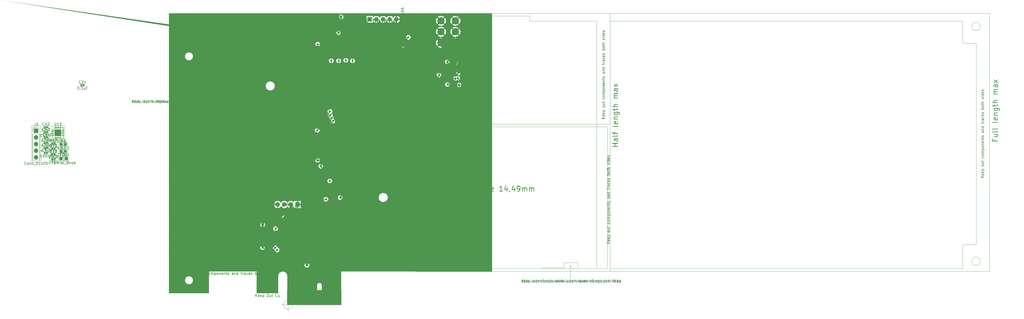
<source format=gbr>
%TF.GenerationSoftware,KiCad,Pcbnew,7.0.2*%
%TF.CreationDate,2023-06-11T00:48:19-04:00*%
%TF.ProjectId,VooDoo 4x PCIe,566f6f44-6f6f-4203-9478-20504349652e,rev?*%
%TF.SameCoordinates,Original*%
%TF.FileFunction,Legend,Top*%
%TF.FilePolarity,Positive*%
%FSLAX46Y46*%
G04 Gerber Fmt 4.6, Leading zero omitted, Abs format (unit mm)*
G04 Created by KiCad (PCBNEW 7.0.2) date 2023-06-11 00:48:19*
%MOMM*%
%LPD*%
G01*
G04 APERTURE LIST*
G04 Aperture macros list*
%AMRoundRect*
0 Rectangle with rounded corners*
0 $1 Rounding radius*
0 $2 $3 $4 $5 $6 $7 $8 $9 X,Y pos of 4 corners*
0 Add a 4 corners polygon primitive as box body*
4,1,4,$2,$3,$4,$5,$6,$7,$8,$9,$2,$3,0*
0 Add four circle primitives for the rounded corners*
1,1,$1+$1,$2,$3*
1,1,$1+$1,$4,$5*
1,1,$1+$1,$6,$7*
1,1,$1+$1,$8,$9*
0 Add four rect primitives between the rounded corners*
20,1,$1+$1,$2,$3,$4,$5,0*
20,1,$1+$1,$4,$5,$6,$7,0*
20,1,$1+$1,$6,$7,$8,$9,0*
20,1,$1+$1,$8,$9,$2,$3,0*%
%AMFreePoly0*
4,1,62,1.235355,0.885355,1.250000,0.850000,1.250000,0.520000,1.500000,0.520000,1.535355,0.505355,1.550000,0.470000,1.550000,0.200000,1.535355,0.164645,1.500000,0.150000,1.250000,0.150000,1.250000,-0.150000,1.475859,-0.150000,1.500000,-0.140000,1.535355,-0.154645,1.550000,-0.190000,1.550000,-0.460000,1.535355,-0.495355,1.500000,-0.510000,1.250000,-0.510000,1.250000,-0.770000,
1.249957,-0.770103,1.250000,-0.770208,1.242601,-0.787860,1.235355,-0.805355,1.235251,-0.805397,1.235208,-0.805502,1.217505,-0.812748,1.200000,-0.820000,1.199896,-0.819957,1.199792,-0.820000,-1.200208,-0.810000,-1.217758,-0.802644,-1.235355,-0.795355,-1.235398,-0.795250,-1.235502,-0.795207,-1.242731,-0.777547,-1.250000,-0.760000,-1.250000,-0.520000,-1.500000,-0.520000,-1.535355,-0.505355,
-1.550000,-0.470000,-1.550000,-0.180000,-1.535355,-0.144645,-1.500000,-0.130000,-1.250000,-0.130000,-1.250000,0.131639,-1.501666,0.140028,-1.518391,0.147618,-1.535355,0.154645,-1.535697,0.155471,-1.536513,0.155842,-1.542969,0.173028,-1.550000,0.190000,-1.550000,0.470000,-1.535355,0.505355,-1.500000,0.520000,-1.250000,0.520000,-1.250000,0.850000,-1.235355,0.885355,-1.200000,0.900000,
1.200000,0.900000,1.235355,0.885355,1.235355,0.885355,$1*%
G04 Aperture macros list end*
%ADD10C,0.200000*%
%ADD11C,0.150000*%
%ADD12C,0.065024*%
%ADD13C,0.120000*%
%ADD14C,0.250000*%
%ADD15C,0.127000*%
%ADD16C,0.100000*%
%TA.AperFunction,SMDPad,CuDef*%
%ADD17RoundRect,0.075000X-0.337500X-0.075000X0.337500X-0.075000X0.337500X0.075000X-0.337500X0.075000X0*%
%TD*%
%TA.AperFunction,SMDPad,CuDef*%
%ADD18RoundRect,0.075000X-0.075000X-0.337500X0.075000X-0.337500X0.075000X0.337500X-0.075000X0.337500X0*%
%TD*%
%TA.AperFunction,SMDPad,CuDef*%
%ADD19R,2.500000X2.500000*%
%TD*%
%TA.AperFunction,SMDPad,CuDef*%
%ADD20C,1.500000*%
%TD*%
%TA.AperFunction,SMDPad,CuDef*%
%ADD21RoundRect,0.135000X-0.135000X-0.185000X0.135000X-0.185000X0.135000X0.185000X-0.135000X0.185000X0*%
%TD*%
%TA.AperFunction,ComponentPad*%
%ADD22R,1.700000X1.700000*%
%TD*%
%TA.AperFunction,ComponentPad*%
%ADD23O,1.700000X1.700000*%
%TD*%
%TA.AperFunction,SMDPad,CuDef*%
%ADD24RoundRect,0.250000X-0.325000X-0.450000X0.325000X-0.450000X0.325000X0.450000X-0.325000X0.450000X0*%
%TD*%
%TA.AperFunction,SMDPad,CuDef*%
%ADD25RoundRect,0.237500X-0.287500X-0.237500X0.287500X-0.237500X0.287500X0.237500X-0.287500X0.237500X0*%
%TD*%
%TA.AperFunction,SMDPad,CuDef*%
%ADD26RoundRect,0.140000X-0.140000X-0.170000X0.140000X-0.170000X0.140000X0.170000X-0.140000X0.170000X0*%
%TD*%
%TA.AperFunction,SMDPad,CuDef*%
%ADD27RoundRect,0.135000X-0.185000X0.135000X-0.185000X-0.135000X0.185000X-0.135000X0.185000X0.135000X0*%
%TD*%
%TA.AperFunction,SMDPad,CuDef*%
%ADD28RoundRect,0.250000X1.100000X-0.325000X1.100000X0.325000X-1.100000X0.325000X-1.100000X-0.325000X0*%
%TD*%
%TA.AperFunction,SMDPad,CuDef*%
%ADD29RoundRect,0.250000X0.475000X-0.250000X0.475000X0.250000X-0.475000X0.250000X-0.475000X-0.250000X0*%
%TD*%
%TA.AperFunction,SMDPad,CuDef*%
%ADD30RoundRect,0.140000X0.140000X0.170000X-0.140000X0.170000X-0.140000X-0.170000X0.140000X-0.170000X0*%
%TD*%
%TA.AperFunction,ComponentPad*%
%ADD31C,2.800000*%
%TD*%
%TA.AperFunction,SMDPad,CuDef*%
%ADD32R,0.700000X0.400000*%
%TD*%
%TA.AperFunction,SMDPad,CuDef*%
%ADD33R,1.900000X2.450000*%
%TD*%
%TA.AperFunction,SMDPad,CuDef*%
%ADD34RoundRect,0.140000X0.170000X-0.140000X0.170000X0.140000X-0.170000X0.140000X-0.170000X-0.140000X0*%
%TD*%
%TA.AperFunction,SMDPad,CuDef*%
%ADD35R,0.600000X1.100000*%
%TD*%
%TA.AperFunction,SMDPad,CuDef*%
%ADD36RoundRect,0.135000X0.185000X-0.135000X0.185000X0.135000X-0.185000X0.135000X-0.185000X-0.135000X0*%
%TD*%
%TA.AperFunction,SMDPad,CuDef*%
%ADD37R,1.200000X1.400000*%
%TD*%
%TA.AperFunction,SMDPad,CuDef*%
%ADD38R,1.100000X0.400000*%
%TD*%
%TA.AperFunction,SMDPad,CuDef*%
%ADD39R,0.600000X1.000000*%
%TD*%
%TA.AperFunction,SMDPad,CuDef*%
%ADD40R,2.400000X0.980000*%
%TD*%
%TA.AperFunction,SMDPad,CuDef*%
%ADD41R,5.570000X5.860000*%
%TD*%
%TA.AperFunction,SMDPad,CuDef*%
%ADD42RoundRect,0.140000X-0.170000X0.140000X-0.170000X-0.140000X0.170000X-0.140000X0.170000X0.140000X0*%
%TD*%
%TA.AperFunction,SMDPad,CuDef*%
%ADD43RoundRect,0.250000X-0.325000X-0.650000X0.325000X-0.650000X0.325000X0.650000X-0.325000X0.650000X0*%
%TD*%
%TA.AperFunction,ComponentPad*%
%ADD44R,1.800000X1.800000*%
%TD*%
%TA.AperFunction,ComponentPad*%
%ADD45C,1.800000*%
%TD*%
%TA.AperFunction,SMDPad,CuDef*%
%ADD46RoundRect,0.135000X0.135000X0.185000X-0.135000X0.185000X-0.135000X-0.185000X0.135000X-0.185000X0*%
%TD*%
%TA.AperFunction,SMDPad,CuDef*%
%ADD47R,0.980000X2.400000*%
%TD*%
%TA.AperFunction,SMDPad,CuDef*%
%ADD48R,5.860000X5.570000*%
%TD*%
%TA.AperFunction,SMDPad,CuDef*%
%ADD49R,1.600000X2.700000*%
%TD*%
%TA.AperFunction,SMDPad,CuDef*%
%ADD50R,0.660000X0.400000*%
%TD*%
%TA.AperFunction,SMDPad,CuDef*%
%ADD51R,0.600000X0.400000*%
%TD*%
%TA.AperFunction,SMDPad,CuDef*%
%ADD52R,1.800000X2.550000*%
%TD*%
%TA.AperFunction,SMDPad,CuDef*%
%ADD53RoundRect,0.250000X1.025000X-0.875000X1.025000X0.875000X-1.025000X0.875000X-1.025000X-0.875000X0*%
%TD*%
%TA.AperFunction,SMDPad,CuDef*%
%ADD54RoundRect,0.250000X-0.550000X1.500000X-0.550000X-1.500000X0.550000X-1.500000X0.550000X1.500000X0*%
%TD*%
%TA.AperFunction,ConnectorPad*%
%ADD55R,0.700000X4.200000*%
%TD*%
%TA.AperFunction,ConnectorPad*%
%ADD56R,0.700000X3.200000*%
%TD*%
%TA.AperFunction,SMDPad,CuDef*%
%ADD57R,3.175000X4.950000*%
%TD*%
%TA.AperFunction,SMDPad,CuDef*%
%ADD58R,0.300000X0.700000*%
%TD*%
%TA.AperFunction,SMDPad,CuDef*%
%ADD59FreePoly0,0.000000*%
%TD*%
%TA.AperFunction,SMDPad,CuDef*%
%ADD60RoundRect,0.250000X-0.250000X-0.475000X0.250000X-0.475000X0.250000X0.475000X-0.250000X0.475000X0*%
%TD*%
%TA.AperFunction,SMDPad,CuDef*%
%ADD61RoundRect,0.250000X-0.475000X0.250000X-0.475000X-0.250000X0.475000X-0.250000X0.475000X0.250000X0*%
%TD*%
%TA.AperFunction,SMDPad,CuDef*%
%ADD62RoundRect,0.135000X0.000000X0.295000X0.000000X-0.295000X0.000000X-0.295000X0.000000X0.295000X0*%
%TD*%
%TA.AperFunction,SMDPad,CuDef*%
%ADD63RoundRect,0.067500X-0.067500X0.362500X-0.067500X-0.362500X0.067500X-0.362500X0.067500X0.362500X0*%
%TD*%
%TA.AperFunction,SMDPad,CuDef*%
%ADD64R,1.850000X6.250000*%
%TD*%
%TA.AperFunction,SMDPad,CuDef*%
%ADD65R,5.472000X6.250000*%
%TD*%
%TA.AperFunction,SMDPad,CuDef*%
%ADD66RoundRect,0.250000X0.250000X0.475000X-0.250000X0.475000X-0.250000X-0.475000X0.250000X-0.475000X0*%
%TD*%
%TA.AperFunction,ViaPad*%
%ADD67C,0.800000*%
%TD*%
%TA.AperFunction,Conductor*%
%ADD68C,0.250000*%
%TD*%
%TA.AperFunction,Conductor*%
%ADD69C,0.650000*%
%TD*%
%TA.AperFunction,Conductor*%
%ADD70C,1.000000*%
%TD*%
%TA.AperFunction,Conductor*%
%ADD71C,0.800000*%
%TD*%
%TA.AperFunction,Conductor*%
%ADD72C,0.200000*%
%TD*%
%TA.AperFunction,Conductor*%
%ADD73C,0.750000*%
%TD*%
%ADD74RoundRect,0.250000X-0.255000X-0.255000X0.255000X-0.255000X0.255000X0.255000X-0.255000X0.255000X0*%
%ADD75RoundRect,0.075000X-0.337500X-0.075000X0.337500X-0.075000X0.337500X0.075000X-0.337500X0.075000X0*%
%ADD76RoundRect,0.075000X-0.075000X-0.337500X0.075000X-0.337500X0.075000X0.337500X-0.075000X0.337500X0*%
%ADD77RoundRect,0.135000X-0.135000X-0.185000X0.135000X-0.185000X0.135000X0.185000X-0.135000X0.185000X0*%
%ADD78RoundRect,0.250000X-0.325000X-0.450000X0.325000X-0.450000X0.325000X0.450000X-0.325000X0.450000X0*%
%ADD79RoundRect,0.237500X-0.287500X-0.237500X0.287500X-0.237500X0.287500X0.237500X-0.287500X0.237500X0*%
%ADD80RoundRect,0.140000X-0.140000X-0.170000X0.140000X-0.170000X0.140000X0.170000X-0.140000X0.170000X0*%
%ADD81RoundRect,0.135000X-0.185000X0.135000X-0.185000X-0.135000X0.185000X-0.135000X0.185000X0.135000X0*%
%ADD82RoundRect,0.250000X1.100000X-0.325000X1.100000X0.325000X-1.100000X0.325000X-1.100000X-0.325000X0*%
%ADD83RoundRect,0.250000X0.475000X-0.250000X0.475000X0.250000X-0.475000X0.250000X-0.475000X-0.250000X0*%
%ADD84RoundRect,0.140000X0.140000X0.170000X-0.140000X0.170000X-0.140000X-0.170000X0.140000X-0.170000X0*%
%ADD85C,2.800000*%
%ADD86R,0.700000X0.400000*%
%ADD87R,1.900000X2.450000*%
%ADD88RoundRect,0.140000X0.170000X-0.140000X0.170000X0.140000X-0.170000X0.140000X-0.170000X-0.140000X0*%
%ADD89R,0.600000X1.100000*%
%ADD90RoundRect,0.135000X0.185000X-0.135000X0.185000X0.135000X-0.185000X0.135000X-0.185000X-0.135000X0*%
%ADD91R,1.200000X1.400000*%
%ADD92R,1.100000X0.400000*%
%ADD93R,0.600000X1.000000*%
%ADD94R,2.400000X0.980000*%
%ADD95RoundRect,0.140000X-0.170000X0.140000X-0.170000X-0.140000X0.170000X-0.140000X0.170000X0.140000X0*%
%ADD96RoundRect,0.250000X-0.325000X-0.650000X0.325000X-0.650000X0.325000X0.650000X-0.325000X0.650000X0*%
%ADD97R,1.800000X1.800000*%
%ADD98C,1.800000*%
%ADD99RoundRect,0.135000X0.135000X0.185000X-0.135000X0.185000X-0.135000X-0.185000X0.135000X-0.185000X0*%
%ADD100R,0.980000X2.400000*%
%ADD101R,1.600000X2.700000*%
%ADD102R,0.660000X0.400000*%
%ADD103R,0.600000X0.400000*%
%ADD104R,1.800000X2.550000*%
%ADD105RoundRect,0.250000X1.025000X-0.875000X1.025000X0.875000X-1.025000X0.875000X-1.025000X-0.875000X0*%
%ADD106RoundRect,0.250000X-0.550000X1.500000X-0.550000X-1.500000X0.550000X-1.500000X0.550000X1.500000X0*%
%ADD107R,3.175000X4.950000*%
%ADD108R,0.300000X0.700000*%
%ADD109FreePoly0,0.000000*%
%ADD110RoundRect,0.250000X-0.250000X-0.475000X0.250000X-0.475000X0.250000X0.475000X-0.250000X0.475000X0*%
%ADD111RoundRect,0.250000X-0.475000X0.250000X-0.475000X-0.250000X0.475000X-0.250000X0.475000X0.250000X0*%
%ADD112RoundRect,0.135000X0.000000X0.295000X0.000000X-0.295000X0.000000X-0.295000X0.000000X0.295000X0*%
%ADD113RoundRect,0.067500X-0.067500X0.362500X-0.067500X-0.362500X0.067500X-0.362500X0.067500X0.362500X0*%
%ADD114RoundRect,0.250000X0.250000X0.475000X-0.250000X0.475000X-0.250000X-0.475000X0.250000X-0.475000X0*%
%ADD115R,2.500000X2.500000*%
%ADD116C,1.500000*%
%ADD117R,1.700000X1.700000*%
%ADD118O,1.700000X1.700000*%
%ADD119R,5.570000X5.860000*%
%ADD120R,5.860000X5.570000*%
%ADD121RoundRect,0.236600X0.000000X0.295000X0.000000X-0.295000X0.000000X-0.295000X0.000000X0.295000X0*%
%ADD122RoundRect,0.169100X-0.067500X0.362500X-0.067500X-0.362500X0.067500X-0.362500X0.067500X0.362500X0*%
%ADD123RoundRect,0.101600X-0.925000X3.125000X-0.925000X-3.125000X0.925000X-3.125000X0.925000X3.125000X0*%
%ADD124RoundRect,0.101600X-2.736000X3.125000X-2.736000X-3.125000X2.736000X-3.125000X2.736000X3.125000X0*%
%ADD125C,0.400000*%
%TA.AperFunction,Profile*%
%ADD126C,0.100000*%
%TD*%
%TA.AperFunction,Profile*%
%ADD127C,0.150000*%
%TD*%
%TA.AperFunction,Profile*%
%ADD128C,0.050000*%
%TD*%
%ADD129C,0.050000*%
%ADD130C,0.040000*%
%ADD131C,0.080000*%
%ADD132C,0.060000*%
G04 APERTURE END LIST*
D10*
X65670000Y-58510000D02*
X105710000Y-58510000D01*
X105710000Y-98550000D01*
X65670000Y-98550000D01*
X65670000Y-58510000D01*
D11*
%TO.C,U10*%
X-17878094Y-71332619D02*
X-17878094Y-72142142D01*
X-17878094Y-72142142D02*
X-17830475Y-72237380D01*
X-17830475Y-72237380D02*
X-17782856Y-72285000D01*
X-17782856Y-72285000D02*
X-17687618Y-72332619D01*
X-17687618Y-72332619D02*
X-17497142Y-72332619D01*
X-17497142Y-72332619D02*
X-17401904Y-72285000D01*
X-17401904Y-72285000D02*
X-17354285Y-72237380D01*
X-17354285Y-72237380D02*
X-17306666Y-72142142D01*
X-17306666Y-72142142D02*
X-17306666Y-71332619D01*
X-16306666Y-72332619D02*
X-16878094Y-72332619D01*
X-16592380Y-72332619D02*
X-16592380Y-71332619D01*
X-16592380Y-71332619D02*
X-16687618Y-71475476D01*
X-16687618Y-71475476D02*
X-16782856Y-71570714D01*
X-16782856Y-71570714D02*
X-16878094Y-71618333D01*
X-15687618Y-71332619D02*
X-15592380Y-71332619D01*
X-15592380Y-71332619D02*
X-15497142Y-71380238D01*
X-15497142Y-71380238D02*
X-15449523Y-71427857D01*
X-15449523Y-71427857D02*
X-15401904Y-71523095D01*
X-15401904Y-71523095D02*
X-15354285Y-71713571D01*
X-15354285Y-71713571D02*
X-15354285Y-71951666D01*
X-15354285Y-71951666D02*
X-15401904Y-72142142D01*
X-15401904Y-72142142D02*
X-15449523Y-72237380D01*
X-15449523Y-72237380D02*
X-15497142Y-72285000D01*
X-15497142Y-72285000D02*
X-15592380Y-72332619D01*
X-15592380Y-72332619D02*
X-15687618Y-72332619D01*
X-15687618Y-72332619D02*
X-15782856Y-72285000D01*
X-15782856Y-72285000D02*
X-15830475Y-72237380D01*
X-15830475Y-72237380D02*
X-15878094Y-72142142D01*
X-15878094Y-72142142D02*
X-15925713Y-71951666D01*
X-15925713Y-71951666D02*
X-15925713Y-71713571D01*
X-15925713Y-71713571D02*
X-15878094Y-71523095D01*
X-15878094Y-71523095D02*
X-15830475Y-71427857D01*
X-15830475Y-71427857D02*
X-15782856Y-71380238D01*
X-15782856Y-71380238D02*
X-15687618Y-71332619D01*
%TO.C,CLKI*%
X83766666Y-43737380D02*
X83719047Y-43785000D01*
X83719047Y-43785000D02*
X83576190Y-43832619D01*
X83576190Y-43832619D02*
X83480952Y-43832619D01*
X83480952Y-43832619D02*
X83338095Y-43785000D01*
X83338095Y-43785000D02*
X83242857Y-43689761D01*
X83242857Y-43689761D02*
X83195238Y-43594523D01*
X83195238Y-43594523D02*
X83147619Y-43404047D01*
X83147619Y-43404047D02*
X83147619Y-43261190D01*
X83147619Y-43261190D02*
X83195238Y-43070714D01*
X83195238Y-43070714D02*
X83242857Y-42975476D01*
X83242857Y-42975476D02*
X83338095Y-42880238D01*
X83338095Y-42880238D02*
X83480952Y-42832619D01*
X83480952Y-42832619D02*
X83576190Y-42832619D01*
X83576190Y-42832619D02*
X83719047Y-42880238D01*
X83719047Y-42880238D02*
X83766666Y-42927857D01*
X84671428Y-43832619D02*
X84195238Y-43832619D01*
X84195238Y-43832619D02*
X84195238Y-42832619D01*
X85004762Y-43832619D02*
X85004762Y-42832619D01*
X85576190Y-43832619D02*
X85147619Y-43261190D01*
X85576190Y-42832619D02*
X85004762Y-43404047D01*
X86004762Y-43832619D02*
X86004762Y-42832619D01*
%TO.C,BI*%
X95353333Y-43338809D02*
X95496190Y-43386428D01*
X95496190Y-43386428D02*
X95543809Y-43434047D01*
X95543809Y-43434047D02*
X95591428Y-43529285D01*
X95591428Y-43529285D02*
X95591428Y-43672142D01*
X95591428Y-43672142D02*
X95543809Y-43767380D01*
X95543809Y-43767380D02*
X95496190Y-43815000D01*
X95496190Y-43815000D02*
X95400952Y-43862619D01*
X95400952Y-43862619D02*
X95020000Y-43862619D01*
X95020000Y-43862619D02*
X95020000Y-42862619D01*
X95020000Y-42862619D02*
X95353333Y-42862619D01*
X95353333Y-42862619D02*
X95448571Y-42910238D01*
X95448571Y-42910238D02*
X95496190Y-42957857D01*
X95496190Y-42957857D02*
X95543809Y-43053095D01*
X95543809Y-43053095D02*
X95543809Y-43148333D01*
X95543809Y-43148333D02*
X95496190Y-43243571D01*
X95496190Y-43243571D02*
X95448571Y-43291190D01*
X95448571Y-43291190D02*
X95353333Y-43338809D01*
X95353333Y-43338809D02*
X95020000Y-43338809D01*
X96020000Y-43862619D02*
X96020000Y-42862619D01*
%TO.C,R20*%
X-18952857Y-84552619D02*
X-19286190Y-84076428D01*
X-19524285Y-84552619D02*
X-19524285Y-83552619D01*
X-19524285Y-83552619D02*
X-19143333Y-83552619D01*
X-19143333Y-83552619D02*
X-19048095Y-83600238D01*
X-19048095Y-83600238D02*
X-19000476Y-83647857D01*
X-19000476Y-83647857D02*
X-18952857Y-83743095D01*
X-18952857Y-83743095D02*
X-18952857Y-83885952D01*
X-18952857Y-83885952D02*
X-19000476Y-83981190D01*
X-19000476Y-83981190D02*
X-19048095Y-84028809D01*
X-19048095Y-84028809D02*
X-19143333Y-84076428D01*
X-19143333Y-84076428D02*
X-19524285Y-84076428D01*
X-18571904Y-83647857D02*
X-18524285Y-83600238D01*
X-18524285Y-83600238D02*
X-18429047Y-83552619D01*
X-18429047Y-83552619D02*
X-18190952Y-83552619D01*
X-18190952Y-83552619D02*
X-18095714Y-83600238D01*
X-18095714Y-83600238D02*
X-18048095Y-83647857D01*
X-18048095Y-83647857D02*
X-18000476Y-83743095D01*
X-18000476Y-83743095D02*
X-18000476Y-83838333D01*
X-18000476Y-83838333D02*
X-18048095Y-83981190D01*
X-18048095Y-83981190D02*
X-18619523Y-84552619D01*
X-18619523Y-84552619D02*
X-18000476Y-84552619D01*
X-17381428Y-83552619D02*
X-17286190Y-83552619D01*
X-17286190Y-83552619D02*
X-17190952Y-83600238D01*
X-17190952Y-83600238D02*
X-17143333Y-83647857D01*
X-17143333Y-83647857D02*
X-17095714Y-83743095D01*
X-17095714Y-83743095D02*
X-17048095Y-83933571D01*
X-17048095Y-83933571D02*
X-17048095Y-84171666D01*
X-17048095Y-84171666D02*
X-17095714Y-84362142D01*
X-17095714Y-84362142D02*
X-17143333Y-84457380D01*
X-17143333Y-84457380D02*
X-17190952Y-84505000D01*
X-17190952Y-84505000D02*
X-17286190Y-84552619D01*
X-17286190Y-84552619D02*
X-17381428Y-84552619D01*
X-17381428Y-84552619D02*
X-17476666Y-84505000D01*
X-17476666Y-84505000D02*
X-17524285Y-84457380D01*
X-17524285Y-84457380D02*
X-17571904Y-84362142D01*
X-17571904Y-84362142D02*
X-17619523Y-84171666D01*
X-17619523Y-84171666D02*
X-17619523Y-83933571D01*
X-17619523Y-83933571D02*
X-17571904Y-83743095D01*
X-17571904Y-83743095D02*
X-17524285Y-83647857D01*
X-17524285Y-83647857D02*
X-17476666Y-83600238D01*
X-17476666Y-83600238D02*
X-17381428Y-83552619D01*
%TO.C,R19*%
X-18952857Y-82562619D02*
X-19286190Y-82086428D01*
X-19524285Y-82562619D02*
X-19524285Y-81562619D01*
X-19524285Y-81562619D02*
X-19143333Y-81562619D01*
X-19143333Y-81562619D02*
X-19048095Y-81610238D01*
X-19048095Y-81610238D02*
X-19000476Y-81657857D01*
X-19000476Y-81657857D02*
X-18952857Y-81753095D01*
X-18952857Y-81753095D02*
X-18952857Y-81895952D01*
X-18952857Y-81895952D02*
X-19000476Y-81991190D01*
X-19000476Y-81991190D02*
X-19048095Y-82038809D01*
X-19048095Y-82038809D02*
X-19143333Y-82086428D01*
X-19143333Y-82086428D02*
X-19524285Y-82086428D01*
X-18000476Y-82562619D02*
X-18571904Y-82562619D01*
X-18286190Y-82562619D02*
X-18286190Y-81562619D01*
X-18286190Y-81562619D02*
X-18381428Y-81705476D01*
X-18381428Y-81705476D02*
X-18476666Y-81800714D01*
X-18476666Y-81800714D02*
X-18571904Y-81848333D01*
X-17524285Y-82562619D02*
X-17333809Y-82562619D01*
X-17333809Y-82562619D02*
X-17238571Y-82515000D01*
X-17238571Y-82515000D02*
X-17190952Y-82467380D01*
X-17190952Y-82467380D02*
X-17095714Y-82324523D01*
X-17095714Y-82324523D02*
X-17048095Y-82134047D01*
X-17048095Y-82134047D02*
X-17048095Y-81753095D01*
X-17048095Y-81753095D02*
X-17095714Y-81657857D01*
X-17095714Y-81657857D02*
X-17143333Y-81610238D01*
X-17143333Y-81610238D02*
X-17238571Y-81562619D01*
X-17238571Y-81562619D02*
X-17429047Y-81562619D01*
X-17429047Y-81562619D02*
X-17524285Y-81610238D01*
X-17524285Y-81610238D02*
X-17571904Y-81657857D01*
X-17571904Y-81657857D02*
X-17619523Y-81753095D01*
X-17619523Y-81753095D02*
X-17619523Y-81991190D01*
X-17619523Y-81991190D02*
X-17571904Y-82086428D01*
X-17571904Y-82086428D02*
X-17524285Y-82134047D01*
X-17524285Y-82134047D02*
X-17429047Y-82181666D01*
X-17429047Y-82181666D02*
X-17238571Y-82181666D01*
X-17238571Y-82181666D02*
X-17143333Y-82134047D01*
X-17143333Y-82134047D02*
X-17095714Y-82086428D01*
X-17095714Y-82086428D02*
X-17048095Y-81991190D01*
%TO.C,R18*%
X-18952857Y-80572619D02*
X-19286190Y-80096428D01*
X-19524285Y-80572619D02*
X-19524285Y-79572619D01*
X-19524285Y-79572619D02*
X-19143333Y-79572619D01*
X-19143333Y-79572619D02*
X-19048095Y-79620238D01*
X-19048095Y-79620238D02*
X-19000476Y-79667857D01*
X-19000476Y-79667857D02*
X-18952857Y-79763095D01*
X-18952857Y-79763095D02*
X-18952857Y-79905952D01*
X-18952857Y-79905952D02*
X-19000476Y-80001190D01*
X-19000476Y-80001190D02*
X-19048095Y-80048809D01*
X-19048095Y-80048809D02*
X-19143333Y-80096428D01*
X-19143333Y-80096428D02*
X-19524285Y-80096428D01*
X-18000476Y-80572619D02*
X-18571904Y-80572619D01*
X-18286190Y-80572619D02*
X-18286190Y-79572619D01*
X-18286190Y-79572619D02*
X-18381428Y-79715476D01*
X-18381428Y-79715476D02*
X-18476666Y-79810714D01*
X-18476666Y-79810714D02*
X-18571904Y-79858333D01*
X-17429047Y-80001190D02*
X-17524285Y-79953571D01*
X-17524285Y-79953571D02*
X-17571904Y-79905952D01*
X-17571904Y-79905952D02*
X-17619523Y-79810714D01*
X-17619523Y-79810714D02*
X-17619523Y-79763095D01*
X-17619523Y-79763095D02*
X-17571904Y-79667857D01*
X-17571904Y-79667857D02*
X-17524285Y-79620238D01*
X-17524285Y-79620238D02*
X-17429047Y-79572619D01*
X-17429047Y-79572619D02*
X-17238571Y-79572619D01*
X-17238571Y-79572619D02*
X-17143333Y-79620238D01*
X-17143333Y-79620238D02*
X-17095714Y-79667857D01*
X-17095714Y-79667857D02*
X-17048095Y-79763095D01*
X-17048095Y-79763095D02*
X-17048095Y-79810714D01*
X-17048095Y-79810714D02*
X-17095714Y-79905952D01*
X-17095714Y-79905952D02*
X-17143333Y-79953571D01*
X-17143333Y-79953571D02*
X-17238571Y-80001190D01*
X-17238571Y-80001190D02*
X-17429047Y-80001190D01*
X-17429047Y-80001190D02*
X-17524285Y-80048809D01*
X-17524285Y-80048809D02*
X-17571904Y-80096428D01*
X-17571904Y-80096428D02*
X-17619523Y-80191666D01*
X-17619523Y-80191666D02*
X-17619523Y-80382142D01*
X-17619523Y-80382142D02*
X-17571904Y-80477380D01*
X-17571904Y-80477380D02*
X-17524285Y-80525000D01*
X-17524285Y-80525000D02*
X-17429047Y-80572619D01*
X-17429047Y-80572619D02*
X-17238571Y-80572619D01*
X-17238571Y-80572619D02*
X-17143333Y-80525000D01*
X-17143333Y-80525000D02*
X-17095714Y-80477380D01*
X-17095714Y-80477380D02*
X-17048095Y-80382142D01*
X-17048095Y-80382142D02*
X-17048095Y-80191666D01*
X-17048095Y-80191666D02*
X-17095714Y-80096428D01*
X-17095714Y-80096428D02*
X-17143333Y-80048809D01*
X-17143333Y-80048809D02*
X-17238571Y-80001190D01*
%TO.C,R17*%
X-18952857Y-78582619D02*
X-19286190Y-78106428D01*
X-19524285Y-78582619D02*
X-19524285Y-77582619D01*
X-19524285Y-77582619D02*
X-19143333Y-77582619D01*
X-19143333Y-77582619D02*
X-19048095Y-77630238D01*
X-19048095Y-77630238D02*
X-19000476Y-77677857D01*
X-19000476Y-77677857D02*
X-18952857Y-77773095D01*
X-18952857Y-77773095D02*
X-18952857Y-77915952D01*
X-18952857Y-77915952D02*
X-19000476Y-78011190D01*
X-19000476Y-78011190D02*
X-19048095Y-78058809D01*
X-19048095Y-78058809D02*
X-19143333Y-78106428D01*
X-19143333Y-78106428D02*
X-19524285Y-78106428D01*
X-18000476Y-78582619D02*
X-18571904Y-78582619D01*
X-18286190Y-78582619D02*
X-18286190Y-77582619D01*
X-18286190Y-77582619D02*
X-18381428Y-77725476D01*
X-18381428Y-77725476D02*
X-18476666Y-77820714D01*
X-18476666Y-77820714D02*
X-18571904Y-77868333D01*
X-17667142Y-77582619D02*
X-17000476Y-77582619D01*
X-17000476Y-77582619D02*
X-17429047Y-78582619D01*
%TO.C,J3*%
X-25293333Y-71502619D02*
X-25293333Y-72216904D01*
X-25293333Y-72216904D02*
X-25340952Y-72359761D01*
X-25340952Y-72359761D02*
X-25436190Y-72455000D01*
X-25436190Y-72455000D02*
X-25579047Y-72502619D01*
X-25579047Y-72502619D02*
X-25674285Y-72502619D01*
X-24912380Y-71502619D02*
X-24293333Y-71502619D01*
X-24293333Y-71502619D02*
X-24626666Y-71883571D01*
X-24626666Y-71883571D02*
X-24483809Y-71883571D01*
X-24483809Y-71883571D02*
X-24388571Y-71931190D01*
X-24388571Y-71931190D02*
X-24340952Y-71978809D01*
X-24340952Y-71978809D02*
X-24293333Y-72074047D01*
X-24293333Y-72074047D02*
X-24293333Y-72312142D01*
X-24293333Y-72312142D02*
X-24340952Y-72407380D01*
X-24340952Y-72407380D02*
X-24388571Y-72455000D01*
X-24388571Y-72455000D02*
X-24483809Y-72502619D01*
X-24483809Y-72502619D02*
X-24769523Y-72502619D01*
X-24769523Y-72502619D02*
X-24864761Y-72455000D01*
X-24864761Y-72455000D02*
X-24912380Y-72407380D01*
%TO.C,FB1*%
X-15313333Y-83238809D02*
X-15646666Y-83238809D01*
X-15646666Y-83762619D02*
X-15646666Y-82762619D01*
X-15646666Y-82762619D02*
X-15170476Y-82762619D01*
X-14456190Y-83238809D02*
X-14313333Y-83286428D01*
X-14313333Y-83286428D02*
X-14265714Y-83334047D01*
X-14265714Y-83334047D02*
X-14218095Y-83429285D01*
X-14218095Y-83429285D02*
X-14218095Y-83572142D01*
X-14218095Y-83572142D02*
X-14265714Y-83667380D01*
X-14265714Y-83667380D02*
X-14313333Y-83715000D01*
X-14313333Y-83715000D02*
X-14408571Y-83762619D01*
X-14408571Y-83762619D02*
X-14789523Y-83762619D01*
X-14789523Y-83762619D02*
X-14789523Y-82762619D01*
X-14789523Y-82762619D02*
X-14456190Y-82762619D01*
X-14456190Y-82762619D02*
X-14360952Y-82810238D01*
X-14360952Y-82810238D02*
X-14313333Y-82857857D01*
X-14313333Y-82857857D02*
X-14265714Y-82953095D01*
X-14265714Y-82953095D02*
X-14265714Y-83048333D01*
X-14265714Y-83048333D02*
X-14313333Y-83143571D01*
X-14313333Y-83143571D02*
X-14360952Y-83191190D01*
X-14360952Y-83191190D02*
X-14456190Y-83238809D01*
X-14456190Y-83238809D02*
X-14789523Y-83238809D01*
X-13265714Y-83762619D02*
X-13837142Y-83762619D01*
X-13551428Y-83762619D02*
X-13551428Y-82762619D01*
X-13551428Y-82762619D02*
X-13646666Y-82905476D01*
X-13646666Y-82905476D02*
X-13741904Y-83000714D01*
X-13741904Y-83000714D02*
X-13837142Y-83048333D01*
%TO.C,D2*%
X-15373094Y-81212619D02*
X-15373094Y-80212619D01*
X-15373094Y-80212619D02*
X-15134999Y-80212619D01*
X-15134999Y-80212619D02*
X-14992142Y-80260238D01*
X-14992142Y-80260238D02*
X-14896904Y-80355476D01*
X-14896904Y-80355476D02*
X-14849285Y-80450714D01*
X-14849285Y-80450714D02*
X-14801666Y-80641190D01*
X-14801666Y-80641190D02*
X-14801666Y-80784047D01*
X-14801666Y-80784047D02*
X-14849285Y-80974523D01*
X-14849285Y-80974523D02*
X-14896904Y-81069761D01*
X-14896904Y-81069761D02*
X-14992142Y-81165000D01*
X-14992142Y-81165000D02*
X-15134999Y-81212619D01*
X-15134999Y-81212619D02*
X-15373094Y-81212619D01*
X-14420713Y-80307857D02*
X-14373094Y-80260238D01*
X-14373094Y-80260238D02*
X-14277856Y-80212619D01*
X-14277856Y-80212619D02*
X-14039761Y-80212619D01*
X-14039761Y-80212619D02*
X-13944523Y-80260238D01*
X-13944523Y-80260238D02*
X-13896904Y-80307857D01*
X-13896904Y-80307857D02*
X-13849285Y-80403095D01*
X-13849285Y-80403095D02*
X-13849285Y-80498333D01*
X-13849285Y-80498333D02*
X-13896904Y-80641190D01*
X-13896904Y-80641190D02*
X-14468332Y-81212619D01*
X-14468332Y-81212619D02*
X-13849285Y-81212619D01*
%TO.C,D1*%
X-15373094Y-78622619D02*
X-15373094Y-77622619D01*
X-15373094Y-77622619D02*
X-15134999Y-77622619D01*
X-15134999Y-77622619D02*
X-14992142Y-77670238D01*
X-14992142Y-77670238D02*
X-14896904Y-77765476D01*
X-14896904Y-77765476D02*
X-14849285Y-77860714D01*
X-14849285Y-77860714D02*
X-14801666Y-78051190D01*
X-14801666Y-78051190D02*
X-14801666Y-78194047D01*
X-14801666Y-78194047D02*
X-14849285Y-78384523D01*
X-14849285Y-78384523D02*
X-14896904Y-78479761D01*
X-14896904Y-78479761D02*
X-14992142Y-78575000D01*
X-14992142Y-78575000D02*
X-15134999Y-78622619D01*
X-15134999Y-78622619D02*
X-15373094Y-78622619D01*
X-13849285Y-78622619D02*
X-14420713Y-78622619D01*
X-14134999Y-78622619D02*
X-14134999Y-77622619D01*
X-14134999Y-77622619D02*
X-14230237Y-77765476D01*
X-14230237Y-77765476D02*
X-14325475Y-77860714D01*
X-14325475Y-77860714D02*
X-14420713Y-77908333D01*
%TO.C,C47*%
X-21842857Y-82087380D02*
X-21890476Y-82135000D01*
X-21890476Y-82135000D02*
X-22033333Y-82182619D01*
X-22033333Y-82182619D02*
X-22128571Y-82182619D01*
X-22128571Y-82182619D02*
X-22271428Y-82135000D01*
X-22271428Y-82135000D02*
X-22366666Y-82039761D01*
X-22366666Y-82039761D02*
X-22414285Y-81944523D01*
X-22414285Y-81944523D02*
X-22461904Y-81754047D01*
X-22461904Y-81754047D02*
X-22461904Y-81611190D01*
X-22461904Y-81611190D02*
X-22414285Y-81420714D01*
X-22414285Y-81420714D02*
X-22366666Y-81325476D01*
X-22366666Y-81325476D02*
X-22271428Y-81230238D01*
X-22271428Y-81230238D02*
X-22128571Y-81182619D01*
X-22128571Y-81182619D02*
X-22033333Y-81182619D01*
X-22033333Y-81182619D02*
X-21890476Y-81230238D01*
X-21890476Y-81230238D02*
X-21842857Y-81277857D01*
X-20985714Y-81515952D02*
X-20985714Y-82182619D01*
X-21223809Y-81135000D02*
X-21461904Y-81849285D01*
X-21461904Y-81849285D02*
X-20842857Y-81849285D01*
X-20557142Y-81182619D02*
X-19890476Y-81182619D01*
X-19890476Y-81182619D02*
X-20319047Y-82182619D01*
%TO.C,C46*%
X-21842857Y-80117380D02*
X-21890476Y-80165000D01*
X-21890476Y-80165000D02*
X-22033333Y-80212619D01*
X-22033333Y-80212619D02*
X-22128571Y-80212619D01*
X-22128571Y-80212619D02*
X-22271428Y-80165000D01*
X-22271428Y-80165000D02*
X-22366666Y-80069761D01*
X-22366666Y-80069761D02*
X-22414285Y-79974523D01*
X-22414285Y-79974523D02*
X-22461904Y-79784047D01*
X-22461904Y-79784047D02*
X-22461904Y-79641190D01*
X-22461904Y-79641190D02*
X-22414285Y-79450714D01*
X-22414285Y-79450714D02*
X-22366666Y-79355476D01*
X-22366666Y-79355476D02*
X-22271428Y-79260238D01*
X-22271428Y-79260238D02*
X-22128571Y-79212619D01*
X-22128571Y-79212619D02*
X-22033333Y-79212619D01*
X-22033333Y-79212619D02*
X-21890476Y-79260238D01*
X-21890476Y-79260238D02*
X-21842857Y-79307857D01*
X-20985714Y-79545952D02*
X-20985714Y-80212619D01*
X-21223809Y-79165000D02*
X-21461904Y-79879285D01*
X-21461904Y-79879285D02*
X-20842857Y-79879285D01*
X-20033333Y-79212619D02*
X-20223809Y-79212619D01*
X-20223809Y-79212619D02*
X-20319047Y-79260238D01*
X-20319047Y-79260238D02*
X-20366666Y-79307857D01*
X-20366666Y-79307857D02*
X-20461904Y-79450714D01*
X-20461904Y-79450714D02*
X-20509523Y-79641190D01*
X-20509523Y-79641190D02*
X-20509523Y-80022142D01*
X-20509523Y-80022142D02*
X-20461904Y-80117380D01*
X-20461904Y-80117380D02*
X-20414285Y-80165000D01*
X-20414285Y-80165000D02*
X-20319047Y-80212619D01*
X-20319047Y-80212619D02*
X-20128571Y-80212619D01*
X-20128571Y-80212619D02*
X-20033333Y-80165000D01*
X-20033333Y-80165000D02*
X-19985714Y-80117380D01*
X-19985714Y-80117380D02*
X-19938095Y-80022142D01*
X-19938095Y-80022142D02*
X-19938095Y-79784047D01*
X-19938095Y-79784047D02*
X-19985714Y-79688809D01*
X-19985714Y-79688809D02*
X-20033333Y-79641190D01*
X-20033333Y-79641190D02*
X-20128571Y-79593571D01*
X-20128571Y-79593571D02*
X-20319047Y-79593571D01*
X-20319047Y-79593571D02*
X-20414285Y-79641190D01*
X-20414285Y-79641190D02*
X-20461904Y-79688809D01*
X-20461904Y-79688809D02*
X-20509523Y-79784047D01*
%TO.C,C45*%
X-21842857Y-78147380D02*
X-21890476Y-78195000D01*
X-21890476Y-78195000D02*
X-22033333Y-78242619D01*
X-22033333Y-78242619D02*
X-22128571Y-78242619D01*
X-22128571Y-78242619D02*
X-22271428Y-78195000D01*
X-22271428Y-78195000D02*
X-22366666Y-78099761D01*
X-22366666Y-78099761D02*
X-22414285Y-78004523D01*
X-22414285Y-78004523D02*
X-22461904Y-77814047D01*
X-22461904Y-77814047D02*
X-22461904Y-77671190D01*
X-22461904Y-77671190D02*
X-22414285Y-77480714D01*
X-22414285Y-77480714D02*
X-22366666Y-77385476D01*
X-22366666Y-77385476D02*
X-22271428Y-77290238D01*
X-22271428Y-77290238D02*
X-22128571Y-77242619D01*
X-22128571Y-77242619D02*
X-22033333Y-77242619D01*
X-22033333Y-77242619D02*
X-21890476Y-77290238D01*
X-21890476Y-77290238D02*
X-21842857Y-77337857D01*
X-20985714Y-77575952D02*
X-20985714Y-78242619D01*
X-21223809Y-77195000D02*
X-21461904Y-77909285D01*
X-21461904Y-77909285D02*
X-20842857Y-77909285D01*
X-19985714Y-77242619D02*
X-20461904Y-77242619D01*
X-20461904Y-77242619D02*
X-20509523Y-77718809D01*
X-20509523Y-77718809D02*
X-20461904Y-77671190D01*
X-20461904Y-77671190D02*
X-20366666Y-77623571D01*
X-20366666Y-77623571D02*
X-20128571Y-77623571D01*
X-20128571Y-77623571D02*
X-20033333Y-77671190D01*
X-20033333Y-77671190D02*
X-19985714Y-77718809D01*
X-19985714Y-77718809D02*
X-19938095Y-77814047D01*
X-19938095Y-77814047D02*
X-19938095Y-78052142D01*
X-19938095Y-78052142D02*
X-19985714Y-78147380D01*
X-19985714Y-78147380D02*
X-20033333Y-78195000D01*
X-20033333Y-78195000D02*
X-20128571Y-78242619D01*
X-20128571Y-78242619D02*
X-20366666Y-78242619D01*
X-20366666Y-78242619D02*
X-20461904Y-78195000D01*
X-20461904Y-78195000D02*
X-20509523Y-78147380D01*
%TO.C,C44*%
X-21842857Y-76177380D02*
X-21890476Y-76225000D01*
X-21890476Y-76225000D02*
X-22033333Y-76272619D01*
X-22033333Y-76272619D02*
X-22128571Y-76272619D01*
X-22128571Y-76272619D02*
X-22271428Y-76225000D01*
X-22271428Y-76225000D02*
X-22366666Y-76129761D01*
X-22366666Y-76129761D02*
X-22414285Y-76034523D01*
X-22414285Y-76034523D02*
X-22461904Y-75844047D01*
X-22461904Y-75844047D02*
X-22461904Y-75701190D01*
X-22461904Y-75701190D02*
X-22414285Y-75510714D01*
X-22414285Y-75510714D02*
X-22366666Y-75415476D01*
X-22366666Y-75415476D02*
X-22271428Y-75320238D01*
X-22271428Y-75320238D02*
X-22128571Y-75272619D01*
X-22128571Y-75272619D02*
X-22033333Y-75272619D01*
X-22033333Y-75272619D02*
X-21890476Y-75320238D01*
X-21890476Y-75320238D02*
X-21842857Y-75367857D01*
X-20985714Y-75605952D02*
X-20985714Y-76272619D01*
X-21223809Y-75225000D02*
X-21461904Y-75939285D01*
X-21461904Y-75939285D02*
X-20842857Y-75939285D01*
X-20033333Y-75605952D02*
X-20033333Y-76272619D01*
X-20271428Y-75225000D02*
X-20509523Y-75939285D01*
X-20509523Y-75939285D02*
X-19890476Y-75939285D01*
%TO.C,C43*%
X-21842857Y-74207380D02*
X-21890476Y-74255000D01*
X-21890476Y-74255000D02*
X-22033333Y-74302619D01*
X-22033333Y-74302619D02*
X-22128571Y-74302619D01*
X-22128571Y-74302619D02*
X-22271428Y-74255000D01*
X-22271428Y-74255000D02*
X-22366666Y-74159761D01*
X-22366666Y-74159761D02*
X-22414285Y-74064523D01*
X-22414285Y-74064523D02*
X-22461904Y-73874047D01*
X-22461904Y-73874047D02*
X-22461904Y-73731190D01*
X-22461904Y-73731190D02*
X-22414285Y-73540714D01*
X-22414285Y-73540714D02*
X-22366666Y-73445476D01*
X-22366666Y-73445476D02*
X-22271428Y-73350238D01*
X-22271428Y-73350238D02*
X-22128571Y-73302619D01*
X-22128571Y-73302619D02*
X-22033333Y-73302619D01*
X-22033333Y-73302619D02*
X-21890476Y-73350238D01*
X-21890476Y-73350238D02*
X-21842857Y-73397857D01*
X-20985714Y-73635952D02*
X-20985714Y-74302619D01*
X-21223809Y-73255000D02*
X-21461904Y-73969285D01*
X-21461904Y-73969285D02*
X-20842857Y-73969285D01*
X-20557142Y-73302619D02*
X-19938095Y-73302619D01*
X-19938095Y-73302619D02*
X-20271428Y-73683571D01*
X-20271428Y-73683571D02*
X-20128571Y-73683571D01*
X-20128571Y-73683571D02*
X-20033333Y-73731190D01*
X-20033333Y-73731190D02*
X-19985714Y-73778809D01*
X-19985714Y-73778809D02*
X-19938095Y-73874047D01*
X-19938095Y-73874047D02*
X-19938095Y-74112142D01*
X-19938095Y-74112142D02*
X-19985714Y-74207380D01*
X-19985714Y-74207380D02*
X-20033333Y-74255000D01*
X-20033333Y-74255000D02*
X-20128571Y-74302619D01*
X-20128571Y-74302619D02*
X-20414285Y-74302619D01*
X-20414285Y-74302619D02*
X-20509523Y-74255000D01*
X-20509523Y-74255000D02*
X-20557142Y-74207380D01*
%TO.C,C42*%
X-21842857Y-72237380D02*
X-21890476Y-72285000D01*
X-21890476Y-72285000D02*
X-22033333Y-72332619D01*
X-22033333Y-72332619D02*
X-22128571Y-72332619D01*
X-22128571Y-72332619D02*
X-22271428Y-72285000D01*
X-22271428Y-72285000D02*
X-22366666Y-72189761D01*
X-22366666Y-72189761D02*
X-22414285Y-72094523D01*
X-22414285Y-72094523D02*
X-22461904Y-71904047D01*
X-22461904Y-71904047D02*
X-22461904Y-71761190D01*
X-22461904Y-71761190D02*
X-22414285Y-71570714D01*
X-22414285Y-71570714D02*
X-22366666Y-71475476D01*
X-22366666Y-71475476D02*
X-22271428Y-71380238D01*
X-22271428Y-71380238D02*
X-22128571Y-71332619D01*
X-22128571Y-71332619D02*
X-22033333Y-71332619D01*
X-22033333Y-71332619D02*
X-21890476Y-71380238D01*
X-21890476Y-71380238D02*
X-21842857Y-71427857D01*
X-20985714Y-71665952D02*
X-20985714Y-72332619D01*
X-21223809Y-71285000D02*
X-21461904Y-71999285D01*
X-21461904Y-71999285D02*
X-20842857Y-71999285D01*
X-20509523Y-71427857D02*
X-20461904Y-71380238D01*
X-20461904Y-71380238D02*
X-20366666Y-71332619D01*
X-20366666Y-71332619D02*
X-20128571Y-71332619D01*
X-20128571Y-71332619D02*
X-20033333Y-71380238D01*
X-20033333Y-71380238D02*
X-19985714Y-71427857D01*
X-19985714Y-71427857D02*
X-19938095Y-71523095D01*
X-19938095Y-71523095D02*
X-19938095Y-71618333D01*
X-19938095Y-71618333D02*
X-19985714Y-71761190D01*
X-19985714Y-71761190D02*
X-20557142Y-72332619D01*
X-20557142Y-72332619D02*
X-19938095Y-72332619D01*
%TO.C,R13*%
X84572619Y-89202857D02*
X84096428Y-89536190D01*
X84572619Y-89774285D02*
X83572619Y-89774285D01*
X83572619Y-89774285D02*
X83572619Y-89393333D01*
X83572619Y-89393333D02*
X83620238Y-89298095D01*
X83620238Y-89298095D02*
X83667857Y-89250476D01*
X83667857Y-89250476D02*
X83763095Y-89202857D01*
X83763095Y-89202857D02*
X83905952Y-89202857D01*
X83905952Y-89202857D02*
X84001190Y-89250476D01*
X84001190Y-89250476D02*
X84048809Y-89298095D01*
X84048809Y-89298095D02*
X84096428Y-89393333D01*
X84096428Y-89393333D02*
X84096428Y-89774285D01*
X84572619Y-88250476D02*
X84572619Y-88821904D01*
X84572619Y-88536190D02*
X83572619Y-88536190D01*
X83572619Y-88536190D02*
X83715476Y-88631428D01*
X83715476Y-88631428D02*
X83810714Y-88726666D01*
X83810714Y-88726666D02*
X83858333Y-88821904D01*
X83572619Y-87917142D02*
X83572619Y-87298095D01*
X83572619Y-87298095D02*
X83953571Y-87631428D01*
X83953571Y-87631428D02*
X83953571Y-87488571D01*
X83953571Y-87488571D02*
X84001190Y-87393333D01*
X84001190Y-87393333D02*
X84048809Y-87345714D01*
X84048809Y-87345714D02*
X84144047Y-87298095D01*
X84144047Y-87298095D02*
X84382142Y-87298095D01*
X84382142Y-87298095D02*
X84477380Y-87345714D01*
X84477380Y-87345714D02*
X84525000Y-87393333D01*
X84525000Y-87393333D02*
X84572619Y-87488571D01*
X84572619Y-87488571D02*
X84572619Y-87774285D01*
X84572619Y-87774285D02*
X84525000Y-87869523D01*
X84525000Y-87869523D02*
X84477380Y-87917142D01*
%TO.C,C28*%
X123850130Y-47435607D02*
X123897750Y-47483226D01*
X123897750Y-47483226D02*
X123945369Y-47626083D01*
X123945369Y-47626083D02*
X123945369Y-47721321D01*
X123945369Y-47721321D02*
X123897750Y-47864178D01*
X123897750Y-47864178D02*
X123802511Y-47959416D01*
X123802511Y-47959416D02*
X123707273Y-48007035D01*
X123707273Y-48007035D02*
X123516797Y-48054654D01*
X123516797Y-48054654D02*
X123373940Y-48054654D01*
X123373940Y-48054654D02*
X123183464Y-48007035D01*
X123183464Y-48007035D02*
X123088226Y-47959416D01*
X123088226Y-47959416D02*
X122992988Y-47864178D01*
X122992988Y-47864178D02*
X122945369Y-47721321D01*
X122945369Y-47721321D02*
X122945369Y-47626083D01*
X122945369Y-47626083D02*
X122992988Y-47483226D01*
X122992988Y-47483226D02*
X123040607Y-47435607D01*
X123040607Y-47054654D02*
X122992988Y-47007035D01*
X122992988Y-47007035D02*
X122945369Y-46911797D01*
X122945369Y-46911797D02*
X122945369Y-46673702D01*
X122945369Y-46673702D02*
X122992988Y-46578464D01*
X122992988Y-46578464D02*
X123040607Y-46530845D01*
X123040607Y-46530845D02*
X123135845Y-46483226D01*
X123135845Y-46483226D02*
X123231083Y-46483226D01*
X123231083Y-46483226D02*
X123373940Y-46530845D01*
X123373940Y-46530845D02*
X123945369Y-47102273D01*
X123945369Y-47102273D02*
X123945369Y-46483226D01*
X123373940Y-45911797D02*
X123326321Y-46007035D01*
X123326321Y-46007035D02*
X123278702Y-46054654D01*
X123278702Y-46054654D02*
X123183464Y-46102273D01*
X123183464Y-46102273D02*
X123135845Y-46102273D01*
X123135845Y-46102273D02*
X123040607Y-46054654D01*
X123040607Y-46054654D02*
X122992988Y-46007035D01*
X122992988Y-46007035D02*
X122945369Y-45911797D01*
X122945369Y-45911797D02*
X122945369Y-45721321D01*
X122945369Y-45721321D02*
X122992988Y-45626083D01*
X122992988Y-45626083D02*
X123040607Y-45578464D01*
X123040607Y-45578464D02*
X123135845Y-45530845D01*
X123135845Y-45530845D02*
X123183464Y-45530845D01*
X123183464Y-45530845D02*
X123278702Y-45578464D01*
X123278702Y-45578464D02*
X123326321Y-45626083D01*
X123326321Y-45626083D02*
X123373940Y-45721321D01*
X123373940Y-45721321D02*
X123373940Y-45911797D01*
X123373940Y-45911797D02*
X123421559Y-46007035D01*
X123421559Y-46007035D02*
X123469178Y-46054654D01*
X123469178Y-46054654D02*
X123564416Y-46102273D01*
X123564416Y-46102273D02*
X123754892Y-46102273D01*
X123754892Y-46102273D02*
X123850130Y-46054654D01*
X123850130Y-46054654D02*
X123897750Y-46007035D01*
X123897750Y-46007035D02*
X123945369Y-45911797D01*
X123945369Y-45911797D02*
X123945369Y-45721321D01*
X123945369Y-45721321D02*
X123897750Y-45626083D01*
X123897750Y-45626083D02*
X123850130Y-45578464D01*
X123850130Y-45578464D02*
X123754892Y-45530845D01*
X123754892Y-45530845D02*
X123564416Y-45530845D01*
X123564416Y-45530845D02*
X123469178Y-45578464D01*
X123469178Y-45578464D02*
X123421559Y-45626083D01*
X123421559Y-45626083D02*
X123373940Y-45721321D01*
%TO.C,C29*%
X122440130Y-47445607D02*
X122487750Y-47493226D01*
X122487750Y-47493226D02*
X122535369Y-47636083D01*
X122535369Y-47636083D02*
X122535369Y-47731321D01*
X122535369Y-47731321D02*
X122487750Y-47874178D01*
X122487750Y-47874178D02*
X122392511Y-47969416D01*
X122392511Y-47969416D02*
X122297273Y-48017035D01*
X122297273Y-48017035D02*
X122106797Y-48064654D01*
X122106797Y-48064654D02*
X121963940Y-48064654D01*
X121963940Y-48064654D02*
X121773464Y-48017035D01*
X121773464Y-48017035D02*
X121678226Y-47969416D01*
X121678226Y-47969416D02*
X121582988Y-47874178D01*
X121582988Y-47874178D02*
X121535369Y-47731321D01*
X121535369Y-47731321D02*
X121535369Y-47636083D01*
X121535369Y-47636083D02*
X121582988Y-47493226D01*
X121582988Y-47493226D02*
X121630607Y-47445607D01*
X121630607Y-47064654D02*
X121582988Y-47017035D01*
X121582988Y-47017035D02*
X121535369Y-46921797D01*
X121535369Y-46921797D02*
X121535369Y-46683702D01*
X121535369Y-46683702D02*
X121582988Y-46588464D01*
X121582988Y-46588464D02*
X121630607Y-46540845D01*
X121630607Y-46540845D02*
X121725845Y-46493226D01*
X121725845Y-46493226D02*
X121821083Y-46493226D01*
X121821083Y-46493226D02*
X121963940Y-46540845D01*
X121963940Y-46540845D02*
X122535369Y-47112273D01*
X122535369Y-47112273D02*
X122535369Y-46493226D01*
X122535369Y-46017035D02*
X122535369Y-45826559D01*
X122535369Y-45826559D02*
X122487750Y-45731321D01*
X122487750Y-45731321D02*
X122440130Y-45683702D01*
X122440130Y-45683702D02*
X122297273Y-45588464D01*
X122297273Y-45588464D02*
X122106797Y-45540845D01*
X122106797Y-45540845D02*
X121725845Y-45540845D01*
X121725845Y-45540845D02*
X121630607Y-45588464D01*
X121630607Y-45588464D02*
X121582988Y-45636083D01*
X121582988Y-45636083D02*
X121535369Y-45731321D01*
X121535369Y-45731321D02*
X121535369Y-45921797D01*
X121535369Y-45921797D02*
X121582988Y-46017035D01*
X121582988Y-46017035D02*
X121630607Y-46064654D01*
X121630607Y-46064654D02*
X121725845Y-46112273D01*
X121725845Y-46112273D02*
X121963940Y-46112273D01*
X121963940Y-46112273D02*
X122059178Y-46064654D01*
X122059178Y-46064654D02*
X122106797Y-46017035D01*
X122106797Y-46017035D02*
X122154416Y-45921797D01*
X122154416Y-45921797D02*
X122154416Y-45731321D01*
X122154416Y-45731321D02*
X122106797Y-45636083D01*
X122106797Y-45636083D02*
X122059178Y-45588464D01*
X122059178Y-45588464D02*
X121963940Y-45540845D01*
%TO.C,C34*%
X136229892Y-47940130D02*
X136182273Y-47987750D01*
X136182273Y-47987750D02*
X136039416Y-48035369D01*
X136039416Y-48035369D02*
X135944178Y-48035369D01*
X135944178Y-48035369D02*
X135801321Y-47987750D01*
X135801321Y-47987750D02*
X135706083Y-47892511D01*
X135706083Y-47892511D02*
X135658464Y-47797273D01*
X135658464Y-47797273D02*
X135610845Y-47606797D01*
X135610845Y-47606797D02*
X135610845Y-47463940D01*
X135610845Y-47463940D02*
X135658464Y-47273464D01*
X135658464Y-47273464D02*
X135706083Y-47178226D01*
X135706083Y-47178226D02*
X135801321Y-47082988D01*
X135801321Y-47082988D02*
X135944178Y-47035369D01*
X135944178Y-47035369D02*
X136039416Y-47035369D01*
X136039416Y-47035369D02*
X136182273Y-47082988D01*
X136182273Y-47082988D02*
X136229892Y-47130607D01*
X136563226Y-47035369D02*
X137182273Y-47035369D01*
X137182273Y-47035369D02*
X136848940Y-47416321D01*
X136848940Y-47416321D02*
X136991797Y-47416321D01*
X136991797Y-47416321D02*
X137087035Y-47463940D01*
X137087035Y-47463940D02*
X137134654Y-47511559D01*
X137134654Y-47511559D02*
X137182273Y-47606797D01*
X137182273Y-47606797D02*
X137182273Y-47844892D01*
X137182273Y-47844892D02*
X137134654Y-47940130D01*
X137134654Y-47940130D02*
X137087035Y-47987750D01*
X137087035Y-47987750D02*
X136991797Y-48035369D01*
X136991797Y-48035369D02*
X136706083Y-48035369D01*
X136706083Y-48035369D02*
X136610845Y-47987750D01*
X136610845Y-47987750D02*
X136563226Y-47940130D01*
X138039416Y-47368702D02*
X138039416Y-48035369D01*
X137801321Y-46987750D02*
X137563226Y-47702035D01*
X137563226Y-47702035D02*
X138182273Y-47702035D01*
%TO.C,J3*%
X99132619Y-32213333D02*
X99846904Y-32213333D01*
X99846904Y-32213333D02*
X99989761Y-32260952D01*
X99989761Y-32260952D02*
X100085000Y-32356190D01*
X100085000Y-32356190D02*
X100132619Y-32499047D01*
X100132619Y-32499047D02*
X100132619Y-32594285D01*
X99132619Y-31832380D02*
X99132619Y-31213333D01*
X99132619Y-31213333D02*
X99513571Y-31546666D01*
X99513571Y-31546666D02*
X99513571Y-31403809D01*
X99513571Y-31403809D02*
X99561190Y-31308571D01*
X99561190Y-31308571D02*
X99608809Y-31260952D01*
X99608809Y-31260952D02*
X99704047Y-31213333D01*
X99704047Y-31213333D02*
X99942142Y-31213333D01*
X99942142Y-31213333D02*
X100037380Y-31260952D01*
X100037380Y-31260952D02*
X100085000Y-31308571D01*
X100085000Y-31308571D02*
X100132619Y-31403809D01*
X100132619Y-31403809D02*
X100132619Y-31689523D01*
X100132619Y-31689523D02*
X100085000Y-31784761D01*
X100085000Y-31784761D02*
X100037380Y-31832380D01*
%TO.C,Conn1*%
X125462630Y-38176559D02*
X125510250Y-38224178D01*
X125510250Y-38224178D02*
X125557869Y-38367035D01*
X125557869Y-38367035D02*
X125557869Y-38462273D01*
X125557869Y-38462273D02*
X125510250Y-38605130D01*
X125510250Y-38605130D02*
X125415011Y-38700368D01*
X125415011Y-38700368D02*
X125319773Y-38747987D01*
X125319773Y-38747987D02*
X125129297Y-38795606D01*
X125129297Y-38795606D02*
X124986440Y-38795606D01*
X124986440Y-38795606D02*
X124795964Y-38747987D01*
X124795964Y-38747987D02*
X124700726Y-38700368D01*
X124700726Y-38700368D02*
X124605488Y-38605130D01*
X124605488Y-38605130D02*
X124557869Y-38462273D01*
X124557869Y-38462273D02*
X124557869Y-38367035D01*
X124557869Y-38367035D02*
X124605488Y-38224178D01*
X124605488Y-38224178D02*
X124653107Y-38176559D01*
X125557869Y-37605130D02*
X125510250Y-37700368D01*
X125510250Y-37700368D02*
X125462630Y-37747987D01*
X125462630Y-37747987D02*
X125367392Y-37795606D01*
X125367392Y-37795606D02*
X125081678Y-37795606D01*
X125081678Y-37795606D02*
X124986440Y-37747987D01*
X124986440Y-37747987D02*
X124938821Y-37700368D01*
X124938821Y-37700368D02*
X124891202Y-37605130D01*
X124891202Y-37605130D02*
X124891202Y-37462273D01*
X124891202Y-37462273D02*
X124938821Y-37367035D01*
X124938821Y-37367035D02*
X124986440Y-37319416D01*
X124986440Y-37319416D02*
X125081678Y-37271797D01*
X125081678Y-37271797D02*
X125367392Y-37271797D01*
X125367392Y-37271797D02*
X125462630Y-37319416D01*
X125462630Y-37319416D02*
X125510250Y-37367035D01*
X125510250Y-37367035D02*
X125557869Y-37462273D01*
X125557869Y-37462273D02*
X125557869Y-37605130D01*
X124891202Y-36843225D02*
X125557869Y-36843225D01*
X124986440Y-36843225D02*
X124938821Y-36795606D01*
X124938821Y-36795606D02*
X124891202Y-36700368D01*
X124891202Y-36700368D02*
X124891202Y-36557511D01*
X124891202Y-36557511D02*
X124938821Y-36462273D01*
X124938821Y-36462273D02*
X125034059Y-36414654D01*
X125034059Y-36414654D02*
X125557869Y-36414654D01*
X124891202Y-35938463D02*
X125557869Y-35938463D01*
X124986440Y-35938463D02*
X124938821Y-35890844D01*
X124938821Y-35890844D02*
X124891202Y-35795606D01*
X124891202Y-35795606D02*
X124891202Y-35652749D01*
X124891202Y-35652749D02*
X124938821Y-35557511D01*
X124938821Y-35557511D02*
X125034059Y-35509892D01*
X125034059Y-35509892D02*
X125557869Y-35509892D01*
X125557869Y-34509892D02*
X125557869Y-35081320D01*
X125557869Y-34795606D02*
X124557869Y-34795606D01*
X124557869Y-34795606D02*
X124700726Y-34890844D01*
X124700726Y-34890844D02*
X124795964Y-34986082D01*
X124795964Y-34986082D02*
X124843583Y-35081320D01*
%TO.C,RSTO*%
X95228571Y-104312619D02*
X94895238Y-103836428D01*
X94657143Y-104312619D02*
X94657143Y-103312619D01*
X94657143Y-103312619D02*
X95038095Y-103312619D01*
X95038095Y-103312619D02*
X95133333Y-103360238D01*
X95133333Y-103360238D02*
X95180952Y-103407857D01*
X95180952Y-103407857D02*
X95228571Y-103503095D01*
X95228571Y-103503095D02*
X95228571Y-103645952D01*
X95228571Y-103645952D02*
X95180952Y-103741190D01*
X95180952Y-103741190D02*
X95133333Y-103788809D01*
X95133333Y-103788809D02*
X95038095Y-103836428D01*
X95038095Y-103836428D02*
X94657143Y-103836428D01*
X95609524Y-104265000D02*
X95752381Y-104312619D01*
X95752381Y-104312619D02*
X95990476Y-104312619D01*
X95990476Y-104312619D02*
X96085714Y-104265000D01*
X96085714Y-104265000D02*
X96133333Y-104217380D01*
X96133333Y-104217380D02*
X96180952Y-104122142D01*
X96180952Y-104122142D02*
X96180952Y-104026904D01*
X96180952Y-104026904D02*
X96133333Y-103931666D01*
X96133333Y-103931666D02*
X96085714Y-103884047D01*
X96085714Y-103884047D02*
X95990476Y-103836428D01*
X95990476Y-103836428D02*
X95800000Y-103788809D01*
X95800000Y-103788809D02*
X95704762Y-103741190D01*
X95704762Y-103741190D02*
X95657143Y-103693571D01*
X95657143Y-103693571D02*
X95609524Y-103598333D01*
X95609524Y-103598333D02*
X95609524Y-103503095D01*
X95609524Y-103503095D02*
X95657143Y-103407857D01*
X95657143Y-103407857D02*
X95704762Y-103360238D01*
X95704762Y-103360238D02*
X95800000Y-103312619D01*
X95800000Y-103312619D02*
X96038095Y-103312619D01*
X96038095Y-103312619D02*
X96180952Y-103360238D01*
X96466667Y-103312619D02*
X97038095Y-103312619D01*
X96752381Y-104312619D02*
X96752381Y-103312619D01*
X97561905Y-103312619D02*
X97752381Y-103312619D01*
X97752381Y-103312619D02*
X97847619Y-103360238D01*
X97847619Y-103360238D02*
X97942857Y-103455476D01*
X97942857Y-103455476D02*
X97990476Y-103645952D01*
X97990476Y-103645952D02*
X97990476Y-103979285D01*
X97990476Y-103979285D02*
X97942857Y-104169761D01*
X97942857Y-104169761D02*
X97847619Y-104265000D01*
X97847619Y-104265000D02*
X97752381Y-104312619D01*
X97752381Y-104312619D02*
X97561905Y-104312619D01*
X97561905Y-104312619D02*
X97466667Y-104265000D01*
X97466667Y-104265000D02*
X97371429Y-104169761D01*
X97371429Y-104169761D02*
X97323810Y-103979285D01*
X97323810Y-103979285D02*
X97323810Y-103645952D01*
X97323810Y-103645952D02*
X97371429Y-103455476D01*
X97371429Y-103455476D02*
X97466667Y-103360238D01*
X97466667Y-103360238D02*
X97561905Y-103312619D01*
%TO.C,Q2*%
X139920607Y-48487988D02*
X139872988Y-48583226D01*
X139872988Y-48583226D02*
X139777750Y-48678464D01*
X139777750Y-48678464D02*
X139634892Y-48821321D01*
X139634892Y-48821321D02*
X139587273Y-48916559D01*
X139587273Y-48916559D02*
X139587273Y-49011797D01*
X139825369Y-48964178D02*
X139777750Y-49059416D01*
X139777750Y-49059416D02*
X139682511Y-49154654D01*
X139682511Y-49154654D02*
X139492035Y-49202273D01*
X139492035Y-49202273D02*
X139158702Y-49202273D01*
X139158702Y-49202273D02*
X138968226Y-49154654D01*
X138968226Y-49154654D02*
X138872988Y-49059416D01*
X138872988Y-49059416D02*
X138825369Y-48964178D01*
X138825369Y-48964178D02*
X138825369Y-48773702D01*
X138825369Y-48773702D02*
X138872988Y-48678464D01*
X138872988Y-48678464D02*
X138968226Y-48583226D01*
X138968226Y-48583226D02*
X139158702Y-48535607D01*
X139158702Y-48535607D02*
X139492035Y-48535607D01*
X139492035Y-48535607D02*
X139682511Y-48583226D01*
X139682511Y-48583226D02*
X139777750Y-48678464D01*
X139777750Y-48678464D02*
X139825369Y-48773702D01*
X139825369Y-48773702D02*
X139825369Y-48964178D01*
X138920607Y-48154654D02*
X138872988Y-48107035D01*
X138872988Y-48107035D02*
X138825369Y-48011797D01*
X138825369Y-48011797D02*
X138825369Y-47773702D01*
X138825369Y-47773702D02*
X138872988Y-47678464D01*
X138872988Y-47678464D02*
X138920607Y-47630845D01*
X138920607Y-47630845D02*
X139015845Y-47583226D01*
X139015845Y-47583226D02*
X139111083Y-47583226D01*
X139111083Y-47583226D02*
X139253940Y-47630845D01*
X139253940Y-47630845D02*
X139825369Y-48202273D01*
X139825369Y-48202273D02*
X139825369Y-47583226D01*
%TO.C,C9*%
X108287380Y-47366666D02*
X108335000Y-47414285D01*
X108335000Y-47414285D02*
X108382619Y-47557142D01*
X108382619Y-47557142D02*
X108382619Y-47652380D01*
X108382619Y-47652380D02*
X108335000Y-47795237D01*
X108335000Y-47795237D02*
X108239761Y-47890475D01*
X108239761Y-47890475D02*
X108144523Y-47938094D01*
X108144523Y-47938094D02*
X107954047Y-47985713D01*
X107954047Y-47985713D02*
X107811190Y-47985713D01*
X107811190Y-47985713D02*
X107620714Y-47938094D01*
X107620714Y-47938094D02*
X107525476Y-47890475D01*
X107525476Y-47890475D02*
X107430238Y-47795237D01*
X107430238Y-47795237D02*
X107382619Y-47652380D01*
X107382619Y-47652380D02*
X107382619Y-47557142D01*
X107382619Y-47557142D02*
X107430238Y-47414285D01*
X107430238Y-47414285D02*
X107477857Y-47366666D01*
X108382619Y-46890475D02*
X108382619Y-46699999D01*
X108382619Y-46699999D02*
X108335000Y-46604761D01*
X108335000Y-46604761D02*
X108287380Y-46557142D01*
X108287380Y-46557142D02*
X108144523Y-46461904D01*
X108144523Y-46461904D02*
X107954047Y-46414285D01*
X107954047Y-46414285D02*
X107573095Y-46414285D01*
X107573095Y-46414285D02*
X107477857Y-46461904D01*
X107477857Y-46461904D02*
X107430238Y-46509523D01*
X107430238Y-46509523D02*
X107382619Y-46604761D01*
X107382619Y-46604761D02*
X107382619Y-46795237D01*
X107382619Y-46795237D02*
X107430238Y-46890475D01*
X107430238Y-46890475D02*
X107477857Y-46938094D01*
X107477857Y-46938094D02*
X107573095Y-46985713D01*
X107573095Y-46985713D02*
X107811190Y-46985713D01*
X107811190Y-46985713D02*
X107906428Y-46938094D01*
X107906428Y-46938094D02*
X107954047Y-46890475D01*
X107954047Y-46890475D02*
X108001666Y-46795237D01*
X108001666Y-46795237D02*
X108001666Y-46604761D01*
X108001666Y-46604761D02*
X107954047Y-46509523D01*
X107954047Y-46509523D02*
X107906428Y-46461904D01*
X107906428Y-46461904D02*
X107811190Y-46414285D01*
%TO.C,C31*%
X93737142Y-37637380D02*
X93689523Y-37685000D01*
X93689523Y-37685000D02*
X93546666Y-37732619D01*
X93546666Y-37732619D02*
X93451428Y-37732619D01*
X93451428Y-37732619D02*
X93308571Y-37685000D01*
X93308571Y-37685000D02*
X93213333Y-37589761D01*
X93213333Y-37589761D02*
X93165714Y-37494523D01*
X93165714Y-37494523D02*
X93118095Y-37304047D01*
X93118095Y-37304047D02*
X93118095Y-37161190D01*
X93118095Y-37161190D02*
X93165714Y-36970714D01*
X93165714Y-36970714D02*
X93213333Y-36875476D01*
X93213333Y-36875476D02*
X93308571Y-36780238D01*
X93308571Y-36780238D02*
X93451428Y-36732619D01*
X93451428Y-36732619D02*
X93546666Y-36732619D01*
X93546666Y-36732619D02*
X93689523Y-36780238D01*
X93689523Y-36780238D02*
X93737142Y-36827857D01*
X94070476Y-36732619D02*
X94689523Y-36732619D01*
X94689523Y-36732619D02*
X94356190Y-37113571D01*
X94356190Y-37113571D02*
X94499047Y-37113571D01*
X94499047Y-37113571D02*
X94594285Y-37161190D01*
X94594285Y-37161190D02*
X94641904Y-37208809D01*
X94641904Y-37208809D02*
X94689523Y-37304047D01*
X94689523Y-37304047D02*
X94689523Y-37542142D01*
X94689523Y-37542142D02*
X94641904Y-37637380D01*
X94641904Y-37637380D02*
X94594285Y-37685000D01*
X94594285Y-37685000D02*
X94499047Y-37732619D01*
X94499047Y-37732619D02*
X94213333Y-37732619D01*
X94213333Y-37732619D02*
X94118095Y-37685000D01*
X94118095Y-37685000D02*
X94070476Y-37637380D01*
X95641904Y-37732619D02*
X95070476Y-37732619D01*
X95356190Y-37732619D02*
X95356190Y-36732619D01*
X95356190Y-36732619D02*
X95260952Y-36875476D01*
X95260952Y-36875476D02*
X95165714Y-36970714D01*
X95165714Y-36970714D02*
X95070476Y-37018333D01*
%TO.C,C20*%
X77787380Y-56602857D02*
X77835000Y-56650476D01*
X77835000Y-56650476D02*
X77882619Y-56793333D01*
X77882619Y-56793333D02*
X77882619Y-56888571D01*
X77882619Y-56888571D02*
X77835000Y-57031428D01*
X77835000Y-57031428D02*
X77739761Y-57126666D01*
X77739761Y-57126666D02*
X77644523Y-57174285D01*
X77644523Y-57174285D02*
X77454047Y-57221904D01*
X77454047Y-57221904D02*
X77311190Y-57221904D01*
X77311190Y-57221904D02*
X77120714Y-57174285D01*
X77120714Y-57174285D02*
X77025476Y-57126666D01*
X77025476Y-57126666D02*
X76930238Y-57031428D01*
X76930238Y-57031428D02*
X76882619Y-56888571D01*
X76882619Y-56888571D02*
X76882619Y-56793333D01*
X76882619Y-56793333D02*
X76930238Y-56650476D01*
X76930238Y-56650476D02*
X76977857Y-56602857D01*
X76977857Y-56221904D02*
X76930238Y-56174285D01*
X76930238Y-56174285D02*
X76882619Y-56079047D01*
X76882619Y-56079047D02*
X76882619Y-55840952D01*
X76882619Y-55840952D02*
X76930238Y-55745714D01*
X76930238Y-55745714D02*
X76977857Y-55698095D01*
X76977857Y-55698095D02*
X77073095Y-55650476D01*
X77073095Y-55650476D02*
X77168333Y-55650476D01*
X77168333Y-55650476D02*
X77311190Y-55698095D01*
X77311190Y-55698095D02*
X77882619Y-56269523D01*
X77882619Y-56269523D02*
X77882619Y-55650476D01*
X76882619Y-55031428D02*
X76882619Y-54936190D01*
X76882619Y-54936190D02*
X76930238Y-54840952D01*
X76930238Y-54840952D02*
X76977857Y-54793333D01*
X76977857Y-54793333D02*
X77073095Y-54745714D01*
X77073095Y-54745714D02*
X77263571Y-54698095D01*
X77263571Y-54698095D02*
X77501666Y-54698095D01*
X77501666Y-54698095D02*
X77692142Y-54745714D01*
X77692142Y-54745714D02*
X77787380Y-54793333D01*
X77787380Y-54793333D02*
X77835000Y-54840952D01*
X77835000Y-54840952D02*
X77882619Y-54936190D01*
X77882619Y-54936190D02*
X77882619Y-55031428D01*
X77882619Y-55031428D02*
X77835000Y-55126666D01*
X77835000Y-55126666D02*
X77787380Y-55174285D01*
X77787380Y-55174285D02*
X77692142Y-55221904D01*
X77692142Y-55221904D02*
X77501666Y-55269523D01*
X77501666Y-55269523D02*
X77263571Y-55269523D01*
X77263571Y-55269523D02*
X77073095Y-55221904D01*
X77073095Y-55221904D02*
X76977857Y-55174285D01*
X76977857Y-55174285D02*
X76930238Y-55126666D01*
X76930238Y-55126666D02*
X76882619Y-55031428D01*
%TO.C,U8*%
X93032619Y-34261904D02*
X93842142Y-34261904D01*
X93842142Y-34261904D02*
X93937380Y-34214285D01*
X93937380Y-34214285D02*
X93985000Y-34166666D01*
X93985000Y-34166666D02*
X94032619Y-34071428D01*
X94032619Y-34071428D02*
X94032619Y-33880952D01*
X94032619Y-33880952D02*
X93985000Y-33785714D01*
X93985000Y-33785714D02*
X93937380Y-33738095D01*
X93937380Y-33738095D02*
X93842142Y-33690476D01*
X93842142Y-33690476D02*
X93032619Y-33690476D01*
X93461190Y-33071428D02*
X93413571Y-33166666D01*
X93413571Y-33166666D02*
X93365952Y-33214285D01*
X93365952Y-33214285D02*
X93270714Y-33261904D01*
X93270714Y-33261904D02*
X93223095Y-33261904D01*
X93223095Y-33261904D02*
X93127857Y-33214285D01*
X93127857Y-33214285D02*
X93080238Y-33166666D01*
X93080238Y-33166666D02*
X93032619Y-33071428D01*
X93032619Y-33071428D02*
X93032619Y-32880952D01*
X93032619Y-32880952D02*
X93080238Y-32785714D01*
X93080238Y-32785714D02*
X93127857Y-32738095D01*
X93127857Y-32738095D02*
X93223095Y-32690476D01*
X93223095Y-32690476D02*
X93270714Y-32690476D01*
X93270714Y-32690476D02*
X93365952Y-32738095D01*
X93365952Y-32738095D02*
X93413571Y-32785714D01*
X93413571Y-32785714D02*
X93461190Y-32880952D01*
X93461190Y-32880952D02*
X93461190Y-33071428D01*
X93461190Y-33071428D02*
X93508809Y-33166666D01*
X93508809Y-33166666D02*
X93556428Y-33214285D01*
X93556428Y-33214285D02*
X93651666Y-33261904D01*
X93651666Y-33261904D02*
X93842142Y-33261904D01*
X93842142Y-33261904D02*
X93937380Y-33214285D01*
X93937380Y-33214285D02*
X93985000Y-33166666D01*
X93985000Y-33166666D02*
X94032619Y-33071428D01*
X94032619Y-33071428D02*
X94032619Y-32880952D01*
X94032619Y-32880952D02*
X93985000Y-32785714D01*
X93985000Y-32785714D02*
X93937380Y-32738095D01*
X93937380Y-32738095D02*
X93842142Y-32690476D01*
X93842142Y-32690476D02*
X93651666Y-32690476D01*
X93651666Y-32690476D02*
X93556428Y-32738095D01*
X93556428Y-32738095D02*
X93508809Y-32785714D01*
X93508809Y-32785714D02*
X93461190Y-32880952D01*
%TO.C,R8*%
X127585369Y-51779416D02*
X127109178Y-52112749D01*
X127585369Y-52350844D02*
X126585369Y-52350844D01*
X126585369Y-52350844D02*
X126585369Y-51969892D01*
X126585369Y-51969892D02*
X126632988Y-51874654D01*
X126632988Y-51874654D02*
X126680607Y-51827035D01*
X126680607Y-51827035D02*
X126775845Y-51779416D01*
X126775845Y-51779416D02*
X126918702Y-51779416D01*
X126918702Y-51779416D02*
X127013940Y-51827035D01*
X127013940Y-51827035D02*
X127061559Y-51874654D01*
X127061559Y-51874654D02*
X127109178Y-51969892D01*
X127109178Y-51969892D02*
X127109178Y-52350844D01*
X127013940Y-51207987D02*
X126966321Y-51303225D01*
X126966321Y-51303225D02*
X126918702Y-51350844D01*
X126918702Y-51350844D02*
X126823464Y-51398463D01*
X126823464Y-51398463D02*
X126775845Y-51398463D01*
X126775845Y-51398463D02*
X126680607Y-51350844D01*
X126680607Y-51350844D02*
X126632988Y-51303225D01*
X126632988Y-51303225D02*
X126585369Y-51207987D01*
X126585369Y-51207987D02*
X126585369Y-51017511D01*
X126585369Y-51017511D02*
X126632988Y-50922273D01*
X126632988Y-50922273D02*
X126680607Y-50874654D01*
X126680607Y-50874654D02*
X126775845Y-50827035D01*
X126775845Y-50827035D02*
X126823464Y-50827035D01*
X126823464Y-50827035D02*
X126918702Y-50874654D01*
X126918702Y-50874654D02*
X126966321Y-50922273D01*
X126966321Y-50922273D02*
X127013940Y-51017511D01*
X127013940Y-51017511D02*
X127013940Y-51207987D01*
X127013940Y-51207987D02*
X127061559Y-51303225D01*
X127061559Y-51303225D02*
X127109178Y-51350844D01*
X127109178Y-51350844D02*
X127204416Y-51398463D01*
X127204416Y-51398463D02*
X127394892Y-51398463D01*
X127394892Y-51398463D02*
X127490130Y-51350844D01*
X127490130Y-51350844D02*
X127537750Y-51303225D01*
X127537750Y-51303225D02*
X127585369Y-51207987D01*
X127585369Y-51207987D02*
X127585369Y-51017511D01*
X127585369Y-51017511D02*
X127537750Y-50922273D01*
X127537750Y-50922273D02*
X127490130Y-50874654D01*
X127490130Y-50874654D02*
X127394892Y-50827035D01*
X127394892Y-50827035D02*
X127204416Y-50827035D01*
X127204416Y-50827035D02*
X127109178Y-50874654D01*
X127109178Y-50874654D02*
X127061559Y-50922273D01*
X127061559Y-50922273D02*
X127013940Y-51017511D01*
%TO.C,X1*%
X88722619Y-53229523D02*
X89722619Y-52562857D01*
X88722619Y-52562857D02*
X89722619Y-53229523D01*
X89722619Y-51658095D02*
X89722619Y-52229523D01*
X89722619Y-51943809D02*
X88722619Y-51943809D01*
X88722619Y-51943809D02*
X88865476Y-52039047D01*
X88865476Y-52039047D02*
X88960714Y-52134285D01*
X88960714Y-52134285D02*
X89008333Y-52229523D01*
%TO.C,U7*%
X60913095Y-122002619D02*
X60913095Y-122812142D01*
X60913095Y-122812142D02*
X60960714Y-122907380D01*
X60960714Y-122907380D02*
X61008333Y-122955000D01*
X61008333Y-122955000D02*
X61103571Y-123002619D01*
X61103571Y-123002619D02*
X61294047Y-123002619D01*
X61294047Y-123002619D02*
X61389285Y-122955000D01*
X61389285Y-122955000D02*
X61436904Y-122907380D01*
X61436904Y-122907380D02*
X61484523Y-122812142D01*
X61484523Y-122812142D02*
X61484523Y-122002619D01*
X61865476Y-122002619D02*
X62532142Y-122002619D01*
X62532142Y-122002619D02*
X62103571Y-123002619D01*
%TO.C,C37*%
X143360130Y-60475607D02*
X143407750Y-60523226D01*
X143407750Y-60523226D02*
X143455369Y-60666083D01*
X143455369Y-60666083D02*
X143455369Y-60761321D01*
X143455369Y-60761321D02*
X143407750Y-60904178D01*
X143407750Y-60904178D02*
X143312511Y-60999416D01*
X143312511Y-60999416D02*
X143217273Y-61047035D01*
X143217273Y-61047035D02*
X143026797Y-61094654D01*
X143026797Y-61094654D02*
X142883940Y-61094654D01*
X142883940Y-61094654D02*
X142693464Y-61047035D01*
X142693464Y-61047035D02*
X142598226Y-60999416D01*
X142598226Y-60999416D02*
X142502988Y-60904178D01*
X142502988Y-60904178D02*
X142455369Y-60761321D01*
X142455369Y-60761321D02*
X142455369Y-60666083D01*
X142455369Y-60666083D02*
X142502988Y-60523226D01*
X142502988Y-60523226D02*
X142550607Y-60475607D01*
X142455369Y-60142273D02*
X142455369Y-59523226D01*
X142455369Y-59523226D02*
X142836321Y-59856559D01*
X142836321Y-59856559D02*
X142836321Y-59713702D01*
X142836321Y-59713702D02*
X142883940Y-59618464D01*
X142883940Y-59618464D02*
X142931559Y-59570845D01*
X142931559Y-59570845D02*
X143026797Y-59523226D01*
X143026797Y-59523226D02*
X143264892Y-59523226D01*
X143264892Y-59523226D02*
X143360130Y-59570845D01*
X143360130Y-59570845D02*
X143407750Y-59618464D01*
X143407750Y-59618464D02*
X143455369Y-59713702D01*
X143455369Y-59713702D02*
X143455369Y-59999416D01*
X143455369Y-59999416D02*
X143407750Y-60094654D01*
X143407750Y-60094654D02*
X143360130Y-60142273D01*
X142455369Y-59189892D02*
X142455369Y-58523226D01*
X142455369Y-58523226D02*
X143455369Y-58951797D01*
%TO.C,U3*%
X88292619Y-34271904D02*
X89102142Y-34271904D01*
X89102142Y-34271904D02*
X89197380Y-34224285D01*
X89197380Y-34224285D02*
X89245000Y-34176666D01*
X89245000Y-34176666D02*
X89292619Y-34081428D01*
X89292619Y-34081428D02*
X89292619Y-33890952D01*
X89292619Y-33890952D02*
X89245000Y-33795714D01*
X89245000Y-33795714D02*
X89197380Y-33748095D01*
X89197380Y-33748095D02*
X89102142Y-33700476D01*
X89102142Y-33700476D02*
X88292619Y-33700476D01*
X88292619Y-33319523D02*
X88292619Y-32700476D01*
X88292619Y-32700476D02*
X88673571Y-33033809D01*
X88673571Y-33033809D02*
X88673571Y-32890952D01*
X88673571Y-32890952D02*
X88721190Y-32795714D01*
X88721190Y-32795714D02*
X88768809Y-32748095D01*
X88768809Y-32748095D02*
X88864047Y-32700476D01*
X88864047Y-32700476D02*
X89102142Y-32700476D01*
X89102142Y-32700476D02*
X89197380Y-32748095D01*
X89197380Y-32748095D02*
X89245000Y-32795714D01*
X89245000Y-32795714D02*
X89292619Y-32890952D01*
X89292619Y-32890952D02*
X89292619Y-33176666D01*
X89292619Y-33176666D02*
X89245000Y-33271904D01*
X89245000Y-33271904D02*
X89197380Y-33319523D01*
%TO.C,C7*%
X109557380Y-47346666D02*
X109605000Y-47394285D01*
X109605000Y-47394285D02*
X109652619Y-47537142D01*
X109652619Y-47537142D02*
X109652619Y-47632380D01*
X109652619Y-47632380D02*
X109605000Y-47775237D01*
X109605000Y-47775237D02*
X109509761Y-47870475D01*
X109509761Y-47870475D02*
X109414523Y-47918094D01*
X109414523Y-47918094D02*
X109224047Y-47965713D01*
X109224047Y-47965713D02*
X109081190Y-47965713D01*
X109081190Y-47965713D02*
X108890714Y-47918094D01*
X108890714Y-47918094D02*
X108795476Y-47870475D01*
X108795476Y-47870475D02*
X108700238Y-47775237D01*
X108700238Y-47775237D02*
X108652619Y-47632380D01*
X108652619Y-47632380D02*
X108652619Y-47537142D01*
X108652619Y-47537142D02*
X108700238Y-47394285D01*
X108700238Y-47394285D02*
X108747857Y-47346666D01*
X108652619Y-47013332D02*
X108652619Y-46346666D01*
X108652619Y-46346666D02*
X109652619Y-46775237D01*
%TO.C,C14*%
X79887142Y-83797380D02*
X79839523Y-83845000D01*
X79839523Y-83845000D02*
X79696666Y-83892619D01*
X79696666Y-83892619D02*
X79601428Y-83892619D01*
X79601428Y-83892619D02*
X79458571Y-83845000D01*
X79458571Y-83845000D02*
X79363333Y-83749761D01*
X79363333Y-83749761D02*
X79315714Y-83654523D01*
X79315714Y-83654523D02*
X79268095Y-83464047D01*
X79268095Y-83464047D02*
X79268095Y-83321190D01*
X79268095Y-83321190D02*
X79315714Y-83130714D01*
X79315714Y-83130714D02*
X79363333Y-83035476D01*
X79363333Y-83035476D02*
X79458571Y-82940238D01*
X79458571Y-82940238D02*
X79601428Y-82892619D01*
X79601428Y-82892619D02*
X79696666Y-82892619D01*
X79696666Y-82892619D02*
X79839523Y-82940238D01*
X79839523Y-82940238D02*
X79887142Y-82987857D01*
X80839523Y-83892619D02*
X80268095Y-83892619D01*
X80553809Y-83892619D02*
X80553809Y-82892619D01*
X80553809Y-82892619D02*
X80458571Y-83035476D01*
X80458571Y-83035476D02*
X80363333Y-83130714D01*
X80363333Y-83130714D02*
X80268095Y-83178333D01*
X81696666Y-83225952D02*
X81696666Y-83892619D01*
X81458571Y-82845000D02*
X81220476Y-83559285D01*
X81220476Y-83559285D02*
X81839523Y-83559285D01*
%TO.C,U2*%
X78772619Y-54801904D02*
X79582142Y-54801904D01*
X79582142Y-54801904D02*
X79677380Y-54754285D01*
X79677380Y-54754285D02*
X79725000Y-54706666D01*
X79725000Y-54706666D02*
X79772619Y-54611428D01*
X79772619Y-54611428D02*
X79772619Y-54420952D01*
X79772619Y-54420952D02*
X79725000Y-54325714D01*
X79725000Y-54325714D02*
X79677380Y-54278095D01*
X79677380Y-54278095D02*
X79582142Y-54230476D01*
X79582142Y-54230476D02*
X78772619Y-54230476D01*
X78867857Y-53801904D02*
X78820238Y-53754285D01*
X78820238Y-53754285D02*
X78772619Y-53659047D01*
X78772619Y-53659047D02*
X78772619Y-53420952D01*
X78772619Y-53420952D02*
X78820238Y-53325714D01*
X78820238Y-53325714D02*
X78867857Y-53278095D01*
X78867857Y-53278095D02*
X78963095Y-53230476D01*
X78963095Y-53230476D02*
X79058333Y-53230476D01*
X79058333Y-53230476D02*
X79201190Y-53278095D01*
X79201190Y-53278095D02*
X79772619Y-53849523D01*
X79772619Y-53849523D02*
X79772619Y-53230476D01*
%TO.C,U6*%
X100727619Y-41676904D02*
X101537142Y-41676904D01*
X101537142Y-41676904D02*
X101632380Y-41629285D01*
X101632380Y-41629285D02*
X101680000Y-41581666D01*
X101680000Y-41581666D02*
X101727619Y-41486428D01*
X101727619Y-41486428D02*
X101727619Y-41295952D01*
X101727619Y-41295952D02*
X101680000Y-41200714D01*
X101680000Y-41200714D02*
X101632380Y-41153095D01*
X101632380Y-41153095D02*
X101537142Y-41105476D01*
X101537142Y-41105476D02*
X100727619Y-41105476D01*
X100727619Y-40200714D02*
X100727619Y-40391190D01*
X100727619Y-40391190D02*
X100775238Y-40486428D01*
X100775238Y-40486428D02*
X100822857Y-40534047D01*
X100822857Y-40534047D02*
X100965714Y-40629285D01*
X100965714Y-40629285D02*
X101156190Y-40676904D01*
X101156190Y-40676904D02*
X101537142Y-40676904D01*
X101537142Y-40676904D02*
X101632380Y-40629285D01*
X101632380Y-40629285D02*
X101680000Y-40581666D01*
X101680000Y-40581666D02*
X101727619Y-40486428D01*
X101727619Y-40486428D02*
X101727619Y-40295952D01*
X101727619Y-40295952D02*
X101680000Y-40200714D01*
X101680000Y-40200714D02*
X101632380Y-40153095D01*
X101632380Y-40153095D02*
X101537142Y-40105476D01*
X101537142Y-40105476D02*
X101299047Y-40105476D01*
X101299047Y-40105476D02*
X101203809Y-40153095D01*
X101203809Y-40153095D02*
X101156190Y-40200714D01*
X101156190Y-40200714D02*
X101108571Y-40295952D01*
X101108571Y-40295952D02*
X101108571Y-40486428D01*
X101108571Y-40486428D02*
X101156190Y-40581666D01*
X101156190Y-40581666D02*
X101203809Y-40629285D01*
X101203809Y-40629285D02*
X101299047Y-40676904D01*
%TO.C,C26*%
X86697142Y-31377380D02*
X86649523Y-31425000D01*
X86649523Y-31425000D02*
X86506666Y-31472619D01*
X86506666Y-31472619D02*
X86411428Y-31472619D01*
X86411428Y-31472619D02*
X86268571Y-31425000D01*
X86268571Y-31425000D02*
X86173333Y-31329761D01*
X86173333Y-31329761D02*
X86125714Y-31234523D01*
X86125714Y-31234523D02*
X86078095Y-31044047D01*
X86078095Y-31044047D02*
X86078095Y-30901190D01*
X86078095Y-30901190D02*
X86125714Y-30710714D01*
X86125714Y-30710714D02*
X86173333Y-30615476D01*
X86173333Y-30615476D02*
X86268571Y-30520238D01*
X86268571Y-30520238D02*
X86411428Y-30472619D01*
X86411428Y-30472619D02*
X86506666Y-30472619D01*
X86506666Y-30472619D02*
X86649523Y-30520238D01*
X86649523Y-30520238D02*
X86697142Y-30567857D01*
X87078095Y-30567857D02*
X87125714Y-30520238D01*
X87125714Y-30520238D02*
X87220952Y-30472619D01*
X87220952Y-30472619D02*
X87459047Y-30472619D01*
X87459047Y-30472619D02*
X87554285Y-30520238D01*
X87554285Y-30520238D02*
X87601904Y-30567857D01*
X87601904Y-30567857D02*
X87649523Y-30663095D01*
X87649523Y-30663095D02*
X87649523Y-30758333D01*
X87649523Y-30758333D02*
X87601904Y-30901190D01*
X87601904Y-30901190D02*
X87030476Y-31472619D01*
X87030476Y-31472619D02*
X87649523Y-31472619D01*
X88506666Y-30472619D02*
X88316190Y-30472619D01*
X88316190Y-30472619D02*
X88220952Y-30520238D01*
X88220952Y-30520238D02*
X88173333Y-30567857D01*
X88173333Y-30567857D02*
X88078095Y-30710714D01*
X88078095Y-30710714D02*
X88030476Y-30901190D01*
X88030476Y-30901190D02*
X88030476Y-31282142D01*
X88030476Y-31282142D02*
X88078095Y-31377380D01*
X88078095Y-31377380D02*
X88125714Y-31425000D01*
X88125714Y-31425000D02*
X88220952Y-31472619D01*
X88220952Y-31472619D02*
X88411428Y-31472619D01*
X88411428Y-31472619D02*
X88506666Y-31425000D01*
X88506666Y-31425000D02*
X88554285Y-31377380D01*
X88554285Y-31377380D02*
X88601904Y-31282142D01*
X88601904Y-31282142D02*
X88601904Y-31044047D01*
X88601904Y-31044047D02*
X88554285Y-30948809D01*
X88554285Y-30948809D02*
X88506666Y-30901190D01*
X88506666Y-30901190D02*
X88411428Y-30853571D01*
X88411428Y-30853571D02*
X88220952Y-30853571D01*
X88220952Y-30853571D02*
X88125714Y-30901190D01*
X88125714Y-30901190D02*
X88078095Y-30948809D01*
X88078095Y-30948809D02*
X88030476Y-31044047D01*
%TO.C,CI*%
X87241428Y-43777380D02*
X87193809Y-43825000D01*
X87193809Y-43825000D02*
X87050952Y-43872619D01*
X87050952Y-43872619D02*
X86955714Y-43872619D01*
X86955714Y-43872619D02*
X86812857Y-43825000D01*
X86812857Y-43825000D02*
X86717619Y-43729761D01*
X86717619Y-43729761D02*
X86670000Y-43634523D01*
X86670000Y-43634523D02*
X86622381Y-43444047D01*
X86622381Y-43444047D02*
X86622381Y-43301190D01*
X86622381Y-43301190D02*
X86670000Y-43110714D01*
X86670000Y-43110714D02*
X86717619Y-43015476D01*
X86717619Y-43015476D02*
X86812857Y-42920238D01*
X86812857Y-42920238D02*
X86955714Y-42872619D01*
X86955714Y-42872619D02*
X87050952Y-42872619D01*
X87050952Y-42872619D02*
X87193809Y-42920238D01*
X87193809Y-42920238D02*
X87241428Y-42967857D01*
X87670000Y-43872619D02*
X87670000Y-42872619D01*
%TO.C,C22*%
X85957142Y-51587380D02*
X85909523Y-51635000D01*
X85909523Y-51635000D02*
X85766666Y-51682619D01*
X85766666Y-51682619D02*
X85671428Y-51682619D01*
X85671428Y-51682619D02*
X85528571Y-51635000D01*
X85528571Y-51635000D02*
X85433333Y-51539761D01*
X85433333Y-51539761D02*
X85385714Y-51444523D01*
X85385714Y-51444523D02*
X85338095Y-51254047D01*
X85338095Y-51254047D02*
X85338095Y-51111190D01*
X85338095Y-51111190D02*
X85385714Y-50920714D01*
X85385714Y-50920714D02*
X85433333Y-50825476D01*
X85433333Y-50825476D02*
X85528571Y-50730238D01*
X85528571Y-50730238D02*
X85671428Y-50682619D01*
X85671428Y-50682619D02*
X85766666Y-50682619D01*
X85766666Y-50682619D02*
X85909523Y-50730238D01*
X85909523Y-50730238D02*
X85957142Y-50777857D01*
X86338095Y-50777857D02*
X86385714Y-50730238D01*
X86385714Y-50730238D02*
X86480952Y-50682619D01*
X86480952Y-50682619D02*
X86719047Y-50682619D01*
X86719047Y-50682619D02*
X86814285Y-50730238D01*
X86814285Y-50730238D02*
X86861904Y-50777857D01*
X86861904Y-50777857D02*
X86909523Y-50873095D01*
X86909523Y-50873095D02*
X86909523Y-50968333D01*
X86909523Y-50968333D02*
X86861904Y-51111190D01*
X86861904Y-51111190D02*
X86290476Y-51682619D01*
X86290476Y-51682619D02*
X86909523Y-51682619D01*
X87290476Y-50777857D02*
X87338095Y-50730238D01*
X87338095Y-50730238D02*
X87433333Y-50682619D01*
X87433333Y-50682619D02*
X87671428Y-50682619D01*
X87671428Y-50682619D02*
X87766666Y-50730238D01*
X87766666Y-50730238D02*
X87814285Y-50777857D01*
X87814285Y-50777857D02*
X87861904Y-50873095D01*
X87861904Y-50873095D02*
X87861904Y-50968333D01*
X87861904Y-50968333D02*
X87814285Y-51111190D01*
X87814285Y-51111190D02*
X87242857Y-51682619D01*
X87242857Y-51682619D02*
X87861904Y-51682619D01*
%TO.C,R3*%
X91282619Y-66136666D02*
X90806428Y-66469999D01*
X91282619Y-66708094D02*
X90282619Y-66708094D01*
X90282619Y-66708094D02*
X90282619Y-66327142D01*
X90282619Y-66327142D02*
X90330238Y-66231904D01*
X90330238Y-66231904D02*
X90377857Y-66184285D01*
X90377857Y-66184285D02*
X90473095Y-66136666D01*
X90473095Y-66136666D02*
X90615952Y-66136666D01*
X90615952Y-66136666D02*
X90711190Y-66184285D01*
X90711190Y-66184285D02*
X90758809Y-66231904D01*
X90758809Y-66231904D02*
X90806428Y-66327142D01*
X90806428Y-66327142D02*
X90806428Y-66708094D01*
X90282619Y-65803332D02*
X90282619Y-65184285D01*
X90282619Y-65184285D02*
X90663571Y-65517618D01*
X90663571Y-65517618D02*
X90663571Y-65374761D01*
X90663571Y-65374761D02*
X90711190Y-65279523D01*
X90711190Y-65279523D02*
X90758809Y-65231904D01*
X90758809Y-65231904D02*
X90854047Y-65184285D01*
X90854047Y-65184285D02*
X91092142Y-65184285D01*
X91092142Y-65184285D02*
X91187380Y-65231904D01*
X91187380Y-65231904D02*
X91235000Y-65279523D01*
X91235000Y-65279523D02*
X91282619Y-65374761D01*
X91282619Y-65374761D02*
X91282619Y-65660475D01*
X91282619Y-65660475D02*
X91235000Y-65755713D01*
X91235000Y-65755713D02*
X91187380Y-65803332D01*
%TO.C,C8*%
X94527380Y-74526666D02*
X94575000Y-74574285D01*
X94575000Y-74574285D02*
X94622619Y-74717142D01*
X94622619Y-74717142D02*
X94622619Y-74812380D01*
X94622619Y-74812380D02*
X94575000Y-74955237D01*
X94575000Y-74955237D02*
X94479761Y-75050475D01*
X94479761Y-75050475D02*
X94384523Y-75098094D01*
X94384523Y-75098094D02*
X94194047Y-75145713D01*
X94194047Y-75145713D02*
X94051190Y-75145713D01*
X94051190Y-75145713D02*
X93860714Y-75098094D01*
X93860714Y-75098094D02*
X93765476Y-75050475D01*
X93765476Y-75050475D02*
X93670238Y-74955237D01*
X93670238Y-74955237D02*
X93622619Y-74812380D01*
X93622619Y-74812380D02*
X93622619Y-74717142D01*
X93622619Y-74717142D02*
X93670238Y-74574285D01*
X93670238Y-74574285D02*
X93717857Y-74526666D01*
X94051190Y-73955237D02*
X94003571Y-74050475D01*
X94003571Y-74050475D02*
X93955952Y-74098094D01*
X93955952Y-74098094D02*
X93860714Y-74145713D01*
X93860714Y-74145713D02*
X93813095Y-74145713D01*
X93813095Y-74145713D02*
X93717857Y-74098094D01*
X93717857Y-74098094D02*
X93670238Y-74050475D01*
X93670238Y-74050475D02*
X93622619Y-73955237D01*
X93622619Y-73955237D02*
X93622619Y-73764761D01*
X93622619Y-73764761D02*
X93670238Y-73669523D01*
X93670238Y-73669523D02*
X93717857Y-73621904D01*
X93717857Y-73621904D02*
X93813095Y-73574285D01*
X93813095Y-73574285D02*
X93860714Y-73574285D01*
X93860714Y-73574285D02*
X93955952Y-73621904D01*
X93955952Y-73621904D02*
X94003571Y-73669523D01*
X94003571Y-73669523D02*
X94051190Y-73764761D01*
X94051190Y-73764761D02*
X94051190Y-73955237D01*
X94051190Y-73955237D02*
X94098809Y-74050475D01*
X94098809Y-74050475D02*
X94146428Y-74098094D01*
X94146428Y-74098094D02*
X94241666Y-74145713D01*
X94241666Y-74145713D02*
X94432142Y-74145713D01*
X94432142Y-74145713D02*
X94527380Y-74098094D01*
X94527380Y-74098094D02*
X94575000Y-74050475D01*
X94575000Y-74050475D02*
X94622619Y-73955237D01*
X94622619Y-73955237D02*
X94622619Y-73764761D01*
X94622619Y-73764761D02*
X94575000Y-73669523D01*
X94575000Y-73669523D02*
X94527380Y-73621904D01*
X94527380Y-73621904D02*
X94432142Y-73574285D01*
X94432142Y-73574285D02*
X94241666Y-73574285D01*
X94241666Y-73574285D02*
X94146428Y-73621904D01*
X94146428Y-73621904D02*
X94098809Y-73669523D01*
X94098809Y-73669523D02*
X94051190Y-73764761D01*
%TO.C,TP1*%
X59658095Y-104662619D02*
X60229523Y-104662619D01*
X59943809Y-105662619D02*
X59943809Y-104662619D01*
X60562857Y-105662619D02*
X60562857Y-104662619D01*
X60562857Y-104662619D02*
X60943809Y-104662619D01*
X60943809Y-104662619D02*
X61039047Y-104710238D01*
X61039047Y-104710238D02*
X61086666Y-104757857D01*
X61086666Y-104757857D02*
X61134285Y-104853095D01*
X61134285Y-104853095D02*
X61134285Y-104995952D01*
X61134285Y-104995952D02*
X61086666Y-105091190D01*
X61086666Y-105091190D02*
X61039047Y-105138809D01*
X61039047Y-105138809D02*
X60943809Y-105186428D01*
X60943809Y-105186428D02*
X60562857Y-105186428D01*
X62086666Y-105662619D02*
X61515238Y-105662619D01*
X61800952Y-105662619D02*
X61800952Y-104662619D01*
X61800952Y-104662619D02*
X61705714Y-104805476D01*
X61705714Y-104805476D02*
X61610476Y-104900714D01*
X61610476Y-104900714D02*
X61515238Y-104948333D01*
%TO.C,C39*%
X118179892Y-67940130D02*
X118132273Y-67987750D01*
X118132273Y-67987750D02*
X117989416Y-68035369D01*
X117989416Y-68035369D02*
X117894178Y-68035369D01*
X117894178Y-68035369D02*
X117751321Y-67987750D01*
X117751321Y-67987750D02*
X117656083Y-67892511D01*
X117656083Y-67892511D02*
X117608464Y-67797273D01*
X117608464Y-67797273D02*
X117560845Y-67606797D01*
X117560845Y-67606797D02*
X117560845Y-67463940D01*
X117560845Y-67463940D02*
X117608464Y-67273464D01*
X117608464Y-67273464D02*
X117656083Y-67178226D01*
X117656083Y-67178226D02*
X117751321Y-67082988D01*
X117751321Y-67082988D02*
X117894178Y-67035369D01*
X117894178Y-67035369D02*
X117989416Y-67035369D01*
X117989416Y-67035369D02*
X118132273Y-67082988D01*
X118132273Y-67082988D02*
X118179892Y-67130607D01*
X118513226Y-67035369D02*
X119132273Y-67035369D01*
X119132273Y-67035369D02*
X118798940Y-67416321D01*
X118798940Y-67416321D02*
X118941797Y-67416321D01*
X118941797Y-67416321D02*
X119037035Y-67463940D01*
X119037035Y-67463940D02*
X119084654Y-67511559D01*
X119084654Y-67511559D02*
X119132273Y-67606797D01*
X119132273Y-67606797D02*
X119132273Y-67844892D01*
X119132273Y-67844892D02*
X119084654Y-67940130D01*
X119084654Y-67940130D02*
X119037035Y-67987750D01*
X119037035Y-67987750D02*
X118941797Y-68035369D01*
X118941797Y-68035369D02*
X118656083Y-68035369D01*
X118656083Y-68035369D02*
X118560845Y-67987750D01*
X118560845Y-67987750D02*
X118513226Y-67940130D01*
X119608464Y-68035369D02*
X119798940Y-68035369D01*
X119798940Y-68035369D02*
X119894178Y-67987750D01*
X119894178Y-67987750D02*
X119941797Y-67940130D01*
X119941797Y-67940130D02*
X120037035Y-67797273D01*
X120037035Y-67797273D02*
X120084654Y-67606797D01*
X120084654Y-67606797D02*
X120084654Y-67225845D01*
X120084654Y-67225845D02*
X120037035Y-67130607D01*
X120037035Y-67130607D02*
X119989416Y-67082988D01*
X119989416Y-67082988D02*
X119894178Y-67035369D01*
X119894178Y-67035369D02*
X119703702Y-67035369D01*
X119703702Y-67035369D02*
X119608464Y-67082988D01*
X119608464Y-67082988D02*
X119560845Y-67130607D01*
X119560845Y-67130607D02*
X119513226Y-67225845D01*
X119513226Y-67225845D02*
X119513226Y-67463940D01*
X119513226Y-67463940D02*
X119560845Y-67559178D01*
X119560845Y-67559178D02*
X119608464Y-67606797D01*
X119608464Y-67606797D02*
X119703702Y-67654416D01*
X119703702Y-67654416D02*
X119894178Y-67654416D01*
X119894178Y-67654416D02*
X119989416Y-67606797D01*
X119989416Y-67606797D02*
X120037035Y-67559178D01*
X120037035Y-67559178D02*
X120084654Y-67463940D01*
%TO.C,C35*%
X91447142Y-31337380D02*
X91399523Y-31385000D01*
X91399523Y-31385000D02*
X91256666Y-31432619D01*
X91256666Y-31432619D02*
X91161428Y-31432619D01*
X91161428Y-31432619D02*
X91018571Y-31385000D01*
X91018571Y-31385000D02*
X90923333Y-31289761D01*
X90923333Y-31289761D02*
X90875714Y-31194523D01*
X90875714Y-31194523D02*
X90828095Y-31004047D01*
X90828095Y-31004047D02*
X90828095Y-30861190D01*
X90828095Y-30861190D02*
X90875714Y-30670714D01*
X90875714Y-30670714D02*
X90923333Y-30575476D01*
X90923333Y-30575476D02*
X91018571Y-30480238D01*
X91018571Y-30480238D02*
X91161428Y-30432619D01*
X91161428Y-30432619D02*
X91256666Y-30432619D01*
X91256666Y-30432619D02*
X91399523Y-30480238D01*
X91399523Y-30480238D02*
X91447142Y-30527857D01*
X91780476Y-30432619D02*
X92399523Y-30432619D01*
X92399523Y-30432619D02*
X92066190Y-30813571D01*
X92066190Y-30813571D02*
X92209047Y-30813571D01*
X92209047Y-30813571D02*
X92304285Y-30861190D01*
X92304285Y-30861190D02*
X92351904Y-30908809D01*
X92351904Y-30908809D02*
X92399523Y-31004047D01*
X92399523Y-31004047D02*
X92399523Y-31242142D01*
X92399523Y-31242142D02*
X92351904Y-31337380D01*
X92351904Y-31337380D02*
X92304285Y-31385000D01*
X92304285Y-31385000D02*
X92209047Y-31432619D01*
X92209047Y-31432619D02*
X91923333Y-31432619D01*
X91923333Y-31432619D02*
X91828095Y-31385000D01*
X91828095Y-31385000D02*
X91780476Y-31337380D01*
X93304285Y-30432619D02*
X92828095Y-30432619D01*
X92828095Y-30432619D02*
X92780476Y-30908809D01*
X92780476Y-30908809D02*
X92828095Y-30861190D01*
X92828095Y-30861190D02*
X92923333Y-30813571D01*
X92923333Y-30813571D02*
X93161428Y-30813571D01*
X93161428Y-30813571D02*
X93256666Y-30861190D01*
X93256666Y-30861190D02*
X93304285Y-30908809D01*
X93304285Y-30908809D02*
X93351904Y-31004047D01*
X93351904Y-31004047D02*
X93351904Y-31242142D01*
X93351904Y-31242142D02*
X93304285Y-31337380D01*
X93304285Y-31337380D02*
X93256666Y-31385000D01*
X93256666Y-31385000D02*
X93161428Y-31432619D01*
X93161428Y-31432619D02*
X92923333Y-31432619D01*
X92923333Y-31432619D02*
X92828095Y-31385000D01*
X92828095Y-31385000D02*
X92780476Y-31337380D01*
%TO.C,C12*%
X94167380Y-81332857D02*
X94215000Y-81380476D01*
X94215000Y-81380476D02*
X94262619Y-81523333D01*
X94262619Y-81523333D02*
X94262619Y-81618571D01*
X94262619Y-81618571D02*
X94215000Y-81761428D01*
X94215000Y-81761428D02*
X94119761Y-81856666D01*
X94119761Y-81856666D02*
X94024523Y-81904285D01*
X94024523Y-81904285D02*
X93834047Y-81951904D01*
X93834047Y-81951904D02*
X93691190Y-81951904D01*
X93691190Y-81951904D02*
X93500714Y-81904285D01*
X93500714Y-81904285D02*
X93405476Y-81856666D01*
X93405476Y-81856666D02*
X93310238Y-81761428D01*
X93310238Y-81761428D02*
X93262619Y-81618571D01*
X93262619Y-81618571D02*
X93262619Y-81523333D01*
X93262619Y-81523333D02*
X93310238Y-81380476D01*
X93310238Y-81380476D02*
X93357857Y-81332857D01*
X94262619Y-80380476D02*
X94262619Y-80951904D01*
X94262619Y-80666190D02*
X93262619Y-80666190D01*
X93262619Y-80666190D02*
X93405476Y-80761428D01*
X93405476Y-80761428D02*
X93500714Y-80856666D01*
X93500714Y-80856666D02*
X93548333Y-80951904D01*
X93357857Y-79999523D02*
X93310238Y-79951904D01*
X93310238Y-79951904D02*
X93262619Y-79856666D01*
X93262619Y-79856666D02*
X93262619Y-79618571D01*
X93262619Y-79618571D02*
X93310238Y-79523333D01*
X93310238Y-79523333D02*
X93357857Y-79475714D01*
X93357857Y-79475714D02*
X93453095Y-79428095D01*
X93453095Y-79428095D02*
X93548333Y-79428095D01*
X93548333Y-79428095D02*
X93691190Y-79475714D01*
X93691190Y-79475714D02*
X94262619Y-80047142D01*
X94262619Y-80047142D02*
X94262619Y-79428095D01*
%TO.C,CN1*%
X70019523Y-106897380D02*
X69971904Y-106945000D01*
X69971904Y-106945000D02*
X69829047Y-106992619D01*
X69829047Y-106992619D02*
X69733809Y-106992619D01*
X69733809Y-106992619D02*
X69590952Y-106945000D01*
X69590952Y-106945000D02*
X69495714Y-106849761D01*
X69495714Y-106849761D02*
X69448095Y-106754523D01*
X69448095Y-106754523D02*
X69400476Y-106564047D01*
X69400476Y-106564047D02*
X69400476Y-106421190D01*
X69400476Y-106421190D02*
X69448095Y-106230714D01*
X69448095Y-106230714D02*
X69495714Y-106135476D01*
X69495714Y-106135476D02*
X69590952Y-106040238D01*
X69590952Y-106040238D02*
X69733809Y-105992619D01*
X69733809Y-105992619D02*
X69829047Y-105992619D01*
X69829047Y-105992619D02*
X69971904Y-106040238D01*
X69971904Y-106040238D02*
X70019523Y-106087857D01*
X70448095Y-106992619D02*
X70448095Y-105992619D01*
X70448095Y-105992619D02*
X71019523Y-106992619D01*
X71019523Y-106992619D02*
X71019523Y-105992619D01*
X72019523Y-106992619D02*
X71448095Y-106992619D01*
X71733809Y-106992619D02*
X71733809Y-105992619D01*
X71733809Y-105992619D02*
X71638571Y-106135476D01*
X71638571Y-106135476D02*
X71543333Y-106230714D01*
X71543333Y-106230714D02*
X71448095Y-106278333D01*
%TO.C,R16*%
X62257142Y-116892619D02*
X61923809Y-116416428D01*
X61685714Y-116892619D02*
X61685714Y-115892619D01*
X61685714Y-115892619D02*
X62066666Y-115892619D01*
X62066666Y-115892619D02*
X62161904Y-115940238D01*
X62161904Y-115940238D02*
X62209523Y-115987857D01*
X62209523Y-115987857D02*
X62257142Y-116083095D01*
X62257142Y-116083095D02*
X62257142Y-116225952D01*
X62257142Y-116225952D02*
X62209523Y-116321190D01*
X62209523Y-116321190D02*
X62161904Y-116368809D01*
X62161904Y-116368809D02*
X62066666Y-116416428D01*
X62066666Y-116416428D02*
X61685714Y-116416428D01*
X63209523Y-116892619D02*
X62638095Y-116892619D01*
X62923809Y-116892619D02*
X62923809Y-115892619D01*
X62923809Y-115892619D02*
X62828571Y-116035476D01*
X62828571Y-116035476D02*
X62733333Y-116130714D01*
X62733333Y-116130714D02*
X62638095Y-116178333D01*
X64066666Y-115892619D02*
X63876190Y-115892619D01*
X63876190Y-115892619D02*
X63780952Y-115940238D01*
X63780952Y-115940238D02*
X63733333Y-115987857D01*
X63733333Y-115987857D02*
X63638095Y-116130714D01*
X63638095Y-116130714D02*
X63590476Y-116321190D01*
X63590476Y-116321190D02*
X63590476Y-116702142D01*
X63590476Y-116702142D02*
X63638095Y-116797380D01*
X63638095Y-116797380D02*
X63685714Y-116845000D01*
X63685714Y-116845000D02*
X63780952Y-116892619D01*
X63780952Y-116892619D02*
X63971428Y-116892619D01*
X63971428Y-116892619D02*
X64066666Y-116845000D01*
X64066666Y-116845000D02*
X64114285Y-116797380D01*
X64114285Y-116797380D02*
X64161904Y-116702142D01*
X64161904Y-116702142D02*
X64161904Y-116464047D01*
X64161904Y-116464047D02*
X64114285Y-116368809D01*
X64114285Y-116368809D02*
X64066666Y-116321190D01*
X64066666Y-116321190D02*
X63971428Y-116273571D01*
X63971428Y-116273571D02*
X63780952Y-116273571D01*
X63780952Y-116273571D02*
X63685714Y-116321190D01*
X63685714Y-116321190D02*
X63638095Y-116368809D01*
X63638095Y-116368809D02*
X63590476Y-116464047D01*
%TO.C,U9*%
X75163095Y-110747619D02*
X75163095Y-111557142D01*
X75163095Y-111557142D02*
X75210714Y-111652380D01*
X75210714Y-111652380D02*
X75258333Y-111700000D01*
X75258333Y-111700000D02*
X75353571Y-111747619D01*
X75353571Y-111747619D02*
X75544047Y-111747619D01*
X75544047Y-111747619D02*
X75639285Y-111700000D01*
X75639285Y-111700000D02*
X75686904Y-111652380D01*
X75686904Y-111652380D02*
X75734523Y-111557142D01*
X75734523Y-111557142D02*
X75734523Y-110747619D01*
X76258333Y-111747619D02*
X76448809Y-111747619D01*
X76448809Y-111747619D02*
X76544047Y-111700000D01*
X76544047Y-111700000D02*
X76591666Y-111652380D01*
X76591666Y-111652380D02*
X76686904Y-111509523D01*
X76686904Y-111509523D02*
X76734523Y-111319047D01*
X76734523Y-111319047D02*
X76734523Y-110938095D01*
X76734523Y-110938095D02*
X76686904Y-110842857D01*
X76686904Y-110842857D02*
X76639285Y-110795238D01*
X76639285Y-110795238D02*
X76544047Y-110747619D01*
X76544047Y-110747619D02*
X76353571Y-110747619D01*
X76353571Y-110747619D02*
X76258333Y-110795238D01*
X76258333Y-110795238D02*
X76210714Y-110842857D01*
X76210714Y-110842857D02*
X76163095Y-110938095D01*
X76163095Y-110938095D02*
X76163095Y-111176190D01*
X76163095Y-111176190D02*
X76210714Y-111271428D01*
X76210714Y-111271428D02*
X76258333Y-111319047D01*
X76258333Y-111319047D02*
X76353571Y-111366666D01*
X76353571Y-111366666D02*
X76544047Y-111366666D01*
X76544047Y-111366666D02*
X76639285Y-111319047D01*
X76639285Y-111319047D02*
X76686904Y-111271428D01*
X76686904Y-111271428D02*
X76734523Y-111176190D01*
%TO.C,C38*%
X120888571Y-49685123D02*
X120858095Y-49715600D01*
X120858095Y-49715600D02*
X120766666Y-49746076D01*
X120766666Y-49746076D02*
X120705714Y-49746076D01*
X120705714Y-49746076D02*
X120614285Y-49715600D01*
X120614285Y-49715600D02*
X120553333Y-49654647D01*
X120553333Y-49654647D02*
X120522856Y-49593695D01*
X120522856Y-49593695D02*
X120492380Y-49471790D01*
X120492380Y-49471790D02*
X120492380Y-49380361D01*
X120492380Y-49380361D02*
X120522856Y-49258457D01*
X120522856Y-49258457D02*
X120553333Y-49197504D01*
X120553333Y-49197504D02*
X120614285Y-49136552D01*
X120614285Y-49136552D02*
X120705714Y-49106076D01*
X120705714Y-49106076D02*
X120766666Y-49106076D01*
X120766666Y-49106076D02*
X120858095Y-49136552D01*
X120858095Y-49136552D02*
X120888571Y-49167028D01*
X121101904Y-49106076D02*
X121498095Y-49106076D01*
X121498095Y-49106076D02*
X121284761Y-49349885D01*
X121284761Y-49349885D02*
X121376190Y-49349885D01*
X121376190Y-49349885D02*
X121437142Y-49380361D01*
X121437142Y-49380361D02*
X121467618Y-49410838D01*
X121467618Y-49410838D02*
X121498095Y-49471790D01*
X121498095Y-49471790D02*
X121498095Y-49624171D01*
X121498095Y-49624171D02*
X121467618Y-49685123D01*
X121467618Y-49685123D02*
X121437142Y-49715600D01*
X121437142Y-49715600D02*
X121376190Y-49746076D01*
X121376190Y-49746076D02*
X121193333Y-49746076D01*
X121193333Y-49746076D02*
X121132380Y-49715600D01*
X121132380Y-49715600D02*
X121101904Y-49685123D01*
X121863809Y-49380361D02*
X121802857Y-49349885D01*
X121802857Y-49349885D02*
X121772380Y-49319409D01*
X121772380Y-49319409D02*
X121741904Y-49258457D01*
X121741904Y-49258457D02*
X121741904Y-49227980D01*
X121741904Y-49227980D02*
X121772380Y-49167028D01*
X121772380Y-49167028D02*
X121802857Y-49136552D01*
X121802857Y-49136552D02*
X121863809Y-49106076D01*
X121863809Y-49106076D02*
X121985714Y-49106076D01*
X121985714Y-49106076D02*
X122046666Y-49136552D01*
X122046666Y-49136552D02*
X122077142Y-49167028D01*
X122077142Y-49167028D02*
X122107619Y-49227980D01*
X122107619Y-49227980D02*
X122107619Y-49258457D01*
X122107619Y-49258457D02*
X122077142Y-49319409D01*
X122077142Y-49319409D02*
X122046666Y-49349885D01*
X122046666Y-49349885D02*
X121985714Y-49380361D01*
X121985714Y-49380361D02*
X121863809Y-49380361D01*
X121863809Y-49380361D02*
X121802857Y-49410838D01*
X121802857Y-49410838D02*
X121772380Y-49441314D01*
X121772380Y-49441314D02*
X121741904Y-49502266D01*
X121741904Y-49502266D02*
X121741904Y-49624171D01*
X121741904Y-49624171D02*
X121772380Y-49685123D01*
X121772380Y-49685123D02*
X121802857Y-49715600D01*
X121802857Y-49715600D02*
X121863809Y-49746076D01*
X121863809Y-49746076D02*
X121985714Y-49746076D01*
X121985714Y-49746076D02*
X122046666Y-49715600D01*
X122046666Y-49715600D02*
X122077142Y-49685123D01*
X122077142Y-49685123D02*
X122107619Y-49624171D01*
X122107619Y-49624171D02*
X122107619Y-49502266D01*
X122107619Y-49502266D02*
X122077142Y-49441314D01*
X122077142Y-49441314D02*
X122046666Y-49410838D01*
X122046666Y-49410838D02*
X121985714Y-49380361D01*
%TO.C,R6*%
X82672619Y-86366666D02*
X82196428Y-86699999D01*
X82672619Y-86938094D02*
X81672619Y-86938094D01*
X81672619Y-86938094D02*
X81672619Y-86557142D01*
X81672619Y-86557142D02*
X81720238Y-86461904D01*
X81720238Y-86461904D02*
X81767857Y-86414285D01*
X81767857Y-86414285D02*
X81863095Y-86366666D01*
X81863095Y-86366666D02*
X82005952Y-86366666D01*
X82005952Y-86366666D02*
X82101190Y-86414285D01*
X82101190Y-86414285D02*
X82148809Y-86461904D01*
X82148809Y-86461904D02*
X82196428Y-86557142D01*
X82196428Y-86557142D02*
X82196428Y-86938094D01*
X81672619Y-85509523D02*
X81672619Y-85699999D01*
X81672619Y-85699999D02*
X81720238Y-85795237D01*
X81720238Y-85795237D02*
X81767857Y-85842856D01*
X81767857Y-85842856D02*
X81910714Y-85938094D01*
X81910714Y-85938094D02*
X82101190Y-85985713D01*
X82101190Y-85985713D02*
X82482142Y-85985713D01*
X82482142Y-85985713D02*
X82577380Y-85938094D01*
X82577380Y-85938094D02*
X82625000Y-85890475D01*
X82625000Y-85890475D02*
X82672619Y-85795237D01*
X82672619Y-85795237D02*
X82672619Y-85604761D01*
X82672619Y-85604761D02*
X82625000Y-85509523D01*
X82625000Y-85509523D02*
X82577380Y-85461904D01*
X82577380Y-85461904D02*
X82482142Y-85414285D01*
X82482142Y-85414285D02*
X82244047Y-85414285D01*
X82244047Y-85414285D02*
X82148809Y-85461904D01*
X82148809Y-85461904D02*
X82101190Y-85509523D01*
X82101190Y-85509523D02*
X82053571Y-85604761D01*
X82053571Y-85604761D02*
X82053571Y-85795237D01*
X82053571Y-85795237D02*
X82101190Y-85890475D01*
X82101190Y-85890475D02*
X82148809Y-85938094D01*
X82148809Y-85938094D02*
X82244047Y-85985713D01*
%TO.C,C15*%
X95347380Y-83952857D02*
X95395000Y-84000476D01*
X95395000Y-84000476D02*
X95442619Y-84143333D01*
X95442619Y-84143333D02*
X95442619Y-84238571D01*
X95442619Y-84238571D02*
X95395000Y-84381428D01*
X95395000Y-84381428D02*
X95299761Y-84476666D01*
X95299761Y-84476666D02*
X95204523Y-84524285D01*
X95204523Y-84524285D02*
X95014047Y-84571904D01*
X95014047Y-84571904D02*
X94871190Y-84571904D01*
X94871190Y-84571904D02*
X94680714Y-84524285D01*
X94680714Y-84524285D02*
X94585476Y-84476666D01*
X94585476Y-84476666D02*
X94490238Y-84381428D01*
X94490238Y-84381428D02*
X94442619Y-84238571D01*
X94442619Y-84238571D02*
X94442619Y-84143333D01*
X94442619Y-84143333D02*
X94490238Y-84000476D01*
X94490238Y-84000476D02*
X94537857Y-83952857D01*
X95442619Y-83000476D02*
X95442619Y-83571904D01*
X95442619Y-83286190D02*
X94442619Y-83286190D01*
X94442619Y-83286190D02*
X94585476Y-83381428D01*
X94585476Y-83381428D02*
X94680714Y-83476666D01*
X94680714Y-83476666D02*
X94728333Y-83571904D01*
X94442619Y-82095714D02*
X94442619Y-82571904D01*
X94442619Y-82571904D02*
X94918809Y-82619523D01*
X94918809Y-82619523D02*
X94871190Y-82571904D01*
X94871190Y-82571904D02*
X94823571Y-82476666D01*
X94823571Y-82476666D02*
X94823571Y-82238571D01*
X94823571Y-82238571D02*
X94871190Y-82143333D01*
X94871190Y-82143333D02*
X94918809Y-82095714D01*
X94918809Y-82095714D02*
X95014047Y-82048095D01*
X95014047Y-82048095D02*
X95252142Y-82048095D01*
X95252142Y-82048095D02*
X95347380Y-82095714D01*
X95347380Y-82095714D02*
X95395000Y-82143333D01*
X95395000Y-82143333D02*
X95442619Y-82238571D01*
X95442619Y-82238571D02*
X95442619Y-82476666D01*
X95442619Y-82476666D02*
X95395000Y-82571904D01*
X95395000Y-82571904D02*
X95347380Y-82619523D01*
%TO.C,CLKO*%
X85830952Y-104277380D02*
X85783333Y-104325000D01*
X85783333Y-104325000D02*
X85640476Y-104372619D01*
X85640476Y-104372619D02*
X85545238Y-104372619D01*
X85545238Y-104372619D02*
X85402381Y-104325000D01*
X85402381Y-104325000D02*
X85307143Y-104229761D01*
X85307143Y-104229761D02*
X85259524Y-104134523D01*
X85259524Y-104134523D02*
X85211905Y-103944047D01*
X85211905Y-103944047D02*
X85211905Y-103801190D01*
X85211905Y-103801190D02*
X85259524Y-103610714D01*
X85259524Y-103610714D02*
X85307143Y-103515476D01*
X85307143Y-103515476D02*
X85402381Y-103420238D01*
X85402381Y-103420238D02*
X85545238Y-103372619D01*
X85545238Y-103372619D02*
X85640476Y-103372619D01*
X85640476Y-103372619D02*
X85783333Y-103420238D01*
X85783333Y-103420238D02*
X85830952Y-103467857D01*
X86735714Y-104372619D02*
X86259524Y-104372619D01*
X86259524Y-104372619D02*
X86259524Y-103372619D01*
X87069048Y-104372619D02*
X87069048Y-103372619D01*
X87640476Y-104372619D02*
X87211905Y-103801190D01*
X87640476Y-103372619D02*
X87069048Y-103944047D01*
X88259524Y-103372619D02*
X88450000Y-103372619D01*
X88450000Y-103372619D02*
X88545238Y-103420238D01*
X88545238Y-103420238D02*
X88640476Y-103515476D01*
X88640476Y-103515476D02*
X88688095Y-103705952D01*
X88688095Y-103705952D02*
X88688095Y-104039285D01*
X88688095Y-104039285D02*
X88640476Y-104229761D01*
X88640476Y-104229761D02*
X88545238Y-104325000D01*
X88545238Y-104325000D02*
X88450000Y-104372619D01*
X88450000Y-104372619D02*
X88259524Y-104372619D01*
X88259524Y-104372619D02*
X88164286Y-104325000D01*
X88164286Y-104325000D02*
X88069048Y-104229761D01*
X88069048Y-104229761D02*
X88021429Y-104039285D01*
X88021429Y-104039285D02*
X88021429Y-103705952D01*
X88021429Y-103705952D02*
X88069048Y-103515476D01*
X88069048Y-103515476D02*
X88164286Y-103420238D01*
X88164286Y-103420238D02*
X88259524Y-103372619D01*
%TO.C,R4*%
X87432619Y-71016666D02*
X86956428Y-71349999D01*
X87432619Y-71588094D02*
X86432619Y-71588094D01*
X86432619Y-71588094D02*
X86432619Y-71207142D01*
X86432619Y-71207142D02*
X86480238Y-71111904D01*
X86480238Y-71111904D02*
X86527857Y-71064285D01*
X86527857Y-71064285D02*
X86623095Y-71016666D01*
X86623095Y-71016666D02*
X86765952Y-71016666D01*
X86765952Y-71016666D02*
X86861190Y-71064285D01*
X86861190Y-71064285D02*
X86908809Y-71111904D01*
X86908809Y-71111904D02*
X86956428Y-71207142D01*
X86956428Y-71207142D02*
X86956428Y-71588094D01*
X86765952Y-70159523D02*
X87432619Y-70159523D01*
X86385000Y-70397618D02*
X87099285Y-70635713D01*
X87099285Y-70635713D02*
X87099285Y-70016666D01*
%TO.C,Q1*%
X141390607Y-55417988D02*
X141342988Y-55513226D01*
X141342988Y-55513226D02*
X141247750Y-55608464D01*
X141247750Y-55608464D02*
X141104892Y-55751321D01*
X141104892Y-55751321D02*
X141057273Y-55846559D01*
X141057273Y-55846559D02*
X141057273Y-55941797D01*
X141295369Y-55894178D02*
X141247750Y-55989416D01*
X141247750Y-55989416D02*
X141152511Y-56084654D01*
X141152511Y-56084654D02*
X140962035Y-56132273D01*
X140962035Y-56132273D02*
X140628702Y-56132273D01*
X140628702Y-56132273D02*
X140438226Y-56084654D01*
X140438226Y-56084654D02*
X140342988Y-55989416D01*
X140342988Y-55989416D02*
X140295369Y-55894178D01*
X140295369Y-55894178D02*
X140295369Y-55703702D01*
X140295369Y-55703702D02*
X140342988Y-55608464D01*
X140342988Y-55608464D02*
X140438226Y-55513226D01*
X140438226Y-55513226D02*
X140628702Y-55465607D01*
X140628702Y-55465607D02*
X140962035Y-55465607D01*
X140962035Y-55465607D02*
X141152511Y-55513226D01*
X141152511Y-55513226D02*
X141247750Y-55608464D01*
X141247750Y-55608464D02*
X141295369Y-55703702D01*
X141295369Y-55703702D02*
X141295369Y-55894178D01*
X141295369Y-54513226D02*
X141295369Y-55084654D01*
X141295369Y-54798940D02*
X140295369Y-54798940D01*
X140295369Y-54798940D02*
X140438226Y-54894178D01*
X140438226Y-54894178D02*
X140533464Y-54989416D01*
X140533464Y-54989416D02*
X140581083Y-55084654D01*
%TO.C,C25*%
X81857142Y-31327380D02*
X81809523Y-31375000D01*
X81809523Y-31375000D02*
X81666666Y-31422619D01*
X81666666Y-31422619D02*
X81571428Y-31422619D01*
X81571428Y-31422619D02*
X81428571Y-31375000D01*
X81428571Y-31375000D02*
X81333333Y-31279761D01*
X81333333Y-31279761D02*
X81285714Y-31184523D01*
X81285714Y-31184523D02*
X81238095Y-30994047D01*
X81238095Y-30994047D02*
X81238095Y-30851190D01*
X81238095Y-30851190D02*
X81285714Y-30660714D01*
X81285714Y-30660714D02*
X81333333Y-30565476D01*
X81333333Y-30565476D02*
X81428571Y-30470238D01*
X81428571Y-30470238D02*
X81571428Y-30422619D01*
X81571428Y-30422619D02*
X81666666Y-30422619D01*
X81666666Y-30422619D02*
X81809523Y-30470238D01*
X81809523Y-30470238D02*
X81857142Y-30517857D01*
X82238095Y-30517857D02*
X82285714Y-30470238D01*
X82285714Y-30470238D02*
X82380952Y-30422619D01*
X82380952Y-30422619D02*
X82619047Y-30422619D01*
X82619047Y-30422619D02*
X82714285Y-30470238D01*
X82714285Y-30470238D02*
X82761904Y-30517857D01*
X82761904Y-30517857D02*
X82809523Y-30613095D01*
X82809523Y-30613095D02*
X82809523Y-30708333D01*
X82809523Y-30708333D02*
X82761904Y-30851190D01*
X82761904Y-30851190D02*
X82190476Y-31422619D01*
X82190476Y-31422619D02*
X82809523Y-31422619D01*
X83714285Y-30422619D02*
X83238095Y-30422619D01*
X83238095Y-30422619D02*
X83190476Y-30898809D01*
X83190476Y-30898809D02*
X83238095Y-30851190D01*
X83238095Y-30851190D02*
X83333333Y-30803571D01*
X83333333Y-30803571D02*
X83571428Y-30803571D01*
X83571428Y-30803571D02*
X83666666Y-30851190D01*
X83666666Y-30851190D02*
X83714285Y-30898809D01*
X83714285Y-30898809D02*
X83761904Y-30994047D01*
X83761904Y-30994047D02*
X83761904Y-31232142D01*
X83761904Y-31232142D02*
X83714285Y-31327380D01*
X83714285Y-31327380D02*
X83666666Y-31375000D01*
X83666666Y-31375000D02*
X83571428Y-31422619D01*
X83571428Y-31422619D02*
X83333333Y-31422619D01*
X83333333Y-31422619D02*
X83238095Y-31375000D01*
X83238095Y-31375000D02*
X83190476Y-31327380D01*
%TO.C,C13*%
X115127380Y-45982857D02*
X115175000Y-46030476D01*
X115175000Y-46030476D02*
X115222619Y-46173333D01*
X115222619Y-46173333D02*
X115222619Y-46268571D01*
X115222619Y-46268571D02*
X115175000Y-46411428D01*
X115175000Y-46411428D02*
X115079761Y-46506666D01*
X115079761Y-46506666D02*
X114984523Y-46554285D01*
X114984523Y-46554285D02*
X114794047Y-46601904D01*
X114794047Y-46601904D02*
X114651190Y-46601904D01*
X114651190Y-46601904D02*
X114460714Y-46554285D01*
X114460714Y-46554285D02*
X114365476Y-46506666D01*
X114365476Y-46506666D02*
X114270238Y-46411428D01*
X114270238Y-46411428D02*
X114222619Y-46268571D01*
X114222619Y-46268571D02*
X114222619Y-46173333D01*
X114222619Y-46173333D02*
X114270238Y-46030476D01*
X114270238Y-46030476D02*
X114317857Y-45982857D01*
X115222619Y-45030476D02*
X115222619Y-45601904D01*
X115222619Y-45316190D02*
X114222619Y-45316190D01*
X114222619Y-45316190D02*
X114365476Y-45411428D01*
X114365476Y-45411428D02*
X114460714Y-45506666D01*
X114460714Y-45506666D02*
X114508333Y-45601904D01*
X114222619Y-44697142D02*
X114222619Y-44078095D01*
X114222619Y-44078095D02*
X114603571Y-44411428D01*
X114603571Y-44411428D02*
X114603571Y-44268571D01*
X114603571Y-44268571D02*
X114651190Y-44173333D01*
X114651190Y-44173333D02*
X114698809Y-44125714D01*
X114698809Y-44125714D02*
X114794047Y-44078095D01*
X114794047Y-44078095D02*
X115032142Y-44078095D01*
X115032142Y-44078095D02*
X115127380Y-44125714D01*
X115127380Y-44125714D02*
X115175000Y-44173333D01*
X115175000Y-44173333D02*
X115222619Y-44268571D01*
X115222619Y-44268571D02*
X115222619Y-44554285D01*
X115222619Y-44554285D02*
X115175000Y-44649523D01*
X115175000Y-44649523D02*
X115127380Y-44697142D01*
%TO.C,U4*%
X83532619Y-53741904D02*
X84342142Y-53741904D01*
X84342142Y-53741904D02*
X84437380Y-53694285D01*
X84437380Y-53694285D02*
X84485000Y-53646666D01*
X84485000Y-53646666D02*
X84532619Y-53551428D01*
X84532619Y-53551428D02*
X84532619Y-53360952D01*
X84532619Y-53360952D02*
X84485000Y-53265714D01*
X84485000Y-53265714D02*
X84437380Y-53218095D01*
X84437380Y-53218095D02*
X84342142Y-53170476D01*
X84342142Y-53170476D02*
X83532619Y-53170476D01*
X83865952Y-52265714D02*
X84532619Y-52265714D01*
X83485000Y-52503809D02*
X84199285Y-52741904D01*
X84199285Y-52741904D02*
X84199285Y-52122857D01*
%TO.C,C2*%
X95517380Y-70726666D02*
X95565000Y-70774285D01*
X95565000Y-70774285D02*
X95612619Y-70917142D01*
X95612619Y-70917142D02*
X95612619Y-71012380D01*
X95612619Y-71012380D02*
X95565000Y-71155237D01*
X95565000Y-71155237D02*
X95469761Y-71250475D01*
X95469761Y-71250475D02*
X95374523Y-71298094D01*
X95374523Y-71298094D02*
X95184047Y-71345713D01*
X95184047Y-71345713D02*
X95041190Y-71345713D01*
X95041190Y-71345713D02*
X94850714Y-71298094D01*
X94850714Y-71298094D02*
X94755476Y-71250475D01*
X94755476Y-71250475D02*
X94660238Y-71155237D01*
X94660238Y-71155237D02*
X94612619Y-71012380D01*
X94612619Y-71012380D02*
X94612619Y-70917142D01*
X94612619Y-70917142D02*
X94660238Y-70774285D01*
X94660238Y-70774285D02*
X94707857Y-70726666D01*
X94707857Y-70345713D02*
X94660238Y-70298094D01*
X94660238Y-70298094D02*
X94612619Y-70202856D01*
X94612619Y-70202856D02*
X94612619Y-69964761D01*
X94612619Y-69964761D02*
X94660238Y-69869523D01*
X94660238Y-69869523D02*
X94707857Y-69821904D01*
X94707857Y-69821904D02*
X94803095Y-69774285D01*
X94803095Y-69774285D02*
X94898333Y-69774285D01*
X94898333Y-69774285D02*
X95041190Y-69821904D01*
X95041190Y-69821904D02*
X95612619Y-70393332D01*
X95612619Y-70393332D02*
X95612619Y-69774285D01*
%TO.C,C11*%
X105677380Y-47362857D02*
X105725000Y-47410476D01*
X105725000Y-47410476D02*
X105772619Y-47553333D01*
X105772619Y-47553333D02*
X105772619Y-47648571D01*
X105772619Y-47648571D02*
X105725000Y-47791428D01*
X105725000Y-47791428D02*
X105629761Y-47886666D01*
X105629761Y-47886666D02*
X105534523Y-47934285D01*
X105534523Y-47934285D02*
X105344047Y-47981904D01*
X105344047Y-47981904D02*
X105201190Y-47981904D01*
X105201190Y-47981904D02*
X105010714Y-47934285D01*
X105010714Y-47934285D02*
X104915476Y-47886666D01*
X104915476Y-47886666D02*
X104820238Y-47791428D01*
X104820238Y-47791428D02*
X104772619Y-47648571D01*
X104772619Y-47648571D02*
X104772619Y-47553333D01*
X104772619Y-47553333D02*
X104820238Y-47410476D01*
X104820238Y-47410476D02*
X104867857Y-47362857D01*
X105772619Y-46410476D02*
X105772619Y-46981904D01*
X105772619Y-46696190D02*
X104772619Y-46696190D01*
X104772619Y-46696190D02*
X104915476Y-46791428D01*
X104915476Y-46791428D02*
X105010714Y-46886666D01*
X105010714Y-46886666D02*
X105058333Y-46981904D01*
X105772619Y-45458095D02*
X105772619Y-46029523D01*
X105772619Y-45743809D02*
X104772619Y-45743809D01*
X104772619Y-45743809D02*
X104915476Y-45839047D01*
X104915476Y-45839047D02*
X105010714Y-45934285D01*
X105010714Y-45934285D02*
X105058333Y-46029523D01*
%TO.C,C21*%
X-7932857Y-56217380D02*
X-7980476Y-56265000D01*
X-7980476Y-56265000D02*
X-8123333Y-56312619D01*
X-8123333Y-56312619D02*
X-8218571Y-56312619D01*
X-8218571Y-56312619D02*
X-8361428Y-56265000D01*
X-8361428Y-56265000D02*
X-8456666Y-56169761D01*
X-8456666Y-56169761D02*
X-8504285Y-56074523D01*
X-8504285Y-56074523D02*
X-8551904Y-55884047D01*
X-8551904Y-55884047D02*
X-8551904Y-55741190D01*
X-8551904Y-55741190D02*
X-8504285Y-55550714D01*
X-8504285Y-55550714D02*
X-8456666Y-55455476D01*
X-8456666Y-55455476D02*
X-8361428Y-55360238D01*
X-8361428Y-55360238D02*
X-8218571Y-55312619D01*
X-8218571Y-55312619D02*
X-8123333Y-55312619D01*
X-8123333Y-55312619D02*
X-7980476Y-55360238D01*
X-7980476Y-55360238D02*
X-7932857Y-55407857D01*
X-7551904Y-55407857D02*
X-7504285Y-55360238D01*
X-7504285Y-55360238D02*
X-7409047Y-55312619D01*
X-7409047Y-55312619D02*
X-7170952Y-55312619D01*
X-7170952Y-55312619D02*
X-7075714Y-55360238D01*
X-7075714Y-55360238D02*
X-7028095Y-55407857D01*
X-7028095Y-55407857D02*
X-6980476Y-55503095D01*
X-6980476Y-55503095D02*
X-6980476Y-55598333D01*
X-6980476Y-55598333D02*
X-7028095Y-55741190D01*
X-7028095Y-55741190D02*
X-7599523Y-56312619D01*
X-7599523Y-56312619D02*
X-6980476Y-56312619D01*
X-6028095Y-56312619D02*
X-6599523Y-56312619D01*
X-6313809Y-56312619D02*
X-6313809Y-55312619D01*
X-6313809Y-55312619D02*
X-6409047Y-55455476D01*
X-6409047Y-55455476D02*
X-6504285Y-55550714D01*
X-6504285Y-55550714D02*
X-6599523Y-55598333D01*
%TO.C,C27*%
X72627380Y-111722857D02*
X72675000Y-111770476D01*
X72675000Y-111770476D02*
X72722619Y-111913333D01*
X72722619Y-111913333D02*
X72722619Y-112008571D01*
X72722619Y-112008571D02*
X72675000Y-112151428D01*
X72675000Y-112151428D02*
X72579761Y-112246666D01*
X72579761Y-112246666D02*
X72484523Y-112294285D01*
X72484523Y-112294285D02*
X72294047Y-112341904D01*
X72294047Y-112341904D02*
X72151190Y-112341904D01*
X72151190Y-112341904D02*
X71960714Y-112294285D01*
X71960714Y-112294285D02*
X71865476Y-112246666D01*
X71865476Y-112246666D02*
X71770238Y-112151428D01*
X71770238Y-112151428D02*
X71722619Y-112008571D01*
X71722619Y-112008571D02*
X71722619Y-111913333D01*
X71722619Y-111913333D02*
X71770238Y-111770476D01*
X71770238Y-111770476D02*
X71817857Y-111722857D01*
X71817857Y-111341904D02*
X71770238Y-111294285D01*
X71770238Y-111294285D02*
X71722619Y-111199047D01*
X71722619Y-111199047D02*
X71722619Y-110960952D01*
X71722619Y-110960952D02*
X71770238Y-110865714D01*
X71770238Y-110865714D02*
X71817857Y-110818095D01*
X71817857Y-110818095D02*
X71913095Y-110770476D01*
X71913095Y-110770476D02*
X72008333Y-110770476D01*
X72008333Y-110770476D02*
X72151190Y-110818095D01*
X72151190Y-110818095D02*
X72722619Y-111389523D01*
X72722619Y-111389523D02*
X72722619Y-110770476D01*
X71722619Y-110437142D02*
X71722619Y-109770476D01*
X71722619Y-109770476D02*
X72722619Y-110199047D01*
%TO.C,R10*%
X139929892Y-62275369D02*
X139596559Y-61799178D01*
X139358464Y-62275369D02*
X139358464Y-61275369D01*
X139358464Y-61275369D02*
X139739416Y-61275369D01*
X139739416Y-61275369D02*
X139834654Y-61322988D01*
X139834654Y-61322988D02*
X139882273Y-61370607D01*
X139882273Y-61370607D02*
X139929892Y-61465845D01*
X139929892Y-61465845D02*
X139929892Y-61608702D01*
X139929892Y-61608702D02*
X139882273Y-61703940D01*
X139882273Y-61703940D02*
X139834654Y-61751559D01*
X139834654Y-61751559D02*
X139739416Y-61799178D01*
X139739416Y-61799178D02*
X139358464Y-61799178D01*
X140882273Y-62275369D02*
X140310845Y-62275369D01*
X140596559Y-62275369D02*
X140596559Y-61275369D01*
X140596559Y-61275369D02*
X140501321Y-61418226D01*
X140501321Y-61418226D02*
X140406083Y-61513464D01*
X140406083Y-61513464D02*
X140310845Y-61561083D01*
X141501321Y-61275369D02*
X141596559Y-61275369D01*
X141596559Y-61275369D02*
X141691797Y-61322988D01*
X141691797Y-61322988D02*
X141739416Y-61370607D01*
X141739416Y-61370607D02*
X141787035Y-61465845D01*
X141787035Y-61465845D02*
X141834654Y-61656321D01*
X141834654Y-61656321D02*
X141834654Y-61894416D01*
X141834654Y-61894416D02*
X141787035Y-62084892D01*
X141787035Y-62084892D02*
X141739416Y-62180130D01*
X141739416Y-62180130D02*
X141691797Y-62227750D01*
X141691797Y-62227750D02*
X141596559Y-62275369D01*
X141596559Y-62275369D02*
X141501321Y-62275369D01*
X141501321Y-62275369D02*
X141406083Y-62227750D01*
X141406083Y-62227750D02*
X141358464Y-62180130D01*
X141358464Y-62180130D02*
X141310845Y-62084892D01*
X141310845Y-62084892D02*
X141263226Y-61894416D01*
X141263226Y-61894416D02*
X141263226Y-61656321D01*
X141263226Y-61656321D02*
X141310845Y-61465845D01*
X141310845Y-61465845D02*
X141358464Y-61370607D01*
X141358464Y-61370607D02*
X141406083Y-61322988D01*
X141406083Y-61322988D02*
X141501321Y-61275369D01*
%TO.C,C24*%
X84147142Y-60797380D02*
X84099523Y-60845000D01*
X84099523Y-60845000D02*
X83956666Y-60892619D01*
X83956666Y-60892619D02*
X83861428Y-60892619D01*
X83861428Y-60892619D02*
X83718571Y-60845000D01*
X83718571Y-60845000D02*
X83623333Y-60749761D01*
X83623333Y-60749761D02*
X83575714Y-60654523D01*
X83575714Y-60654523D02*
X83528095Y-60464047D01*
X83528095Y-60464047D02*
X83528095Y-60321190D01*
X83528095Y-60321190D02*
X83575714Y-60130714D01*
X83575714Y-60130714D02*
X83623333Y-60035476D01*
X83623333Y-60035476D02*
X83718571Y-59940238D01*
X83718571Y-59940238D02*
X83861428Y-59892619D01*
X83861428Y-59892619D02*
X83956666Y-59892619D01*
X83956666Y-59892619D02*
X84099523Y-59940238D01*
X84099523Y-59940238D02*
X84147142Y-59987857D01*
X84528095Y-59987857D02*
X84575714Y-59940238D01*
X84575714Y-59940238D02*
X84670952Y-59892619D01*
X84670952Y-59892619D02*
X84909047Y-59892619D01*
X84909047Y-59892619D02*
X85004285Y-59940238D01*
X85004285Y-59940238D02*
X85051904Y-59987857D01*
X85051904Y-59987857D02*
X85099523Y-60083095D01*
X85099523Y-60083095D02*
X85099523Y-60178333D01*
X85099523Y-60178333D02*
X85051904Y-60321190D01*
X85051904Y-60321190D02*
X84480476Y-60892619D01*
X84480476Y-60892619D02*
X85099523Y-60892619D01*
X85956666Y-60225952D02*
X85956666Y-60892619D01*
X85718571Y-59845000D02*
X85480476Y-60559285D01*
X85480476Y-60559285D02*
X86099523Y-60559285D01*
%TO.C,L1*%
X122868583Y-65475369D02*
X122392393Y-65475369D01*
X122392393Y-65475369D02*
X122392393Y-64475369D01*
X123725726Y-65475369D02*
X123154298Y-65475369D01*
X123440012Y-65475369D02*
X123440012Y-64475369D01*
X123440012Y-64475369D02*
X123344774Y-64618226D01*
X123344774Y-64618226D02*
X123249536Y-64713464D01*
X123249536Y-64713464D02*
X123154298Y-64761083D01*
%TO.C,C16*%
X79937142Y-85137380D02*
X79889523Y-85185000D01*
X79889523Y-85185000D02*
X79746666Y-85232619D01*
X79746666Y-85232619D02*
X79651428Y-85232619D01*
X79651428Y-85232619D02*
X79508571Y-85185000D01*
X79508571Y-85185000D02*
X79413333Y-85089761D01*
X79413333Y-85089761D02*
X79365714Y-84994523D01*
X79365714Y-84994523D02*
X79318095Y-84804047D01*
X79318095Y-84804047D02*
X79318095Y-84661190D01*
X79318095Y-84661190D02*
X79365714Y-84470714D01*
X79365714Y-84470714D02*
X79413333Y-84375476D01*
X79413333Y-84375476D02*
X79508571Y-84280238D01*
X79508571Y-84280238D02*
X79651428Y-84232619D01*
X79651428Y-84232619D02*
X79746666Y-84232619D01*
X79746666Y-84232619D02*
X79889523Y-84280238D01*
X79889523Y-84280238D02*
X79937142Y-84327857D01*
X80889523Y-85232619D02*
X80318095Y-85232619D01*
X80603809Y-85232619D02*
X80603809Y-84232619D01*
X80603809Y-84232619D02*
X80508571Y-84375476D01*
X80508571Y-84375476D02*
X80413333Y-84470714D01*
X80413333Y-84470714D02*
X80318095Y-84518333D01*
X81746666Y-84232619D02*
X81556190Y-84232619D01*
X81556190Y-84232619D02*
X81460952Y-84280238D01*
X81460952Y-84280238D02*
X81413333Y-84327857D01*
X81413333Y-84327857D02*
X81318095Y-84470714D01*
X81318095Y-84470714D02*
X81270476Y-84661190D01*
X81270476Y-84661190D02*
X81270476Y-85042142D01*
X81270476Y-85042142D02*
X81318095Y-85137380D01*
X81318095Y-85137380D02*
X81365714Y-85185000D01*
X81365714Y-85185000D02*
X81460952Y-85232619D01*
X81460952Y-85232619D02*
X81651428Y-85232619D01*
X81651428Y-85232619D02*
X81746666Y-85185000D01*
X81746666Y-85185000D02*
X81794285Y-85137380D01*
X81794285Y-85137380D02*
X81841904Y-85042142D01*
X81841904Y-85042142D02*
X81841904Y-84804047D01*
X81841904Y-84804047D02*
X81794285Y-84708809D01*
X81794285Y-84708809D02*
X81746666Y-84661190D01*
X81746666Y-84661190D02*
X81651428Y-84613571D01*
X81651428Y-84613571D02*
X81460952Y-84613571D01*
X81460952Y-84613571D02*
X81365714Y-84661190D01*
X81365714Y-84661190D02*
X81318095Y-84708809D01*
X81318095Y-84708809D02*
X81270476Y-84804047D01*
%TO.C,C19*%
X82837380Y-51392857D02*
X82885000Y-51440476D01*
X82885000Y-51440476D02*
X82932619Y-51583333D01*
X82932619Y-51583333D02*
X82932619Y-51678571D01*
X82932619Y-51678571D02*
X82885000Y-51821428D01*
X82885000Y-51821428D02*
X82789761Y-51916666D01*
X82789761Y-51916666D02*
X82694523Y-51964285D01*
X82694523Y-51964285D02*
X82504047Y-52011904D01*
X82504047Y-52011904D02*
X82361190Y-52011904D01*
X82361190Y-52011904D02*
X82170714Y-51964285D01*
X82170714Y-51964285D02*
X82075476Y-51916666D01*
X82075476Y-51916666D02*
X81980238Y-51821428D01*
X81980238Y-51821428D02*
X81932619Y-51678571D01*
X81932619Y-51678571D02*
X81932619Y-51583333D01*
X81932619Y-51583333D02*
X81980238Y-51440476D01*
X81980238Y-51440476D02*
X82027857Y-51392857D01*
X82932619Y-50440476D02*
X82932619Y-51011904D01*
X82932619Y-50726190D02*
X81932619Y-50726190D01*
X81932619Y-50726190D02*
X82075476Y-50821428D01*
X82075476Y-50821428D02*
X82170714Y-50916666D01*
X82170714Y-50916666D02*
X82218333Y-51011904D01*
X82932619Y-49964285D02*
X82932619Y-49773809D01*
X82932619Y-49773809D02*
X82885000Y-49678571D01*
X82885000Y-49678571D02*
X82837380Y-49630952D01*
X82837380Y-49630952D02*
X82694523Y-49535714D01*
X82694523Y-49535714D02*
X82504047Y-49488095D01*
X82504047Y-49488095D02*
X82123095Y-49488095D01*
X82123095Y-49488095D02*
X82027857Y-49535714D01*
X82027857Y-49535714D02*
X81980238Y-49583333D01*
X81980238Y-49583333D02*
X81932619Y-49678571D01*
X81932619Y-49678571D02*
X81932619Y-49869047D01*
X81932619Y-49869047D02*
X81980238Y-49964285D01*
X81980238Y-49964285D02*
X82027857Y-50011904D01*
X82027857Y-50011904D02*
X82123095Y-50059523D01*
X82123095Y-50059523D02*
X82361190Y-50059523D01*
X82361190Y-50059523D02*
X82456428Y-50011904D01*
X82456428Y-50011904D02*
X82504047Y-49964285D01*
X82504047Y-49964285D02*
X82551666Y-49869047D01*
X82551666Y-49869047D02*
X82551666Y-49678571D01*
X82551666Y-49678571D02*
X82504047Y-49583333D01*
X82504047Y-49583333D02*
X82456428Y-49535714D01*
X82456428Y-49535714D02*
X82361190Y-49488095D01*
%TO.C,U1*%
X130550845Y-48495369D02*
X130550845Y-49304892D01*
X130550845Y-49304892D02*
X130598464Y-49400130D01*
X130598464Y-49400130D02*
X130646083Y-49447750D01*
X130646083Y-49447750D02*
X130741321Y-49495369D01*
X130741321Y-49495369D02*
X130931797Y-49495369D01*
X130931797Y-49495369D02*
X131027035Y-49447750D01*
X131027035Y-49447750D02*
X131074654Y-49400130D01*
X131074654Y-49400130D02*
X131122273Y-49304892D01*
X131122273Y-49304892D02*
X131122273Y-48495369D01*
X132122273Y-49495369D02*
X131550845Y-49495369D01*
X131836559Y-49495369D02*
X131836559Y-48495369D01*
X131836559Y-48495369D02*
X131741321Y-48638226D01*
X131741321Y-48638226D02*
X131646083Y-48733464D01*
X131646083Y-48733464D02*
X131550845Y-48781083D01*
%TO.C,C48*%
X92717380Y-56252857D02*
X92765000Y-56300476D01*
X92765000Y-56300476D02*
X92812619Y-56443333D01*
X92812619Y-56443333D02*
X92812619Y-56538571D01*
X92812619Y-56538571D02*
X92765000Y-56681428D01*
X92765000Y-56681428D02*
X92669761Y-56776666D01*
X92669761Y-56776666D02*
X92574523Y-56824285D01*
X92574523Y-56824285D02*
X92384047Y-56871904D01*
X92384047Y-56871904D02*
X92241190Y-56871904D01*
X92241190Y-56871904D02*
X92050714Y-56824285D01*
X92050714Y-56824285D02*
X91955476Y-56776666D01*
X91955476Y-56776666D02*
X91860238Y-56681428D01*
X91860238Y-56681428D02*
X91812619Y-56538571D01*
X91812619Y-56538571D02*
X91812619Y-56443333D01*
X91812619Y-56443333D02*
X91860238Y-56300476D01*
X91860238Y-56300476D02*
X91907857Y-56252857D01*
X92145952Y-55395714D02*
X92812619Y-55395714D01*
X91765000Y-55633809D02*
X92479285Y-55871904D01*
X92479285Y-55871904D02*
X92479285Y-55252857D01*
X92241190Y-54729047D02*
X92193571Y-54824285D01*
X92193571Y-54824285D02*
X92145952Y-54871904D01*
X92145952Y-54871904D02*
X92050714Y-54919523D01*
X92050714Y-54919523D02*
X92003095Y-54919523D01*
X92003095Y-54919523D02*
X91907857Y-54871904D01*
X91907857Y-54871904D02*
X91860238Y-54824285D01*
X91860238Y-54824285D02*
X91812619Y-54729047D01*
X91812619Y-54729047D02*
X91812619Y-54538571D01*
X91812619Y-54538571D02*
X91860238Y-54443333D01*
X91860238Y-54443333D02*
X91907857Y-54395714D01*
X91907857Y-54395714D02*
X92003095Y-54348095D01*
X92003095Y-54348095D02*
X92050714Y-54348095D01*
X92050714Y-54348095D02*
X92145952Y-54395714D01*
X92145952Y-54395714D02*
X92193571Y-54443333D01*
X92193571Y-54443333D02*
X92241190Y-54538571D01*
X92241190Y-54538571D02*
X92241190Y-54729047D01*
X92241190Y-54729047D02*
X92288809Y-54824285D01*
X92288809Y-54824285D02*
X92336428Y-54871904D01*
X92336428Y-54871904D02*
X92431666Y-54919523D01*
X92431666Y-54919523D02*
X92622142Y-54919523D01*
X92622142Y-54919523D02*
X92717380Y-54871904D01*
X92717380Y-54871904D02*
X92765000Y-54824285D01*
X92765000Y-54824285D02*
X92812619Y-54729047D01*
X92812619Y-54729047D02*
X92812619Y-54538571D01*
X92812619Y-54538571D02*
X92765000Y-54443333D01*
X92765000Y-54443333D02*
X92717380Y-54395714D01*
X92717380Y-54395714D02*
X92622142Y-54348095D01*
X92622142Y-54348095D02*
X92431666Y-54348095D01*
X92431666Y-54348095D02*
X92336428Y-54395714D01*
X92336428Y-54395714D02*
X92288809Y-54443333D01*
X92288809Y-54443333D02*
X92241190Y-54538571D01*
%TO.C,R14*%
X88432619Y-89202857D02*
X87956428Y-89536190D01*
X88432619Y-89774285D02*
X87432619Y-89774285D01*
X87432619Y-89774285D02*
X87432619Y-89393333D01*
X87432619Y-89393333D02*
X87480238Y-89298095D01*
X87480238Y-89298095D02*
X87527857Y-89250476D01*
X87527857Y-89250476D02*
X87623095Y-89202857D01*
X87623095Y-89202857D02*
X87765952Y-89202857D01*
X87765952Y-89202857D02*
X87861190Y-89250476D01*
X87861190Y-89250476D02*
X87908809Y-89298095D01*
X87908809Y-89298095D02*
X87956428Y-89393333D01*
X87956428Y-89393333D02*
X87956428Y-89774285D01*
X88432619Y-88250476D02*
X88432619Y-88821904D01*
X88432619Y-88536190D02*
X87432619Y-88536190D01*
X87432619Y-88536190D02*
X87575476Y-88631428D01*
X87575476Y-88631428D02*
X87670714Y-88726666D01*
X87670714Y-88726666D02*
X87718333Y-88821904D01*
X87765952Y-87393333D02*
X88432619Y-87393333D01*
X87385000Y-87631428D02*
X88099285Y-87869523D01*
X88099285Y-87869523D02*
X88099285Y-87250476D01*
%TO.C,C32*%
X130679892Y-55880130D02*
X130632273Y-55927750D01*
X130632273Y-55927750D02*
X130489416Y-55975369D01*
X130489416Y-55975369D02*
X130394178Y-55975369D01*
X130394178Y-55975369D02*
X130251321Y-55927750D01*
X130251321Y-55927750D02*
X130156083Y-55832511D01*
X130156083Y-55832511D02*
X130108464Y-55737273D01*
X130108464Y-55737273D02*
X130060845Y-55546797D01*
X130060845Y-55546797D02*
X130060845Y-55403940D01*
X130060845Y-55403940D02*
X130108464Y-55213464D01*
X130108464Y-55213464D02*
X130156083Y-55118226D01*
X130156083Y-55118226D02*
X130251321Y-55022988D01*
X130251321Y-55022988D02*
X130394178Y-54975369D01*
X130394178Y-54975369D02*
X130489416Y-54975369D01*
X130489416Y-54975369D02*
X130632273Y-55022988D01*
X130632273Y-55022988D02*
X130679892Y-55070607D01*
X131013226Y-54975369D02*
X131632273Y-54975369D01*
X131632273Y-54975369D02*
X131298940Y-55356321D01*
X131298940Y-55356321D02*
X131441797Y-55356321D01*
X131441797Y-55356321D02*
X131537035Y-55403940D01*
X131537035Y-55403940D02*
X131584654Y-55451559D01*
X131584654Y-55451559D02*
X131632273Y-55546797D01*
X131632273Y-55546797D02*
X131632273Y-55784892D01*
X131632273Y-55784892D02*
X131584654Y-55880130D01*
X131584654Y-55880130D02*
X131537035Y-55927750D01*
X131537035Y-55927750D02*
X131441797Y-55975369D01*
X131441797Y-55975369D02*
X131156083Y-55975369D01*
X131156083Y-55975369D02*
X131060845Y-55927750D01*
X131060845Y-55927750D02*
X131013226Y-55880130D01*
X132013226Y-55070607D02*
X132060845Y-55022988D01*
X132060845Y-55022988D02*
X132156083Y-54975369D01*
X132156083Y-54975369D02*
X132394178Y-54975369D01*
X132394178Y-54975369D02*
X132489416Y-55022988D01*
X132489416Y-55022988D02*
X132537035Y-55070607D01*
X132537035Y-55070607D02*
X132584654Y-55165845D01*
X132584654Y-55165845D02*
X132584654Y-55261083D01*
X132584654Y-55261083D02*
X132537035Y-55403940D01*
X132537035Y-55403940D02*
X131965607Y-55975369D01*
X131965607Y-55975369D02*
X132584654Y-55975369D01*
%TO.C,C5*%
X80553333Y-73167380D02*
X80505714Y-73215000D01*
X80505714Y-73215000D02*
X80362857Y-73262619D01*
X80362857Y-73262619D02*
X80267619Y-73262619D01*
X80267619Y-73262619D02*
X80124762Y-73215000D01*
X80124762Y-73215000D02*
X80029524Y-73119761D01*
X80029524Y-73119761D02*
X79981905Y-73024523D01*
X79981905Y-73024523D02*
X79934286Y-72834047D01*
X79934286Y-72834047D02*
X79934286Y-72691190D01*
X79934286Y-72691190D02*
X79981905Y-72500714D01*
X79981905Y-72500714D02*
X80029524Y-72405476D01*
X80029524Y-72405476D02*
X80124762Y-72310238D01*
X80124762Y-72310238D02*
X80267619Y-72262619D01*
X80267619Y-72262619D02*
X80362857Y-72262619D01*
X80362857Y-72262619D02*
X80505714Y-72310238D01*
X80505714Y-72310238D02*
X80553333Y-72357857D01*
X81458095Y-72262619D02*
X80981905Y-72262619D01*
X80981905Y-72262619D02*
X80934286Y-72738809D01*
X80934286Y-72738809D02*
X80981905Y-72691190D01*
X80981905Y-72691190D02*
X81077143Y-72643571D01*
X81077143Y-72643571D02*
X81315238Y-72643571D01*
X81315238Y-72643571D02*
X81410476Y-72691190D01*
X81410476Y-72691190D02*
X81458095Y-72738809D01*
X81458095Y-72738809D02*
X81505714Y-72834047D01*
X81505714Y-72834047D02*
X81505714Y-73072142D01*
X81505714Y-73072142D02*
X81458095Y-73167380D01*
X81458095Y-73167380D02*
X81410476Y-73215000D01*
X81410476Y-73215000D02*
X81315238Y-73262619D01*
X81315238Y-73262619D02*
X81077143Y-73262619D01*
X81077143Y-73262619D02*
X80981905Y-73215000D01*
X80981905Y-73215000D02*
X80934286Y-73167380D01*
%TO.C,R9*%
X132265369Y-47269416D02*
X131789178Y-47602749D01*
X132265369Y-47840844D02*
X131265369Y-47840844D01*
X131265369Y-47840844D02*
X131265369Y-47459892D01*
X131265369Y-47459892D02*
X131312988Y-47364654D01*
X131312988Y-47364654D02*
X131360607Y-47317035D01*
X131360607Y-47317035D02*
X131455845Y-47269416D01*
X131455845Y-47269416D02*
X131598702Y-47269416D01*
X131598702Y-47269416D02*
X131693940Y-47317035D01*
X131693940Y-47317035D02*
X131741559Y-47364654D01*
X131741559Y-47364654D02*
X131789178Y-47459892D01*
X131789178Y-47459892D02*
X131789178Y-47840844D01*
X132265369Y-46793225D02*
X132265369Y-46602749D01*
X132265369Y-46602749D02*
X132217750Y-46507511D01*
X132217750Y-46507511D02*
X132170130Y-46459892D01*
X132170130Y-46459892D02*
X132027273Y-46364654D01*
X132027273Y-46364654D02*
X131836797Y-46317035D01*
X131836797Y-46317035D02*
X131455845Y-46317035D01*
X131455845Y-46317035D02*
X131360607Y-46364654D01*
X131360607Y-46364654D02*
X131312988Y-46412273D01*
X131312988Y-46412273D02*
X131265369Y-46507511D01*
X131265369Y-46507511D02*
X131265369Y-46697987D01*
X131265369Y-46697987D02*
X131312988Y-46793225D01*
X131312988Y-46793225D02*
X131360607Y-46840844D01*
X131360607Y-46840844D02*
X131455845Y-46888463D01*
X131455845Y-46888463D02*
X131693940Y-46888463D01*
X131693940Y-46888463D02*
X131789178Y-46840844D01*
X131789178Y-46840844D02*
X131836797Y-46793225D01*
X131836797Y-46793225D02*
X131884416Y-46697987D01*
X131884416Y-46697987D02*
X131884416Y-46507511D01*
X131884416Y-46507511D02*
X131836797Y-46412273D01*
X131836797Y-46412273D02*
X131789178Y-46364654D01*
X131789178Y-46364654D02*
X131693940Y-46317035D01*
%TO.C,C3*%
X92197380Y-71806666D02*
X92245000Y-71854285D01*
X92245000Y-71854285D02*
X92292619Y-71997142D01*
X92292619Y-71997142D02*
X92292619Y-72092380D01*
X92292619Y-72092380D02*
X92245000Y-72235237D01*
X92245000Y-72235237D02*
X92149761Y-72330475D01*
X92149761Y-72330475D02*
X92054523Y-72378094D01*
X92054523Y-72378094D02*
X91864047Y-72425713D01*
X91864047Y-72425713D02*
X91721190Y-72425713D01*
X91721190Y-72425713D02*
X91530714Y-72378094D01*
X91530714Y-72378094D02*
X91435476Y-72330475D01*
X91435476Y-72330475D02*
X91340238Y-72235237D01*
X91340238Y-72235237D02*
X91292619Y-72092380D01*
X91292619Y-72092380D02*
X91292619Y-71997142D01*
X91292619Y-71997142D02*
X91340238Y-71854285D01*
X91340238Y-71854285D02*
X91387857Y-71806666D01*
X91292619Y-71473332D02*
X91292619Y-70854285D01*
X91292619Y-70854285D02*
X91673571Y-71187618D01*
X91673571Y-71187618D02*
X91673571Y-71044761D01*
X91673571Y-71044761D02*
X91721190Y-70949523D01*
X91721190Y-70949523D02*
X91768809Y-70901904D01*
X91768809Y-70901904D02*
X91864047Y-70854285D01*
X91864047Y-70854285D02*
X92102142Y-70854285D01*
X92102142Y-70854285D02*
X92197380Y-70901904D01*
X92197380Y-70901904D02*
X92245000Y-70949523D01*
X92245000Y-70949523D02*
X92292619Y-71044761D01*
X92292619Y-71044761D02*
X92292619Y-71330475D01*
X92292619Y-71330475D02*
X92245000Y-71425713D01*
X92245000Y-71425713D02*
X92197380Y-71473332D01*
%TO.C,C36*%
X129880130Y-52155607D02*
X129927750Y-52203226D01*
X129927750Y-52203226D02*
X129975369Y-52346083D01*
X129975369Y-52346083D02*
X129975369Y-52441321D01*
X129975369Y-52441321D02*
X129927750Y-52584178D01*
X129927750Y-52584178D02*
X129832511Y-52679416D01*
X129832511Y-52679416D02*
X129737273Y-52727035D01*
X129737273Y-52727035D02*
X129546797Y-52774654D01*
X129546797Y-52774654D02*
X129403940Y-52774654D01*
X129403940Y-52774654D02*
X129213464Y-52727035D01*
X129213464Y-52727035D02*
X129118226Y-52679416D01*
X129118226Y-52679416D02*
X129022988Y-52584178D01*
X129022988Y-52584178D02*
X128975369Y-52441321D01*
X128975369Y-52441321D02*
X128975369Y-52346083D01*
X128975369Y-52346083D02*
X129022988Y-52203226D01*
X129022988Y-52203226D02*
X129070607Y-52155607D01*
X128975369Y-51822273D02*
X128975369Y-51203226D01*
X128975369Y-51203226D02*
X129356321Y-51536559D01*
X129356321Y-51536559D02*
X129356321Y-51393702D01*
X129356321Y-51393702D02*
X129403940Y-51298464D01*
X129403940Y-51298464D02*
X129451559Y-51250845D01*
X129451559Y-51250845D02*
X129546797Y-51203226D01*
X129546797Y-51203226D02*
X129784892Y-51203226D01*
X129784892Y-51203226D02*
X129880130Y-51250845D01*
X129880130Y-51250845D02*
X129927750Y-51298464D01*
X129927750Y-51298464D02*
X129975369Y-51393702D01*
X129975369Y-51393702D02*
X129975369Y-51679416D01*
X129975369Y-51679416D02*
X129927750Y-51774654D01*
X129927750Y-51774654D02*
X129880130Y-51822273D01*
X128975369Y-50346083D02*
X128975369Y-50536559D01*
X128975369Y-50536559D02*
X129022988Y-50631797D01*
X129022988Y-50631797D02*
X129070607Y-50679416D01*
X129070607Y-50679416D02*
X129213464Y-50774654D01*
X129213464Y-50774654D02*
X129403940Y-50822273D01*
X129403940Y-50822273D02*
X129784892Y-50822273D01*
X129784892Y-50822273D02*
X129880130Y-50774654D01*
X129880130Y-50774654D02*
X129927750Y-50727035D01*
X129927750Y-50727035D02*
X129975369Y-50631797D01*
X129975369Y-50631797D02*
X129975369Y-50441321D01*
X129975369Y-50441321D02*
X129927750Y-50346083D01*
X129927750Y-50346083D02*
X129880130Y-50298464D01*
X129880130Y-50298464D02*
X129784892Y-50250845D01*
X129784892Y-50250845D02*
X129546797Y-50250845D01*
X129546797Y-50250845D02*
X129451559Y-50298464D01*
X129451559Y-50298464D02*
X129403940Y-50346083D01*
X129403940Y-50346083D02*
X129356321Y-50441321D01*
X129356321Y-50441321D02*
X129356321Y-50631797D01*
X129356321Y-50631797D02*
X129403940Y-50727035D01*
X129403940Y-50727035D02*
X129451559Y-50774654D01*
X129451559Y-50774654D02*
X129546797Y-50822273D01*
%TO.C,R5*%
X87492619Y-72786666D02*
X87016428Y-73119999D01*
X87492619Y-73358094D02*
X86492619Y-73358094D01*
X86492619Y-73358094D02*
X86492619Y-72977142D01*
X86492619Y-72977142D02*
X86540238Y-72881904D01*
X86540238Y-72881904D02*
X86587857Y-72834285D01*
X86587857Y-72834285D02*
X86683095Y-72786666D01*
X86683095Y-72786666D02*
X86825952Y-72786666D01*
X86825952Y-72786666D02*
X86921190Y-72834285D01*
X86921190Y-72834285D02*
X86968809Y-72881904D01*
X86968809Y-72881904D02*
X87016428Y-72977142D01*
X87016428Y-72977142D02*
X87016428Y-73358094D01*
X86492619Y-71881904D02*
X86492619Y-72358094D01*
X86492619Y-72358094D02*
X86968809Y-72405713D01*
X86968809Y-72405713D02*
X86921190Y-72358094D01*
X86921190Y-72358094D02*
X86873571Y-72262856D01*
X86873571Y-72262856D02*
X86873571Y-72024761D01*
X86873571Y-72024761D02*
X86921190Y-71929523D01*
X86921190Y-71929523D02*
X86968809Y-71881904D01*
X86968809Y-71881904D02*
X87064047Y-71834285D01*
X87064047Y-71834285D02*
X87302142Y-71834285D01*
X87302142Y-71834285D02*
X87397380Y-71881904D01*
X87397380Y-71881904D02*
X87445000Y-71929523D01*
X87445000Y-71929523D02*
X87492619Y-72024761D01*
X87492619Y-72024761D02*
X87492619Y-72262856D01*
X87492619Y-72262856D02*
X87445000Y-72358094D01*
X87445000Y-72358094D02*
X87397380Y-72405713D01*
%TO.C,C1*%
X56473333Y-111272380D02*
X56425714Y-111320000D01*
X56425714Y-111320000D02*
X56282857Y-111367619D01*
X56282857Y-111367619D02*
X56187619Y-111367619D01*
X56187619Y-111367619D02*
X56044762Y-111320000D01*
X56044762Y-111320000D02*
X55949524Y-111224761D01*
X55949524Y-111224761D02*
X55901905Y-111129523D01*
X55901905Y-111129523D02*
X55854286Y-110939047D01*
X55854286Y-110939047D02*
X55854286Y-110796190D01*
X55854286Y-110796190D02*
X55901905Y-110605714D01*
X55901905Y-110605714D02*
X55949524Y-110510476D01*
X55949524Y-110510476D02*
X56044762Y-110415238D01*
X56044762Y-110415238D02*
X56187619Y-110367619D01*
X56187619Y-110367619D02*
X56282857Y-110367619D01*
X56282857Y-110367619D02*
X56425714Y-110415238D01*
X56425714Y-110415238D02*
X56473333Y-110462857D01*
X57425714Y-111367619D02*
X56854286Y-111367619D01*
X57140000Y-111367619D02*
X57140000Y-110367619D01*
X57140000Y-110367619D02*
X57044762Y-110510476D01*
X57044762Y-110510476D02*
X56949524Y-110605714D01*
X56949524Y-110605714D02*
X56854286Y-110653333D01*
%TO.C,RI*%
X91821428Y-100002619D02*
X91488095Y-99526428D01*
X91250000Y-100002619D02*
X91250000Y-99002619D01*
X91250000Y-99002619D02*
X91630952Y-99002619D01*
X91630952Y-99002619D02*
X91726190Y-99050238D01*
X91726190Y-99050238D02*
X91773809Y-99097857D01*
X91773809Y-99097857D02*
X91821428Y-99193095D01*
X91821428Y-99193095D02*
X91821428Y-99335952D01*
X91821428Y-99335952D02*
X91773809Y-99431190D01*
X91773809Y-99431190D02*
X91726190Y-99478809D01*
X91726190Y-99478809D02*
X91630952Y-99526428D01*
X91630952Y-99526428D02*
X91250000Y-99526428D01*
X92250000Y-100002619D02*
X92250000Y-99002619D01*
%TO.C,C6*%
X95517380Y-72616666D02*
X95565000Y-72664285D01*
X95565000Y-72664285D02*
X95612619Y-72807142D01*
X95612619Y-72807142D02*
X95612619Y-72902380D01*
X95612619Y-72902380D02*
X95565000Y-73045237D01*
X95565000Y-73045237D02*
X95469761Y-73140475D01*
X95469761Y-73140475D02*
X95374523Y-73188094D01*
X95374523Y-73188094D02*
X95184047Y-73235713D01*
X95184047Y-73235713D02*
X95041190Y-73235713D01*
X95041190Y-73235713D02*
X94850714Y-73188094D01*
X94850714Y-73188094D02*
X94755476Y-73140475D01*
X94755476Y-73140475D02*
X94660238Y-73045237D01*
X94660238Y-73045237D02*
X94612619Y-72902380D01*
X94612619Y-72902380D02*
X94612619Y-72807142D01*
X94612619Y-72807142D02*
X94660238Y-72664285D01*
X94660238Y-72664285D02*
X94707857Y-72616666D01*
X94612619Y-71759523D02*
X94612619Y-71949999D01*
X94612619Y-71949999D02*
X94660238Y-72045237D01*
X94660238Y-72045237D02*
X94707857Y-72092856D01*
X94707857Y-72092856D02*
X94850714Y-72188094D01*
X94850714Y-72188094D02*
X95041190Y-72235713D01*
X95041190Y-72235713D02*
X95422142Y-72235713D01*
X95422142Y-72235713D02*
X95517380Y-72188094D01*
X95517380Y-72188094D02*
X95565000Y-72140475D01*
X95565000Y-72140475D02*
X95612619Y-72045237D01*
X95612619Y-72045237D02*
X95612619Y-71854761D01*
X95612619Y-71854761D02*
X95565000Y-71759523D01*
X95565000Y-71759523D02*
X95517380Y-71711904D01*
X95517380Y-71711904D02*
X95422142Y-71664285D01*
X95422142Y-71664285D02*
X95184047Y-71664285D01*
X95184047Y-71664285D02*
X95088809Y-71711904D01*
X95088809Y-71711904D02*
X95041190Y-71759523D01*
X95041190Y-71759523D02*
X94993571Y-71854761D01*
X94993571Y-71854761D02*
X94993571Y-72045237D01*
X94993571Y-72045237D02*
X95041190Y-72140475D01*
X95041190Y-72140475D02*
X95088809Y-72188094D01*
X95088809Y-72188094D02*
X95184047Y-72235713D01*
D12*
%TO.C,IC1*%
X92608487Y-78547986D02*
X91860711Y-78547986D01*
X92537270Y-77764601D02*
X92572879Y-77800209D01*
X92572879Y-77800209D02*
X92608487Y-77907035D01*
X92608487Y-77907035D02*
X92608487Y-77978251D01*
X92608487Y-77978251D02*
X92572879Y-78085076D01*
X92572879Y-78085076D02*
X92501662Y-78156293D01*
X92501662Y-78156293D02*
X92430445Y-78191902D01*
X92430445Y-78191902D02*
X92288011Y-78227510D01*
X92288011Y-78227510D02*
X92181186Y-78227510D01*
X92181186Y-78227510D02*
X92038753Y-78191902D01*
X92038753Y-78191902D02*
X91967536Y-78156293D01*
X91967536Y-78156293D02*
X91896319Y-78085076D01*
X91896319Y-78085076D02*
X91860711Y-77978251D01*
X91860711Y-77978251D02*
X91860711Y-77907035D01*
X91860711Y-77907035D02*
X91896319Y-77800209D01*
X91896319Y-77800209D02*
X91931928Y-77764601D01*
X92608487Y-77052433D02*
X92608487Y-77479734D01*
X92608487Y-77266084D02*
X91860711Y-77266084D01*
X91860711Y-77266084D02*
X91967536Y-77337300D01*
X91967536Y-77337300D02*
X92038753Y-77408517D01*
X92038753Y-77408517D02*
X92074361Y-77479734D01*
D11*
%TO.C,C17*%
X92907380Y-87072857D02*
X92955000Y-87120476D01*
X92955000Y-87120476D02*
X93002619Y-87263333D01*
X93002619Y-87263333D02*
X93002619Y-87358571D01*
X93002619Y-87358571D02*
X92955000Y-87501428D01*
X92955000Y-87501428D02*
X92859761Y-87596666D01*
X92859761Y-87596666D02*
X92764523Y-87644285D01*
X92764523Y-87644285D02*
X92574047Y-87691904D01*
X92574047Y-87691904D02*
X92431190Y-87691904D01*
X92431190Y-87691904D02*
X92240714Y-87644285D01*
X92240714Y-87644285D02*
X92145476Y-87596666D01*
X92145476Y-87596666D02*
X92050238Y-87501428D01*
X92050238Y-87501428D02*
X92002619Y-87358571D01*
X92002619Y-87358571D02*
X92002619Y-87263333D01*
X92002619Y-87263333D02*
X92050238Y-87120476D01*
X92050238Y-87120476D02*
X92097857Y-87072857D01*
X93002619Y-86120476D02*
X93002619Y-86691904D01*
X93002619Y-86406190D02*
X92002619Y-86406190D01*
X92002619Y-86406190D02*
X92145476Y-86501428D01*
X92145476Y-86501428D02*
X92240714Y-86596666D01*
X92240714Y-86596666D02*
X92288333Y-86691904D01*
X92002619Y-85787142D02*
X92002619Y-85120476D01*
X92002619Y-85120476D02*
X93002619Y-85549047D01*
%TO.C,TP5*%
X62318095Y-77104619D02*
X62889523Y-77104619D01*
X62603809Y-78104619D02*
X62603809Y-77104619D01*
X63222857Y-78104619D02*
X63222857Y-77104619D01*
X63222857Y-77104619D02*
X63603809Y-77104619D01*
X63603809Y-77104619D02*
X63699047Y-77152238D01*
X63699047Y-77152238D02*
X63746666Y-77199857D01*
X63746666Y-77199857D02*
X63794285Y-77295095D01*
X63794285Y-77295095D02*
X63794285Y-77437952D01*
X63794285Y-77437952D02*
X63746666Y-77533190D01*
X63746666Y-77533190D02*
X63699047Y-77580809D01*
X63699047Y-77580809D02*
X63603809Y-77628428D01*
X63603809Y-77628428D02*
X63222857Y-77628428D01*
X64699047Y-77104619D02*
X64222857Y-77104619D01*
X64222857Y-77104619D02*
X64175238Y-77580809D01*
X64175238Y-77580809D02*
X64222857Y-77533190D01*
X64222857Y-77533190D02*
X64318095Y-77485571D01*
X64318095Y-77485571D02*
X64556190Y-77485571D01*
X64556190Y-77485571D02*
X64651428Y-77533190D01*
X64651428Y-77533190D02*
X64699047Y-77580809D01*
X64699047Y-77580809D02*
X64746666Y-77676047D01*
X64746666Y-77676047D02*
X64746666Y-77914142D01*
X64746666Y-77914142D02*
X64699047Y-78009380D01*
X64699047Y-78009380D02*
X64651428Y-78057000D01*
X64651428Y-78057000D02*
X64556190Y-78104619D01*
X64556190Y-78104619D02*
X64318095Y-78104619D01*
X64318095Y-78104619D02*
X64222857Y-78057000D01*
X64222857Y-78057000D02*
X64175238Y-78009380D01*
%TO.C,C30*%
X130689892Y-54660130D02*
X130642273Y-54707750D01*
X130642273Y-54707750D02*
X130499416Y-54755369D01*
X130499416Y-54755369D02*
X130404178Y-54755369D01*
X130404178Y-54755369D02*
X130261321Y-54707750D01*
X130261321Y-54707750D02*
X130166083Y-54612511D01*
X130166083Y-54612511D02*
X130118464Y-54517273D01*
X130118464Y-54517273D02*
X130070845Y-54326797D01*
X130070845Y-54326797D02*
X130070845Y-54183940D01*
X130070845Y-54183940D02*
X130118464Y-53993464D01*
X130118464Y-53993464D02*
X130166083Y-53898226D01*
X130166083Y-53898226D02*
X130261321Y-53802988D01*
X130261321Y-53802988D02*
X130404178Y-53755369D01*
X130404178Y-53755369D02*
X130499416Y-53755369D01*
X130499416Y-53755369D02*
X130642273Y-53802988D01*
X130642273Y-53802988D02*
X130689892Y-53850607D01*
X131023226Y-53755369D02*
X131642273Y-53755369D01*
X131642273Y-53755369D02*
X131308940Y-54136321D01*
X131308940Y-54136321D02*
X131451797Y-54136321D01*
X131451797Y-54136321D02*
X131547035Y-54183940D01*
X131547035Y-54183940D02*
X131594654Y-54231559D01*
X131594654Y-54231559D02*
X131642273Y-54326797D01*
X131642273Y-54326797D02*
X131642273Y-54564892D01*
X131642273Y-54564892D02*
X131594654Y-54660130D01*
X131594654Y-54660130D02*
X131547035Y-54707750D01*
X131547035Y-54707750D02*
X131451797Y-54755369D01*
X131451797Y-54755369D02*
X131166083Y-54755369D01*
X131166083Y-54755369D02*
X131070845Y-54707750D01*
X131070845Y-54707750D02*
X131023226Y-54660130D01*
X132261321Y-53755369D02*
X132356559Y-53755369D01*
X132356559Y-53755369D02*
X132451797Y-53802988D01*
X132451797Y-53802988D02*
X132499416Y-53850607D01*
X132499416Y-53850607D02*
X132547035Y-53945845D01*
X132547035Y-53945845D02*
X132594654Y-54136321D01*
X132594654Y-54136321D02*
X132594654Y-54374416D01*
X132594654Y-54374416D02*
X132547035Y-54564892D01*
X132547035Y-54564892D02*
X132499416Y-54660130D01*
X132499416Y-54660130D02*
X132451797Y-54707750D01*
X132451797Y-54707750D02*
X132356559Y-54755369D01*
X132356559Y-54755369D02*
X132261321Y-54755369D01*
X132261321Y-54755369D02*
X132166083Y-54707750D01*
X132166083Y-54707750D02*
X132118464Y-54660130D01*
X132118464Y-54660130D02*
X132070845Y-54564892D01*
X132070845Y-54564892D02*
X132023226Y-54374416D01*
X132023226Y-54374416D02*
X132023226Y-54136321D01*
X132023226Y-54136321D02*
X132070845Y-53945845D01*
X132070845Y-53945845D02*
X132118464Y-53850607D01*
X132118464Y-53850607D02*
X132166083Y-53802988D01*
X132166083Y-53802988D02*
X132261321Y-53755369D01*
%TO.C,C33*%
X133159892Y-61160130D02*
X133112273Y-61207750D01*
X133112273Y-61207750D02*
X132969416Y-61255369D01*
X132969416Y-61255369D02*
X132874178Y-61255369D01*
X132874178Y-61255369D02*
X132731321Y-61207750D01*
X132731321Y-61207750D02*
X132636083Y-61112511D01*
X132636083Y-61112511D02*
X132588464Y-61017273D01*
X132588464Y-61017273D02*
X132540845Y-60826797D01*
X132540845Y-60826797D02*
X132540845Y-60683940D01*
X132540845Y-60683940D02*
X132588464Y-60493464D01*
X132588464Y-60493464D02*
X132636083Y-60398226D01*
X132636083Y-60398226D02*
X132731321Y-60302988D01*
X132731321Y-60302988D02*
X132874178Y-60255369D01*
X132874178Y-60255369D02*
X132969416Y-60255369D01*
X132969416Y-60255369D02*
X133112273Y-60302988D01*
X133112273Y-60302988D02*
X133159892Y-60350607D01*
X133493226Y-60255369D02*
X134112273Y-60255369D01*
X134112273Y-60255369D02*
X133778940Y-60636321D01*
X133778940Y-60636321D02*
X133921797Y-60636321D01*
X133921797Y-60636321D02*
X134017035Y-60683940D01*
X134017035Y-60683940D02*
X134064654Y-60731559D01*
X134064654Y-60731559D02*
X134112273Y-60826797D01*
X134112273Y-60826797D02*
X134112273Y-61064892D01*
X134112273Y-61064892D02*
X134064654Y-61160130D01*
X134064654Y-61160130D02*
X134017035Y-61207750D01*
X134017035Y-61207750D02*
X133921797Y-61255369D01*
X133921797Y-61255369D02*
X133636083Y-61255369D01*
X133636083Y-61255369D02*
X133540845Y-61207750D01*
X133540845Y-61207750D02*
X133493226Y-61160130D01*
X134445607Y-60255369D02*
X135064654Y-60255369D01*
X135064654Y-60255369D02*
X134731321Y-60636321D01*
X134731321Y-60636321D02*
X134874178Y-60636321D01*
X134874178Y-60636321D02*
X134969416Y-60683940D01*
X134969416Y-60683940D02*
X135017035Y-60731559D01*
X135017035Y-60731559D02*
X135064654Y-60826797D01*
X135064654Y-60826797D02*
X135064654Y-61064892D01*
X135064654Y-61064892D02*
X135017035Y-61160130D01*
X135017035Y-61160130D02*
X134969416Y-61207750D01*
X134969416Y-61207750D02*
X134874178Y-61255369D01*
X134874178Y-61255369D02*
X134588464Y-61255369D01*
X134588464Y-61255369D02*
X134493226Y-61207750D01*
X134493226Y-61207750D02*
X134445607Y-61160130D01*
%TO.C,U5*%
X83392619Y-34371904D02*
X84202142Y-34371904D01*
X84202142Y-34371904D02*
X84297380Y-34324285D01*
X84297380Y-34324285D02*
X84345000Y-34276666D01*
X84345000Y-34276666D02*
X84392619Y-34181428D01*
X84392619Y-34181428D02*
X84392619Y-33990952D01*
X84392619Y-33990952D02*
X84345000Y-33895714D01*
X84345000Y-33895714D02*
X84297380Y-33848095D01*
X84297380Y-33848095D02*
X84202142Y-33800476D01*
X84202142Y-33800476D02*
X83392619Y-33800476D01*
X83392619Y-32848095D02*
X83392619Y-33324285D01*
X83392619Y-33324285D02*
X83868809Y-33371904D01*
X83868809Y-33371904D02*
X83821190Y-33324285D01*
X83821190Y-33324285D02*
X83773571Y-33229047D01*
X83773571Y-33229047D02*
X83773571Y-32990952D01*
X83773571Y-32990952D02*
X83821190Y-32895714D01*
X83821190Y-32895714D02*
X83868809Y-32848095D01*
X83868809Y-32848095D02*
X83964047Y-32800476D01*
X83964047Y-32800476D02*
X84202142Y-32800476D01*
X84202142Y-32800476D02*
X84297380Y-32848095D01*
X84297380Y-32848095D02*
X84345000Y-32895714D01*
X84345000Y-32895714D02*
X84392619Y-32990952D01*
X84392619Y-32990952D02*
X84392619Y-33229047D01*
X84392619Y-33229047D02*
X84345000Y-33324285D01*
X84345000Y-33324285D02*
X84297380Y-33371904D01*
%TO.C,C23*%
X89027142Y-37587380D02*
X88979523Y-37635000D01*
X88979523Y-37635000D02*
X88836666Y-37682619D01*
X88836666Y-37682619D02*
X88741428Y-37682619D01*
X88741428Y-37682619D02*
X88598571Y-37635000D01*
X88598571Y-37635000D02*
X88503333Y-37539761D01*
X88503333Y-37539761D02*
X88455714Y-37444523D01*
X88455714Y-37444523D02*
X88408095Y-37254047D01*
X88408095Y-37254047D02*
X88408095Y-37111190D01*
X88408095Y-37111190D02*
X88455714Y-36920714D01*
X88455714Y-36920714D02*
X88503333Y-36825476D01*
X88503333Y-36825476D02*
X88598571Y-36730238D01*
X88598571Y-36730238D02*
X88741428Y-36682619D01*
X88741428Y-36682619D02*
X88836666Y-36682619D01*
X88836666Y-36682619D02*
X88979523Y-36730238D01*
X88979523Y-36730238D02*
X89027142Y-36777857D01*
X89408095Y-36777857D02*
X89455714Y-36730238D01*
X89455714Y-36730238D02*
X89550952Y-36682619D01*
X89550952Y-36682619D02*
X89789047Y-36682619D01*
X89789047Y-36682619D02*
X89884285Y-36730238D01*
X89884285Y-36730238D02*
X89931904Y-36777857D01*
X89931904Y-36777857D02*
X89979523Y-36873095D01*
X89979523Y-36873095D02*
X89979523Y-36968333D01*
X89979523Y-36968333D02*
X89931904Y-37111190D01*
X89931904Y-37111190D02*
X89360476Y-37682619D01*
X89360476Y-37682619D02*
X89979523Y-37682619D01*
X90312857Y-36682619D02*
X90931904Y-36682619D01*
X90931904Y-36682619D02*
X90598571Y-37063571D01*
X90598571Y-37063571D02*
X90741428Y-37063571D01*
X90741428Y-37063571D02*
X90836666Y-37111190D01*
X90836666Y-37111190D02*
X90884285Y-37158809D01*
X90884285Y-37158809D02*
X90931904Y-37254047D01*
X90931904Y-37254047D02*
X90931904Y-37492142D01*
X90931904Y-37492142D02*
X90884285Y-37587380D01*
X90884285Y-37587380D02*
X90836666Y-37635000D01*
X90836666Y-37635000D02*
X90741428Y-37682619D01*
X90741428Y-37682619D02*
X90455714Y-37682619D01*
X90455714Y-37682619D02*
X90360476Y-37635000D01*
X90360476Y-37635000D02*
X90312857Y-37587380D01*
%TO.C,R12*%
X140059892Y-57495369D02*
X139726559Y-57019178D01*
X139488464Y-57495369D02*
X139488464Y-56495369D01*
X139488464Y-56495369D02*
X139869416Y-56495369D01*
X139869416Y-56495369D02*
X139964654Y-56542988D01*
X139964654Y-56542988D02*
X140012273Y-56590607D01*
X140012273Y-56590607D02*
X140059892Y-56685845D01*
X140059892Y-56685845D02*
X140059892Y-56828702D01*
X140059892Y-56828702D02*
X140012273Y-56923940D01*
X140012273Y-56923940D02*
X139964654Y-56971559D01*
X139964654Y-56971559D02*
X139869416Y-57019178D01*
X139869416Y-57019178D02*
X139488464Y-57019178D01*
X141012273Y-57495369D02*
X140440845Y-57495369D01*
X140726559Y-57495369D02*
X140726559Y-56495369D01*
X140726559Y-56495369D02*
X140631321Y-56638226D01*
X140631321Y-56638226D02*
X140536083Y-56733464D01*
X140536083Y-56733464D02*
X140440845Y-56781083D01*
X141393226Y-56590607D02*
X141440845Y-56542988D01*
X141440845Y-56542988D02*
X141536083Y-56495369D01*
X141536083Y-56495369D02*
X141774178Y-56495369D01*
X141774178Y-56495369D02*
X141869416Y-56542988D01*
X141869416Y-56542988D02*
X141917035Y-56590607D01*
X141917035Y-56590607D02*
X141964654Y-56685845D01*
X141964654Y-56685845D02*
X141964654Y-56781083D01*
X141964654Y-56781083D02*
X141917035Y-56923940D01*
X141917035Y-56923940D02*
X141345607Y-57495369D01*
X141345607Y-57495369D02*
X141964654Y-57495369D01*
%TO.C,RO*%
X89995714Y-43922619D02*
X89662381Y-43446428D01*
X89424286Y-43922619D02*
X89424286Y-42922619D01*
X89424286Y-42922619D02*
X89805238Y-42922619D01*
X89805238Y-42922619D02*
X89900476Y-42970238D01*
X89900476Y-42970238D02*
X89948095Y-43017857D01*
X89948095Y-43017857D02*
X89995714Y-43113095D01*
X89995714Y-43113095D02*
X89995714Y-43255952D01*
X89995714Y-43255952D02*
X89948095Y-43351190D01*
X89948095Y-43351190D02*
X89900476Y-43398809D01*
X89900476Y-43398809D02*
X89805238Y-43446428D01*
X89805238Y-43446428D02*
X89424286Y-43446428D01*
X90614762Y-42922619D02*
X90805238Y-42922619D01*
X90805238Y-42922619D02*
X90900476Y-42970238D01*
X90900476Y-42970238D02*
X90995714Y-43065476D01*
X90995714Y-43065476D02*
X91043333Y-43255952D01*
X91043333Y-43255952D02*
X91043333Y-43589285D01*
X91043333Y-43589285D02*
X90995714Y-43779761D01*
X90995714Y-43779761D02*
X90900476Y-43875000D01*
X90900476Y-43875000D02*
X90805238Y-43922619D01*
X90805238Y-43922619D02*
X90614762Y-43922619D01*
X90614762Y-43922619D02*
X90519524Y-43875000D01*
X90519524Y-43875000D02*
X90424286Y-43779761D01*
X90424286Y-43779761D02*
X90376667Y-43589285D01*
X90376667Y-43589285D02*
X90376667Y-43255952D01*
X90376667Y-43255952D02*
X90424286Y-43065476D01*
X90424286Y-43065476D02*
X90519524Y-42970238D01*
X90519524Y-42970238D02*
X90614762Y-42922619D01*
%TO.C,C18*%
X94117380Y-88162857D02*
X94165000Y-88210476D01*
X94165000Y-88210476D02*
X94212619Y-88353333D01*
X94212619Y-88353333D02*
X94212619Y-88448571D01*
X94212619Y-88448571D02*
X94165000Y-88591428D01*
X94165000Y-88591428D02*
X94069761Y-88686666D01*
X94069761Y-88686666D02*
X93974523Y-88734285D01*
X93974523Y-88734285D02*
X93784047Y-88781904D01*
X93784047Y-88781904D02*
X93641190Y-88781904D01*
X93641190Y-88781904D02*
X93450714Y-88734285D01*
X93450714Y-88734285D02*
X93355476Y-88686666D01*
X93355476Y-88686666D02*
X93260238Y-88591428D01*
X93260238Y-88591428D02*
X93212619Y-88448571D01*
X93212619Y-88448571D02*
X93212619Y-88353333D01*
X93212619Y-88353333D02*
X93260238Y-88210476D01*
X93260238Y-88210476D02*
X93307857Y-88162857D01*
X94212619Y-87210476D02*
X94212619Y-87781904D01*
X94212619Y-87496190D02*
X93212619Y-87496190D01*
X93212619Y-87496190D02*
X93355476Y-87591428D01*
X93355476Y-87591428D02*
X93450714Y-87686666D01*
X93450714Y-87686666D02*
X93498333Y-87781904D01*
X93641190Y-86639047D02*
X93593571Y-86734285D01*
X93593571Y-86734285D02*
X93545952Y-86781904D01*
X93545952Y-86781904D02*
X93450714Y-86829523D01*
X93450714Y-86829523D02*
X93403095Y-86829523D01*
X93403095Y-86829523D02*
X93307857Y-86781904D01*
X93307857Y-86781904D02*
X93260238Y-86734285D01*
X93260238Y-86734285D02*
X93212619Y-86639047D01*
X93212619Y-86639047D02*
X93212619Y-86448571D01*
X93212619Y-86448571D02*
X93260238Y-86353333D01*
X93260238Y-86353333D02*
X93307857Y-86305714D01*
X93307857Y-86305714D02*
X93403095Y-86258095D01*
X93403095Y-86258095D02*
X93450714Y-86258095D01*
X93450714Y-86258095D02*
X93545952Y-86305714D01*
X93545952Y-86305714D02*
X93593571Y-86353333D01*
X93593571Y-86353333D02*
X93641190Y-86448571D01*
X93641190Y-86448571D02*
X93641190Y-86639047D01*
X93641190Y-86639047D02*
X93688809Y-86734285D01*
X93688809Y-86734285D02*
X93736428Y-86781904D01*
X93736428Y-86781904D02*
X93831666Y-86829523D01*
X93831666Y-86829523D02*
X94022142Y-86829523D01*
X94022142Y-86829523D02*
X94117380Y-86781904D01*
X94117380Y-86781904D02*
X94165000Y-86734285D01*
X94165000Y-86734285D02*
X94212619Y-86639047D01*
X94212619Y-86639047D02*
X94212619Y-86448571D01*
X94212619Y-86448571D02*
X94165000Y-86353333D01*
X94165000Y-86353333D02*
X94117380Y-86305714D01*
X94117380Y-86305714D02*
X94022142Y-86258095D01*
X94022142Y-86258095D02*
X93831666Y-86258095D01*
X93831666Y-86258095D02*
X93736428Y-86305714D01*
X93736428Y-86305714D02*
X93688809Y-86353333D01*
X93688809Y-86353333D02*
X93641190Y-86448571D01*
%TO.C,R11*%
X142145369Y-60465607D02*
X141669178Y-60798940D01*
X142145369Y-61037035D02*
X141145369Y-61037035D01*
X141145369Y-61037035D02*
X141145369Y-60656083D01*
X141145369Y-60656083D02*
X141192988Y-60560845D01*
X141192988Y-60560845D02*
X141240607Y-60513226D01*
X141240607Y-60513226D02*
X141335845Y-60465607D01*
X141335845Y-60465607D02*
X141478702Y-60465607D01*
X141478702Y-60465607D02*
X141573940Y-60513226D01*
X141573940Y-60513226D02*
X141621559Y-60560845D01*
X141621559Y-60560845D02*
X141669178Y-60656083D01*
X141669178Y-60656083D02*
X141669178Y-61037035D01*
X142145369Y-59513226D02*
X142145369Y-60084654D01*
X142145369Y-59798940D02*
X141145369Y-59798940D01*
X141145369Y-59798940D02*
X141288226Y-59894178D01*
X141288226Y-59894178D02*
X141383464Y-59989416D01*
X141383464Y-59989416D02*
X141431083Y-60084654D01*
X142145369Y-58560845D02*
X142145369Y-59132273D01*
X142145369Y-58846559D02*
X141145369Y-58846559D01*
X141145369Y-58846559D02*
X141288226Y-58941797D01*
X141288226Y-58941797D02*
X141383464Y-59037035D01*
X141383464Y-59037035D02*
X141431083Y-59132273D01*
%TO.C,C4*%
X80483333Y-72067380D02*
X80435714Y-72115000D01*
X80435714Y-72115000D02*
X80292857Y-72162619D01*
X80292857Y-72162619D02*
X80197619Y-72162619D01*
X80197619Y-72162619D02*
X80054762Y-72115000D01*
X80054762Y-72115000D02*
X79959524Y-72019761D01*
X79959524Y-72019761D02*
X79911905Y-71924523D01*
X79911905Y-71924523D02*
X79864286Y-71734047D01*
X79864286Y-71734047D02*
X79864286Y-71591190D01*
X79864286Y-71591190D02*
X79911905Y-71400714D01*
X79911905Y-71400714D02*
X79959524Y-71305476D01*
X79959524Y-71305476D02*
X80054762Y-71210238D01*
X80054762Y-71210238D02*
X80197619Y-71162619D01*
X80197619Y-71162619D02*
X80292857Y-71162619D01*
X80292857Y-71162619D02*
X80435714Y-71210238D01*
X80435714Y-71210238D02*
X80483333Y-71257857D01*
X81340476Y-71495952D02*
X81340476Y-72162619D01*
X81102381Y-71115000D02*
X80864286Y-71829285D01*
X80864286Y-71829285D02*
X81483333Y-71829285D01*
%TO.C,CO*%
X86395714Y-101927380D02*
X86348095Y-101975000D01*
X86348095Y-101975000D02*
X86205238Y-102022619D01*
X86205238Y-102022619D02*
X86110000Y-102022619D01*
X86110000Y-102022619D02*
X85967143Y-101975000D01*
X85967143Y-101975000D02*
X85871905Y-101879761D01*
X85871905Y-101879761D02*
X85824286Y-101784523D01*
X85824286Y-101784523D02*
X85776667Y-101594047D01*
X85776667Y-101594047D02*
X85776667Y-101451190D01*
X85776667Y-101451190D02*
X85824286Y-101260714D01*
X85824286Y-101260714D02*
X85871905Y-101165476D01*
X85871905Y-101165476D02*
X85967143Y-101070238D01*
X85967143Y-101070238D02*
X86110000Y-101022619D01*
X86110000Y-101022619D02*
X86205238Y-101022619D01*
X86205238Y-101022619D02*
X86348095Y-101070238D01*
X86348095Y-101070238D02*
X86395714Y-101117857D01*
X87014762Y-101022619D02*
X87205238Y-101022619D01*
X87205238Y-101022619D02*
X87300476Y-101070238D01*
X87300476Y-101070238D02*
X87395714Y-101165476D01*
X87395714Y-101165476D02*
X87443333Y-101355952D01*
X87443333Y-101355952D02*
X87443333Y-101689285D01*
X87443333Y-101689285D02*
X87395714Y-101879761D01*
X87395714Y-101879761D02*
X87300476Y-101975000D01*
X87300476Y-101975000D02*
X87205238Y-102022619D01*
X87205238Y-102022619D02*
X87014762Y-102022619D01*
X87014762Y-102022619D02*
X86919524Y-101975000D01*
X86919524Y-101975000D02*
X86824286Y-101879761D01*
X86824286Y-101879761D02*
X86776667Y-101689285D01*
X86776667Y-101689285D02*
X86776667Y-101355952D01*
X86776667Y-101355952D02*
X86824286Y-101165476D01*
X86824286Y-101165476D02*
X86919524Y-101070238D01*
X86919524Y-101070238D02*
X87014762Y-101022619D01*
%TO.C,C41*%
X67957380Y-123692857D02*
X68005000Y-123740476D01*
X68005000Y-123740476D02*
X68052619Y-123883333D01*
X68052619Y-123883333D02*
X68052619Y-123978571D01*
X68052619Y-123978571D02*
X68005000Y-124121428D01*
X68005000Y-124121428D02*
X67909761Y-124216666D01*
X67909761Y-124216666D02*
X67814523Y-124264285D01*
X67814523Y-124264285D02*
X67624047Y-124311904D01*
X67624047Y-124311904D02*
X67481190Y-124311904D01*
X67481190Y-124311904D02*
X67290714Y-124264285D01*
X67290714Y-124264285D02*
X67195476Y-124216666D01*
X67195476Y-124216666D02*
X67100238Y-124121428D01*
X67100238Y-124121428D02*
X67052619Y-123978571D01*
X67052619Y-123978571D02*
X67052619Y-123883333D01*
X67052619Y-123883333D02*
X67100238Y-123740476D01*
X67100238Y-123740476D02*
X67147857Y-123692857D01*
X67385952Y-122835714D02*
X68052619Y-122835714D01*
X67005000Y-123073809D02*
X67719285Y-123311904D01*
X67719285Y-123311904D02*
X67719285Y-122692857D01*
X68052619Y-121788095D02*
X68052619Y-122359523D01*
X68052619Y-122073809D02*
X67052619Y-122073809D01*
X67052619Y-122073809D02*
X67195476Y-122169047D01*
X67195476Y-122169047D02*
X67290714Y-122264285D01*
X67290714Y-122264285D02*
X67338333Y-122359523D01*
%TO.C,TP2*%
X59508095Y-101892619D02*
X60079523Y-101892619D01*
X59793809Y-102892619D02*
X59793809Y-101892619D01*
X60412857Y-102892619D02*
X60412857Y-101892619D01*
X60412857Y-101892619D02*
X60793809Y-101892619D01*
X60793809Y-101892619D02*
X60889047Y-101940238D01*
X60889047Y-101940238D02*
X60936666Y-101987857D01*
X60936666Y-101987857D02*
X60984285Y-102083095D01*
X60984285Y-102083095D02*
X60984285Y-102225952D01*
X60984285Y-102225952D02*
X60936666Y-102321190D01*
X60936666Y-102321190D02*
X60889047Y-102368809D01*
X60889047Y-102368809D02*
X60793809Y-102416428D01*
X60793809Y-102416428D02*
X60412857Y-102416428D01*
X61365238Y-101987857D02*
X61412857Y-101940238D01*
X61412857Y-101940238D02*
X61508095Y-101892619D01*
X61508095Y-101892619D02*
X61746190Y-101892619D01*
X61746190Y-101892619D02*
X61841428Y-101940238D01*
X61841428Y-101940238D02*
X61889047Y-101987857D01*
X61889047Y-101987857D02*
X61936666Y-102083095D01*
X61936666Y-102083095D02*
X61936666Y-102178333D01*
X61936666Y-102178333D02*
X61889047Y-102321190D01*
X61889047Y-102321190D02*
X61317619Y-102892619D01*
X61317619Y-102892619D02*
X61936666Y-102892619D01*
%TO.C,R7*%
X140925369Y-60459416D02*
X140449178Y-60792749D01*
X140925369Y-61030844D02*
X139925369Y-61030844D01*
X139925369Y-61030844D02*
X139925369Y-60649892D01*
X139925369Y-60649892D02*
X139972988Y-60554654D01*
X139972988Y-60554654D02*
X140020607Y-60507035D01*
X140020607Y-60507035D02*
X140115845Y-60459416D01*
X140115845Y-60459416D02*
X140258702Y-60459416D01*
X140258702Y-60459416D02*
X140353940Y-60507035D01*
X140353940Y-60507035D02*
X140401559Y-60554654D01*
X140401559Y-60554654D02*
X140449178Y-60649892D01*
X140449178Y-60649892D02*
X140449178Y-61030844D01*
X139925369Y-60126082D02*
X139925369Y-59459416D01*
X139925369Y-59459416D02*
X140925369Y-59887987D01*
%TO.C,C40*%
X72177142Y-103757380D02*
X72129523Y-103805000D01*
X72129523Y-103805000D02*
X71986666Y-103852619D01*
X71986666Y-103852619D02*
X71891428Y-103852619D01*
X71891428Y-103852619D02*
X71748571Y-103805000D01*
X71748571Y-103805000D02*
X71653333Y-103709761D01*
X71653333Y-103709761D02*
X71605714Y-103614523D01*
X71605714Y-103614523D02*
X71558095Y-103424047D01*
X71558095Y-103424047D02*
X71558095Y-103281190D01*
X71558095Y-103281190D02*
X71605714Y-103090714D01*
X71605714Y-103090714D02*
X71653333Y-102995476D01*
X71653333Y-102995476D02*
X71748571Y-102900238D01*
X71748571Y-102900238D02*
X71891428Y-102852619D01*
X71891428Y-102852619D02*
X71986666Y-102852619D01*
X71986666Y-102852619D02*
X72129523Y-102900238D01*
X72129523Y-102900238D02*
X72177142Y-102947857D01*
X73034285Y-103185952D02*
X73034285Y-103852619D01*
X72796190Y-102805000D02*
X72558095Y-103519285D01*
X72558095Y-103519285D02*
X73177142Y-103519285D01*
X73748571Y-102852619D02*
X73843809Y-102852619D01*
X73843809Y-102852619D02*
X73939047Y-102900238D01*
X73939047Y-102900238D02*
X73986666Y-102947857D01*
X73986666Y-102947857D02*
X74034285Y-103043095D01*
X74034285Y-103043095D02*
X74081904Y-103233571D01*
X74081904Y-103233571D02*
X74081904Y-103471666D01*
X74081904Y-103471666D02*
X74034285Y-103662142D01*
X74034285Y-103662142D02*
X73986666Y-103757380D01*
X73986666Y-103757380D02*
X73939047Y-103805000D01*
X73939047Y-103805000D02*
X73843809Y-103852619D01*
X73843809Y-103852619D02*
X73748571Y-103852619D01*
X73748571Y-103852619D02*
X73653333Y-103805000D01*
X73653333Y-103805000D02*
X73605714Y-103757380D01*
X73605714Y-103757380D02*
X73558095Y-103662142D01*
X73558095Y-103662142D02*
X73510476Y-103471666D01*
X73510476Y-103471666D02*
X73510476Y-103233571D01*
X73510476Y-103233571D02*
X73558095Y-103043095D01*
X73558095Y-103043095D02*
X73605714Y-102947857D01*
X73605714Y-102947857D02*
X73653333Y-102900238D01*
X73653333Y-102900238D02*
X73748571Y-102852619D01*
%TO.C,BO*%
X96187619Y-101318809D02*
X96330476Y-101366428D01*
X96330476Y-101366428D02*
X96378095Y-101414047D01*
X96378095Y-101414047D02*
X96425714Y-101509285D01*
X96425714Y-101509285D02*
X96425714Y-101652142D01*
X96425714Y-101652142D02*
X96378095Y-101747380D01*
X96378095Y-101747380D02*
X96330476Y-101795000D01*
X96330476Y-101795000D02*
X96235238Y-101842619D01*
X96235238Y-101842619D02*
X95854286Y-101842619D01*
X95854286Y-101842619D02*
X95854286Y-100842619D01*
X95854286Y-100842619D02*
X96187619Y-100842619D01*
X96187619Y-100842619D02*
X96282857Y-100890238D01*
X96282857Y-100890238D02*
X96330476Y-100937857D01*
X96330476Y-100937857D02*
X96378095Y-101033095D01*
X96378095Y-101033095D02*
X96378095Y-101128333D01*
X96378095Y-101128333D02*
X96330476Y-101223571D01*
X96330476Y-101223571D02*
X96282857Y-101271190D01*
X96282857Y-101271190D02*
X96187619Y-101318809D01*
X96187619Y-101318809D02*
X95854286Y-101318809D01*
X97044762Y-100842619D02*
X97235238Y-100842619D01*
X97235238Y-100842619D02*
X97330476Y-100890238D01*
X97330476Y-100890238D02*
X97425714Y-100985476D01*
X97425714Y-100985476D02*
X97473333Y-101175952D01*
X97473333Y-101175952D02*
X97473333Y-101509285D01*
X97473333Y-101509285D02*
X97425714Y-101699761D01*
X97425714Y-101699761D02*
X97330476Y-101795000D01*
X97330476Y-101795000D02*
X97235238Y-101842619D01*
X97235238Y-101842619D02*
X97044762Y-101842619D01*
X97044762Y-101842619D02*
X96949524Y-101795000D01*
X96949524Y-101795000D02*
X96854286Y-101699761D01*
X96854286Y-101699761D02*
X96806667Y-101509285D01*
X96806667Y-101509285D02*
X96806667Y-101175952D01*
X96806667Y-101175952D02*
X96854286Y-100985476D01*
X96854286Y-100985476D02*
X96949524Y-100890238D01*
X96949524Y-100890238D02*
X97044762Y-100842619D01*
%TO.C,R1*%
X89553333Y-68642619D02*
X89220000Y-68166428D01*
X88981905Y-68642619D02*
X88981905Y-67642619D01*
X88981905Y-67642619D02*
X89362857Y-67642619D01*
X89362857Y-67642619D02*
X89458095Y-67690238D01*
X89458095Y-67690238D02*
X89505714Y-67737857D01*
X89505714Y-67737857D02*
X89553333Y-67833095D01*
X89553333Y-67833095D02*
X89553333Y-67975952D01*
X89553333Y-67975952D02*
X89505714Y-68071190D01*
X89505714Y-68071190D02*
X89458095Y-68118809D01*
X89458095Y-68118809D02*
X89362857Y-68166428D01*
X89362857Y-68166428D02*
X88981905Y-68166428D01*
X90505714Y-68642619D02*
X89934286Y-68642619D01*
X90220000Y-68642619D02*
X90220000Y-67642619D01*
X90220000Y-67642619D02*
X90124762Y-67785476D01*
X90124762Y-67785476D02*
X90029524Y-67880714D01*
X90029524Y-67880714D02*
X89934286Y-67928333D01*
%TO.C,C10*%
X106987380Y-47342857D02*
X107035000Y-47390476D01*
X107035000Y-47390476D02*
X107082619Y-47533333D01*
X107082619Y-47533333D02*
X107082619Y-47628571D01*
X107082619Y-47628571D02*
X107035000Y-47771428D01*
X107035000Y-47771428D02*
X106939761Y-47866666D01*
X106939761Y-47866666D02*
X106844523Y-47914285D01*
X106844523Y-47914285D02*
X106654047Y-47961904D01*
X106654047Y-47961904D02*
X106511190Y-47961904D01*
X106511190Y-47961904D02*
X106320714Y-47914285D01*
X106320714Y-47914285D02*
X106225476Y-47866666D01*
X106225476Y-47866666D02*
X106130238Y-47771428D01*
X106130238Y-47771428D02*
X106082619Y-47628571D01*
X106082619Y-47628571D02*
X106082619Y-47533333D01*
X106082619Y-47533333D02*
X106130238Y-47390476D01*
X106130238Y-47390476D02*
X106177857Y-47342857D01*
X107082619Y-46390476D02*
X107082619Y-46961904D01*
X107082619Y-46676190D02*
X106082619Y-46676190D01*
X106082619Y-46676190D02*
X106225476Y-46771428D01*
X106225476Y-46771428D02*
X106320714Y-46866666D01*
X106320714Y-46866666D02*
X106368333Y-46961904D01*
X106082619Y-45771428D02*
X106082619Y-45676190D01*
X106082619Y-45676190D02*
X106130238Y-45580952D01*
X106130238Y-45580952D02*
X106177857Y-45533333D01*
X106177857Y-45533333D02*
X106273095Y-45485714D01*
X106273095Y-45485714D02*
X106463571Y-45438095D01*
X106463571Y-45438095D02*
X106701666Y-45438095D01*
X106701666Y-45438095D02*
X106892142Y-45485714D01*
X106892142Y-45485714D02*
X106987380Y-45533333D01*
X106987380Y-45533333D02*
X107035000Y-45580952D01*
X107035000Y-45580952D02*
X107082619Y-45676190D01*
X107082619Y-45676190D02*
X107082619Y-45771428D01*
X107082619Y-45771428D02*
X107035000Y-45866666D01*
X107035000Y-45866666D02*
X106987380Y-45914285D01*
X106987380Y-45914285D02*
X106892142Y-45961904D01*
X106892142Y-45961904D02*
X106701666Y-46009523D01*
X106701666Y-46009523D02*
X106463571Y-46009523D01*
X106463571Y-46009523D02*
X106273095Y-45961904D01*
X106273095Y-45961904D02*
X106177857Y-45914285D01*
X106177857Y-45914285D02*
X106130238Y-45866666D01*
X106130238Y-45866666D02*
X106082619Y-45771428D01*
%TO.C,R15*%
X59167142Y-124282619D02*
X58833809Y-123806428D01*
X58595714Y-124282619D02*
X58595714Y-123282619D01*
X58595714Y-123282619D02*
X58976666Y-123282619D01*
X58976666Y-123282619D02*
X59071904Y-123330238D01*
X59071904Y-123330238D02*
X59119523Y-123377857D01*
X59119523Y-123377857D02*
X59167142Y-123473095D01*
X59167142Y-123473095D02*
X59167142Y-123615952D01*
X59167142Y-123615952D02*
X59119523Y-123711190D01*
X59119523Y-123711190D02*
X59071904Y-123758809D01*
X59071904Y-123758809D02*
X58976666Y-123806428D01*
X58976666Y-123806428D02*
X58595714Y-123806428D01*
X60119523Y-124282619D02*
X59548095Y-124282619D01*
X59833809Y-124282619D02*
X59833809Y-123282619D01*
X59833809Y-123282619D02*
X59738571Y-123425476D01*
X59738571Y-123425476D02*
X59643333Y-123520714D01*
X59643333Y-123520714D02*
X59548095Y-123568333D01*
X61024285Y-123282619D02*
X60548095Y-123282619D01*
X60548095Y-123282619D02*
X60500476Y-123758809D01*
X60500476Y-123758809D02*
X60548095Y-123711190D01*
X60548095Y-123711190D02*
X60643333Y-123663571D01*
X60643333Y-123663571D02*
X60881428Y-123663571D01*
X60881428Y-123663571D02*
X60976666Y-123711190D01*
X60976666Y-123711190D02*
X61024285Y-123758809D01*
X61024285Y-123758809D02*
X61071904Y-123854047D01*
X61071904Y-123854047D02*
X61071904Y-124092142D01*
X61071904Y-124092142D02*
X61024285Y-124187380D01*
X61024285Y-124187380D02*
X60976666Y-124235000D01*
X60976666Y-124235000D02*
X60881428Y-124282619D01*
X60881428Y-124282619D02*
X60643333Y-124282619D01*
X60643333Y-124282619D02*
X60548095Y-124235000D01*
X60548095Y-124235000D02*
X60500476Y-124187380D01*
%TO.C,R2*%
X92363333Y-69472619D02*
X92030000Y-68996428D01*
X91791905Y-69472619D02*
X91791905Y-68472619D01*
X91791905Y-68472619D02*
X92172857Y-68472619D01*
X92172857Y-68472619D02*
X92268095Y-68520238D01*
X92268095Y-68520238D02*
X92315714Y-68567857D01*
X92315714Y-68567857D02*
X92363333Y-68663095D01*
X92363333Y-68663095D02*
X92363333Y-68805952D01*
X92363333Y-68805952D02*
X92315714Y-68901190D01*
X92315714Y-68901190D02*
X92268095Y-68948809D01*
X92268095Y-68948809D02*
X92172857Y-68996428D01*
X92172857Y-68996428D02*
X91791905Y-68996428D01*
X92744286Y-68567857D02*
X92791905Y-68520238D01*
X92791905Y-68520238D02*
X92887143Y-68472619D01*
X92887143Y-68472619D02*
X93125238Y-68472619D01*
X93125238Y-68472619D02*
X93220476Y-68520238D01*
X93220476Y-68520238D02*
X93268095Y-68567857D01*
X93268095Y-68567857D02*
X93315714Y-68663095D01*
X93315714Y-68663095D02*
X93315714Y-68758333D01*
X93315714Y-68758333D02*
X93268095Y-68901190D01*
X93268095Y-68901190D02*
X92696667Y-69472619D01*
X92696667Y-69472619D02*
X93315714Y-69472619D01*
%TO.C,RST_N*%
X93362619Y-43262381D02*
X92886428Y-43595714D01*
X93362619Y-43833809D02*
X92362619Y-43833809D01*
X92362619Y-43833809D02*
X92362619Y-43452857D01*
X92362619Y-43452857D02*
X92410238Y-43357619D01*
X92410238Y-43357619D02*
X92457857Y-43310000D01*
X92457857Y-43310000D02*
X92553095Y-43262381D01*
X92553095Y-43262381D02*
X92695952Y-43262381D01*
X92695952Y-43262381D02*
X92791190Y-43310000D01*
X92791190Y-43310000D02*
X92838809Y-43357619D01*
X92838809Y-43357619D02*
X92886428Y-43452857D01*
X92886428Y-43452857D02*
X92886428Y-43833809D01*
X93315000Y-42881428D02*
X93362619Y-42738571D01*
X93362619Y-42738571D02*
X93362619Y-42500476D01*
X93362619Y-42500476D02*
X93315000Y-42405238D01*
X93315000Y-42405238D02*
X93267380Y-42357619D01*
X93267380Y-42357619D02*
X93172142Y-42310000D01*
X93172142Y-42310000D02*
X93076904Y-42310000D01*
X93076904Y-42310000D02*
X92981666Y-42357619D01*
X92981666Y-42357619D02*
X92934047Y-42405238D01*
X92934047Y-42405238D02*
X92886428Y-42500476D01*
X92886428Y-42500476D02*
X92838809Y-42690952D01*
X92838809Y-42690952D02*
X92791190Y-42786190D01*
X92791190Y-42786190D02*
X92743571Y-42833809D01*
X92743571Y-42833809D02*
X92648333Y-42881428D01*
X92648333Y-42881428D02*
X92553095Y-42881428D01*
X92553095Y-42881428D02*
X92457857Y-42833809D01*
X92457857Y-42833809D02*
X92410238Y-42786190D01*
X92410238Y-42786190D02*
X92362619Y-42690952D01*
X92362619Y-42690952D02*
X92362619Y-42452857D01*
X92362619Y-42452857D02*
X92410238Y-42310000D01*
X92362619Y-42024285D02*
X92362619Y-41452857D01*
X93362619Y-41738571D02*
X92362619Y-41738571D01*
X93457857Y-41357619D02*
X93457857Y-40595714D01*
X93362619Y-40357618D02*
X92362619Y-40357618D01*
X92362619Y-40357618D02*
X93362619Y-39786190D01*
X93362619Y-39786190D02*
X92362619Y-39786190D01*
D13*
%TO.C,U10*%
X-18750000Y-77280000D02*
X-18750000Y-76555000D01*
X-15255000Y-77280000D02*
X-14530000Y-77280000D01*
X-15255000Y-73060000D02*
X-14530000Y-73060000D01*
X-14530000Y-77280000D02*
X-14530000Y-76555000D01*
X-14530000Y-73060000D02*
X-14530000Y-73785000D01*
X-18025000Y-77280000D02*
X-18750000Y-77280000D01*
X-18025000Y-73060000D02*
X-18750000Y-73060000D01*
%TO.C,CLKI*%
X85550000Y-45330000D02*
G75*
G03*
X85550000Y-45330000I-950000J0D01*
G01*
%TO.C,BI*%
X96460000Y-45310000D02*
G75*
G03*
X96460000Y-45310000I-950000J0D01*
G01*
%TO.C,R20*%
X-18463641Y-84880000D02*
X-18156359Y-84880000D01*
X-18463641Y-85640000D02*
X-18156359Y-85640000D01*
%TO.C,R19*%
X-18463641Y-82890000D02*
X-18156359Y-82890000D01*
X-18463641Y-83650000D02*
X-18156359Y-83650000D01*
%TO.C,R18*%
X-18463641Y-80900000D02*
X-18156359Y-80900000D01*
X-18463641Y-81660000D02*
X-18156359Y-81660000D01*
%TO.C,R17*%
X-18463641Y-78910000D02*
X-18156359Y-78910000D01*
X-18463641Y-79670000D02*
X-18156359Y-79670000D01*
%TO.C,J3*%
X-23630000Y-75640000D02*
X-23630000Y-85860000D01*
X-26290000Y-73040000D02*
X-24960000Y-73040000D01*
X-26290000Y-75640000D02*
X-26290000Y-85860000D01*
X-26290000Y-85860000D02*
X-23630000Y-85860000D01*
X-26290000Y-75640000D02*
X-23630000Y-75640000D01*
X-26290000Y-74370000D02*
X-26290000Y-73040000D01*
%TO.C,FB1*%
X-14741252Y-84240000D02*
X-14218748Y-84240000D01*
X-14741252Y-85660000D02*
X-14218748Y-85660000D01*
%TO.C,D2*%
X-13835000Y-81445000D02*
X-16295000Y-81445000D01*
X-16295000Y-82915000D02*
X-13835000Y-82915000D01*
X-16295000Y-81445000D02*
X-16295000Y-82915000D01*
%TO.C,D1*%
X-13835000Y-78855000D02*
X-16295000Y-78855000D01*
X-16295000Y-80325000D02*
X-13835000Y-80325000D01*
X-16295000Y-78855000D02*
X-16295000Y-80325000D01*
%TO.C,C47*%
X-21307836Y-83240000D02*
X-21092164Y-83240000D01*
X-21307836Y-82520000D02*
X-21092164Y-82520000D01*
%TO.C,C46*%
X-21307836Y-81270000D02*
X-21092164Y-81270000D01*
X-21307836Y-80550000D02*
X-21092164Y-80550000D01*
%TO.C,C45*%
X-21307836Y-79300000D02*
X-21092164Y-79300000D01*
X-21307836Y-78580000D02*
X-21092164Y-78580000D01*
%TO.C,C44*%
X-21307836Y-77330000D02*
X-21092164Y-77330000D01*
X-21307836Y-76610000D02*
X-21092164Y-76610000D01*
%TO.C,C43*%
X-21307836Y-75360000D02*
X-21092164Y-75360000D01*
X-21307836Y-74640000D02*
X-21092164Y-74640000D01*
%TO.C,C42*%
X-21307836Y-73390000D02*
X-21092164Y-73390000D01*
X-21307836Y-72670000D02*
X-21092164Y-72670000D01*
%TO.C,G\u002A\u002A\u002A*%
G36*
X133246700Y-124206062D02*
G01*
X133501428Y-124206364D01*
X133724507Y-124206894D01*
X133917619Y-124207675D01*
X134082442Y-124208727D01*
X134220659Y-124210073D01*
X134333949Y-124211735D01*
X134423993Y-124213735D01*
X134492472Y-124216095D01*
X134541066Y-124218836D01*
X134571456Y-124221981D01*
X134585322Y-124225551D01*
X134586623Y-124227205D01*
X134579049Y-124246031D01*
X134557148Y-124293679D01*
X134522152Y-124367607D01*
X134475294Y-124465274D01*
X134417806Y-124584138D01*
X134350920Y-124721658D01*
X134275868Y-124875292D01*
X134193883Y-125042500D01*
X134106197Y-125220739D01*
X134030834Y-125373485D01*
X133475045Y-126498527D01*
X132961905Y-126498835D01*
X132448765Y-126499143D01*
X131922863Y-125435704D01*
X131809636Y-125206642D01*
X131711086Y-125007026D01*
X131626294Y-124834961D01*
X131554342Y-124688550D01*
X131494310Y-124565895D01*
X131445280Y-124465099D01*
X131406332Y-124384266D01*
X131376547Y-124321498D01*
X131355007Y-124274899D01*
X131340793Y-124242571D01*
X131332984Y-124222617D01*
X131330662Y-124213268D01*
X131347762Y-124212212D01*
X131397442Y-124211202D01*
X131477272Y-124210248D01*
X131584822Y-124209362D01*
X131717662Y-124208555D01*
X131873360Y-124207837D01*
X132049488Y-124207219D01*
X132243615Y-124206713D01*
X132453310Y-124206329D01*
X132676144Y-124206077D01*
X132909686Y-124205970D01*
X132958643Y-124205966D01*
X133246700Y-124206062D01*
G37*
G36*
X136942191Y-122459173D02*
G01*
X137101050Y-122504409D01*
X137192436Y-122544511D01*
X137264085Y-122581753D01*
X137306360Y-122611651D01*
X137321458Y-122641988D01*
X137311580Y-122680547D01*
X137278922Y-122735112D01*
X137255887Y-122769147D01*
X137172861Y-122890660D01*
X137104253Y-122847350D01*
X137004618Y-122794872D01*
X136905505Y-122761303D01*
X136811673Y-122746263D01*
X136727884Y-122749372D01*
X136658898Y-122770249D01*
X136609477Y-122808513D01*
X136584381Y-122863786D01*
X136582213Y-122889057D01*
X136592162Y-122930086D01*
X136624189Y-122966892D01*
X136681561Y-123001498D01*
X136767546Y-123035925D01*
X136871908Y-123068376D01*
X137024954Y-123118174D01*
X137145847Y-123172080D01*
X137237397Y-123232472D01*
X137302420Y-123301726D01*
X137343727Y-123382221D01*
X137364132Y-123476334D01*
X137365000Y-123485127D01*
X137362693Y-123615435D01*
X137330885Y-123728374D01*
X137269941Y-123822661D01*
X137268354Y-123824429D01*
X137208325Y-123890873D01*
X137832404Y-123890873D01*
X138456484Y-123890873D01*
X138394966Y-123836860D01*
X138355441Y-123792833D01*
X138312108Y-123730408D01*
X138276197Y-123666619D01*
X138218946Y-123550392D01*
X138213636Y-123011673D01*
X138208326Y-122472955D01*
X138374340Y-122472955D01*
X138540355Y-122472955D01*
X138545950Y-122967476D01*
X138547652Y-123111967D01*
X138549365Y-123225854D01*
X138551469Y-123313543D01*
X138554343Y-123379439D01*
X138558368Y-123427945D01*
X138563924Y-123463466D01*
X138571392Y-123490409D01*
X138581152Y-123513177D01*
X138593584Y-123536175D01*
X138595307Y-123539219D01*
X138648783Y-123616070D01*
X138709484Y-123663830D01*
X138786534Y-123688366D01*
X138835768Y-123693874D01*
X138935338Y-123688682D01*
X139014253Y-123656947D01*
X139077241Y-123596240D01*
X139102957Y-123556534D01*
X139115703Y-123533253D01*
X139125780Y-123510527D01*
X139133587Y-123483974D01*
X139139525Y-123449210D01*
X139143992Y-123401854D01*
X139147389Y-123337522D01*
X139150115Y-123251832D01*
X139152569Y-123140401D01*
X139155152Y-122998847D01*
X139155472Y-122980604D01*
X139164225Y-122481707D01*
X139334900Y-122476697D01*
X139505576Y-122471687D01*
X139505576Y-122944099D01*
X139504793Y-123094502D01*
X139502546Y-123228982D01*
X139498984Y-123343215D01*
X139494258Y-123432876D01*
X139488519Y-123493644D01*
X139485893Y-123509274D01*
X139445833Y-123636277D01*
X139384480Y-123750970D01*
X139321190Y-123829020D01*
X139259336Y-123890873D01*
X139557508Y-123890873D01*
X139855679Y-123890873D01*
X139855679Y-123181914D01*
X139855679Y-122472955D01*
X140011579Y-122472955D01*
X140167479Y-122472955D01*
X140532358Y-122951896D01*
X140897237Y-123430838D01*
X140901890Y-122951896D01*
X140906543Y-122472955D01*
X141081318Y-122472955D01*
X141256093Y-122472955D01*
X141256093Y-123181914D01*
X141256093Y-123890873D01*
X141439897Y-123890873D01*
X141623701Y-123890873D01*
X141623701Y-123181914D01*
X141623701Y-122472955D01*
X141790000Y-122472955D01*
X141956299Y-122472955D01*
X141956299Y-123181914D01*
X141956299Y-123890873D01*
X142288898Y-123890873D01*
X142621496Y-123890873D01*
X142621496Y-123330708D01*
X142621496Y-122770542D01*
X142411434Y-122770542D01*
X142201372Y-122770542D01*
X142201372Y-122621519D01*
X142201372Y-122472495D01*
X142800924Y-122477101D01*
X143400476Y-122481707D01*
X143405560Y-122626125D01*
X143410644Y-122770542D01*
X143191122Y-122770542D01*
X142971599Y-122770542D01*
X142971599Y-123330708D01*
X142971599Y-123890873D01*
X143304197Y-123890873D01*
X143636796Y-123890873D01*
X143636796Y-123181914D01*
X143636796Y-122472955D01*
X144188208Y-122472955D01*
X144739621Y-122472955D01*
X144739621Y-122630501D01*
X144739621Y-122788048D01*
X144363260Y-122788048D01*
X143986899Y-122788048D01*
X143986899Y-122936464D01*
X143986899Y-123084880D01*
X144323874Y-123089634D01*
X144660848Y-123094388D01*
X144660848Y-123234429D01*
X144660848Y-123374471D01*
X144323874Y-123379225D01*
X143986899Y-123383979D01*
X143986899Y-123532395D01*
X143986899Y-123680811D01*
X144372013Y-123680811D01*
X144757126Y-123680811D01*
X144757126Y-123785842D01*
X144757126Y-123890873D01*
X144905920Y-123890873D01*
X145054714Y-123890873D01*
X145054714Y-123181914D01*
X145054714Y-122765451D01*
X145404818Y-122765451D01*
X145404818Y-123223131D01*
X145404818Y-123680811D01*
X145577669Y-123680811D01*
X145693313Y-123676771D01*
X145784331Y-123665077D01*
X145827117Y-123653803D01*
X145925473Y-123601558D01*
X146002391Y-123523453D01*
X146055833Y-123422770D01*
X146083759Y-123302795D01*
X146087519Y-123234429D01*
X146074373Y-123103639D01*
X146034501Y-122994521D01*
X145967257Y-122905385D01*
X145958041Y-122896617D01*
X145905370Y-122853468D01*
X145850656Y-122822445D01*
X145785973Y-122801044D01*
X145703396Y-122786765D01*
X145594998Y-122777105D01*
X145575493Y-122775867D01*
X145404818Y-122765451D01*
X145054714Y-122765451D01*
X145054714Y-122472955D01*
X145374184Y-122473565D01*
X145545861Y-122476105D01*
X145688062Y-122483520D01*
X145806078Y-122496588D01*
X145905203Y-122516083D01*
X145990727Y-122542783D01*
X146061992Y-122574398D01*
X146154673Y-122633321D01*
X146243620Y-122710395D01*
X146316072Y-122794011D01*
X146335404Y-122823058D01*
X146382927Y-122927143D01*
X146415704Y-123052691D01*
X146432049Y-123188682D01*
X146430276Y-123324096D01*
X146421944Y-123388861D01*
X146384457Y-123536160D01*
X146325893Y-123659020D01*
X146242748Y-123763286D01*
X146150537Y-123841362D01*
X146082266Y-123890873D01*
X146321213Y-123890873D01*
X146560159Y-123890873D01*
X146560159Y-123943389D01*
X146560159Y-123995904D01*
X143735838Y-123995904D01*
X140911518Y-123995904D01*
X140554274Y-123525392D01*
X140197030Y-123054880D01*
X140192372Y-123525392D01*
X140187715Y-123995904D01*
X137899195Y-123995727D01*
X135610676Y-123995549D01*
X135443845Y-123755031D01*
X135277015Y-123514512D01*
X135159386Y-123509336D01*
X135041758Y-123504160D01*
X135041758Y-123750032D01*
X135041758Y-123995904D01*
X133811390Y-123995904D01*
X132581023Y-123995904D01*
X132222796Y-123524125D01*
X131864570Y-123052345D01*
X131859912Y-123524125D01*
X131855254Y-123995904D01*
X130980563Y-123995904D01*
X130105872Y-123995904D01*
X130101210Y-123527641D01*
X130096548Y-123059378D01*
X129895238Y-123461997D01*
X129693929Y-123864616D01*
X129592796Y-123869880D01*
X129491664Y-123875144D01*
X129292283Y-123467261D01*
X129092902Y-123059378D01*
X129091451Y-123527641D01*
X129090000Y-123995904D01*
X126797503Y-123995904D01*
X124505006Y-123995904D01*
X124334876Y-123750832D01*
X124164745Y-123505760D01*
X124054607Y-123505760D01*
X123944469Y-123505760D01*
X123939598Y-123746456D01*
X123934728Y-123987152D01*
X120730304Y-123991575D01*
X117525880Y-123995998D01*
X117168002Y-123524946D01*
X116810124Y-123053895D01*
X116805467Y-123524900D01*
X116800809Y-123995904D01*
X114210325Y-123995904D01*
X111619842Y-123995904D01*
X111619842Y-123943389D01*
X111619842Y-123890873D01*
X111850035Y-123890873D01*
X112080229Y-123890873D01*
X112011331Y-123840963D01*
X111903313Y-123741909D01*
X111818237Y-123621029D01*
X111757429Y-123484040D01*
X111722220Y-123336662D01*
X111716175Y-123225677D01*
X112067850Y-123225677D01*
X112074885Y-123332938D01*
X112097562Y-123419100D01*
X112140333Y-123496235D01*
X112190120Y-123557475D01*
X112286142Y-123641126D01*
X112391725Y-123691373D01*
X112504739Y-123707789D01*
X112623057Y-123689945D01*
X112700739Y-123660271D01*
X112794503Y-123597903D01*
X112867240Y-123512812D01*
X112917904Y-123411027D01*
X112945451Y-123298572D01*
X112948833Y-123181476D01*
X112927005Y-123065765D01*
X112878921Y-122957465D01*
X112833620Y-122894516D01*
X112749022Y-122815152D01*
X112655004Y-122767114D01*
X112544363Y-122747070D01*
X112512605Y-122746037D01*
X112399536Y-122756526D01*
X112304827Y-122792405D01*
X112219320Y-122857416D01*
X112204757Y-122871927D01*
X112130949Y-122965668D01*
X112086609Y-123067810D01*
X112068596Y-123186470D01*
X112067850Y-123225677D01*
X111716175Y-123225677D01*
X111713939Y-123184612D01*
X111733914Y-123033609D01*
X111783476Y-122889370D01*
X111787952Y-122879954D01*
X111870425Y-122747284D01*
X111975340Y-122637657D01*
X112098157Y-122551804D01*
X112234339Y-122490455D01*
X112379347Y-122454341D01*
X112528643Y-122444191D01*
X112677688Y-122460738D01*
X112821946Y-122504711D01*
X112956876Y-122576841D01*
X113073231Y-122673060D01*
X113174837Y-122794581D01*
X113245062Y-122924248D01*
X113285548Y-123066641D01*
X113297938Y-123226340D01*
X113295590Y-123293000D01*
X113269912Y-123449872D01*
X113212877Y-123591959D01*
X113123722Y-123720846D01*
X113054223Y-123792751D01*
X112948239Y-123890873D01*
X113264330Y-123890873D01*
X113580421Y-123890873D01*
X113580421Y-123180015D01*
X113580421Y-122770542D01*
X113930524Y-122770542D01*
X113930524Y-123024367D01*
X113930524Y-123278192D01*
X114074942Y-123276847D01*
X114152919Y-123273643D01*
X114226487Y-123266411D01*
X114281469Y-123256613D01*
X114287520Y-123254927D01*
X114354976Y-123223613D01*
X114399173Y-123174749D01*
X114423001Y-123103464D01*
X114429421Y-123015741D01*
X114427527Y-122947357D01*
X114419991Y-122902760D01*
X114404038Y-122870845D01*
X114388595Y-122852442D01*
X114328465Y-122811028D01*
X114238988Y-122784189D01*
X114118995Y-122771632D01*
X114062814Y-122770542D01*
X113930524Y-122770542D01*
X113580421Y-122770542D01*
X113580421Y-122469156D01*
X113969911Y-122477277D01*
X114105540Y-122480590D01*
X114211314Y-122484466D01*
X114292390Y-122489331D01*
X114353924Y-122495615D01*
X114401070Y-122503746D01*
X114438986Y-122514152D01*
X114446927Y-122516907D01*
X114561533Y-122568655D01*
X114647863Y-122632995D01*
X114711772Y-122714717D01*
X114730065Y-122748593D01*
X114753419Y-122799841D01*
X114768053Y-122845386D01*
X114775950Y-122896284D01*
X114779092Y-122963590D01*
X114779525Y-123024367D01*
X114778501Y-123108975D01*
X114774087Y-123169707D01*
X114764270Y-123217667D01*
X114747038Y-123263964D01*
X114729245Y-123301817D01*
X114676437Y-123385411D01*
X114606880Y-123451472D01*
X114517031Y-123501603D01*
X114403349Y-123537409D01*
X114262291Y-123560494D01*
X114136210Y-123570435D01*
X113930524Y-123581125D01*
X113930524Y-123735999D01*
X113930524Y-123890873D01*
X114490690Y-123890873D01*
X115050855Y-123890873D01*
X115050855Y-123181665D01*
X115050855Y-122472456D01*
X115597891Y-122477082D01*
X116144928Y-122481707D01*
X116144928Y-122630501D01*
X116144928Y-122779295D01*
X115764191Y-122784013D01*
X115383453Y-122788730D01*
X115383453Y-122937183D01*
X115383453Y-123085636D01*
X115724804Y-123085636D01*
X116066155Y-123085636D01*
X116066155Y-123234429D01*
X116066155Y-123383223D01*
X115724804Y-123383223D01*
X115383453Y-123383223D01*
X115383453Y-123531682D01*
X115383453Y-123680141D01*
X115772943Y-123684853D01*
X116162433Y-123689564D01*
X116167683Y-123790219D01*
X116172933Y-123890873D01*
X116320853Y-123890873D01*
X116468774Y-123890873D01*
X116468774Y-123181914D01*
X116468774Y-122472955D01*
X116625297Y-122472955D01*
X116781820Y-122472955D01*
X117146075Y-122951463D01*
X117510331Y-123429971D01*
X117514984Y-122951463D01*
X117519638Y-122472955D01*
X117694412Y-122472955D01*
X117869187Y-122472955D01*
X117869187Y-123181914D01*
X117869187Y-123890873D01*
X118379687Y-123890873D01*
X118890186Y-123890873D01*
X118790799Y-123819704D01*
X118691412Y-123748534D01*
X118773026Y-123644653D01*
X118824714Y-123579255D01*
X118861781Y-123538589D01*
X118892141Y-123520590D01*
X118923707Y-123523195D01*
X118964390Y-123544339D01*
X119019617Y-123580327D01*
X119084327Y-123620449D01*
X119146071Y-123654713D01*
X119192864Y-123676527D01*
X119197816Y-123678305D01*
X119272715Y-123694011D01*
X119356035Y-123697124D01*
X119432907Y-123687960D01*
X119479074Y-123672363D01*
X119525601Y-123631121D01*
X119544705Y-123575642D01*
X119534165Y-123515988D01*
X119519209Y-123490533D01*
X119500070Y-123469352D01*
X119473133Y-123449969D01*
X119433394Y-123430287D01*
X119375848Y-123408209D01*
X119295490Y-123381637D01*
X119187315Y-123348474D01*
X119162316Y-123340990D01*
X119025554Y-123291649D01*
X118920568Y-123233485D01*
X118844651Y-123163746D01*
X118795098Y-123079680D01*
X118769205Y-122978536D01*
X118765122Y-122936919D01*
X118766322Y-122822259D01*
X118788259Y-122729087D01*
X118833928Y-122648713D01*
X118883388Y-122593690D01*
X118974575Y-122522719D01*
X119080173Y-122475226D01*
X119207460Y-122448190D01*
X119243343Y-122444290D01*
X119352759Y-122444742D01*
X119474192Y-122462399D01*
X119596861Y-122494256D01*
X119709983Y-122537304D01*
X119802775Y-122588540D01*
X119827681Y-122607210D01*
X119869358Y-122641536D01*
X119787388Y-122764807D01*
X119705419Y-122888078D01*
X119594643Y-122829256D01*
X119487597Y-122781874D01*
X119386099Y-122754495D01*
X119294458Y-122746610D01*
X119216981Y-122757709D01*
X119157974Y-122787285D01*
X119121745Y-122834829D01*
X119112054Y-122886282D01*
X119118085Y-122924421D01*
X119139044Y-122956895D01*
X119179229Y-122986442D01*
X119242939Y-123015800D01*
X119334473Y-123047706D01*
X119394592Y-123066243D01*
X119533035Y-123111109D01*
X119641097Y-123154247D01*
X119723180Y-123197910D01*
X119783687Y-123244350D01*
X119818003Y-123282959D01*
X119872404Y-123384047D01*
X119897726Y-123496030D01*
X119894229Y-123610980D01*
X119862174Y-123720968D01*
X119801823Y-123818066D01*
X119800324Y-123819828D01*
X119739512Y-123890873D01*
X120102359Y-123890873D01*
X120465205Y-123890873D01*
X120395805Y-123840600D01*
X120289042Y-123742460D01*
X120204690Y-123622192D01*
X120144106Y-123485641D01*
X120108645Y-123338650D01*
X120101951Y-123225677D01*
X120455041Y-123225677D01*
X120462504Y-123335647D01*
X120486681Y-123424635D01*
X120531869Y-123504392D01*
X120577194Y-123559798D01*
X120672527Y-123642353D01*
X120778074Y-123691792D01*
X120891342Y-123707625D01*
X121009834Y-123689356D01*
X121085715Y-123660271D01*
X121170388Y-123603453D01*
X121244461Y-123521933D01*
X121299208Y-123425967D01*
X121310521Y-123396007D01*
X121327482Y-123315152D01*
X121332567Y-123220365D01*
X121326332Y-123124813D01*
X121309331Y-123041665D01*
X121293943Y-123002722D01*
X121222391Y-122896575D01*
X121134492Y-122816944D01*
X121034995Y-122764898D01*
X120928653Y-122741507D01*
X120820216Y-122747840D01*
X120714436Y-122784968D01*
X120619450Y-122850885D01*
X120536828Y-122939920D01*
X120484647Y-123034565D01*
X120459125Y-123143438D01*
X120455041Y-123225677D01*
X120101951Y-123225677D01*
X120099663Y-123187062D01*
X120118515Y-123036723D01*
X120166558Y-122893474D01*
X120172927Y-122879954D01*
X120255121Y-122747964D01*
X120359972Y-122638703D01*
X120482873Y-122552936D01*
X120619221Y-122491426D01*
X120764407Y-122454939D01*
X120913827Y-122444238D01*
X121062875Y-122460089D01*
X121206944Y-122503255D01*
X121341429Y-122574500D01*
X121454504Y-122667270D01*
X121555734Y-122784692D01*
X121625911Y-122906140D01*
X121667451Y-123038081D01*
X121682775Y-123186982D01*
X121681185Y-123273276D01*
X121675126Y-123358414D01*
X121665129Y-123422575D01*
X121647726Y-123479791D01*
X121619450Y-123544093D01*
X121608909Y-123565688D01*
X121539408Y-123681832D01*
X121450391Y-123782232D01*
X121439199Y-123792751D01*
X121333215Y-123890873D01*
X121763673Y-123890873D01*
X122194131Y-123890873D01*
X122132278Y-123829020D01*
X122057680Y-123733432D01*
X121999423Y-123615923D01*
X121967574Y-123509274D01*
X121961461Y-123461680D01*
X121956300Y-123383409D01*
X121952240Y-123278784D01*
X121949432Y-123152129D01*
X121948027Y-123007767D01*
X121947891Y-122944099D01*
X121947891Y-122471687D01*
X122118567Y-122476697D01*
X122289242Y-122481707D01*
X122297995Y-122980604D01*
X122300641Y-123126106D01*
X122303142Y-123240959D01*
X122305880Y-123329520D01*
X122309237Y-123396147D01*
X122313598Y-123445196D01*
X122319345Y-123481025D01*
X122326861Y-123507991D01*
X122336528Y-123530452D01*
X122348198Y-123551835D01*
X122410837Y-123630134D01*
X122491125Y-123678331D01*
X122587698Y-123695720D01*
X122624191Y-123694473D01*
X122712112Y-123677668D01*
X122778875Y-123640239D01*
X122832657Y-123576475D01*
X122858160Y-123531108D01*
X122871059Y-123504667D01*
X122881193Y-123479370D01*
X122888954Y-123450675D01*
X122894732Y-123414044D01*
X122898920Y-123364938D01*
X122901910Y-123298818D01*
X122904092Y-123211144D01*
X122905859Y-123097378D01*
X122907535Y-122958723D01*
X122913146Y-122472955D01*
X123079350Y-122472955D01*
X123245554Y-122472955D01*
X123240038Y-123011673D01*
X123234521Y-123550391D01*
X123177270Y-123666619D01*
X123139321Y-123733642D01*
X123095950Y-123795497D01*
X123058501Y-123836860D01*
X122996983Y-123890873D01*
X123295180Y-123890873D01*
X123593377Y-123890873D01*
X123593377Y-123179905D01*
X123593377Y-122770542D01*
X123943481Y-122770542D01*
X123943481Y-122989357D01*
X123943481Y-123208172D01*
X124129016Y-123208172D01*
X124234583Y-123205786D01*
X124310724Y-123198236D01*
X124362723Y-123184930D01*
X124371663Y-123181070D01*
X124423092Y-123144837D01*
X124454048Y-123091399D01*
X124467495Y-123014457D01*
X124468636Y-122974923D01*
X124463056Y-122904461D01*
X124443685Y-122851611D01*
X124406577Y-122814100D01*
X124347788Y-122789653D01*
X124263372Y-122775999D01*
X124149382Y-122770861D01*
X124114156Y-122770640D01*
X123943481Y-122770542D01*
X123593377Y-122770542D01*
X123593377Y-122468938D01*
X124009125Y-122476728D01*
X124144016Y-122479534D01*
X124249222Y-122482585D01*
X124330068Y-122486350D01*
X124391879Y-122491296D01*
X124439980Y-122497892D01*
X124479695Y-122506605D01*
X124516349Y-122517903D01*
X124529092Y-122522428D01*
X124638413Y-122575131D01*
X124720361Y-122645090D01*
X124776425Y-122734848D01*
X124808095Y-122846951D01*
X124816859Y-122983942D01*
X124816071Y-123012680D01*
X124802629Y-123140492D01*
X124772070Y-123241712D01*
X124721984Y-123321523D01*
X124649960Y-123385105D01*
X124639596Y-123391976D01*
X124594531Y-123423330D01*
X124564510Y-123448664D01*
X124557112Y-123459086D01*
X124566272Y-123477940D01*
X124592100Y-123519877D01*
X124631047Y-123579398D01*
X124679564Y-123651004D01*
X124700579Y-123681401D01*
X124844997Y-123889122D01*
X125129902Y-123889998D01*
X125414807Y-123890873D01*
X125311896Y-123790175D01*
X125257578Y-123732606D01*
X125209182Y-123673589D01*
X125176139Y-123624739D01*
X125173340Y-123619500D01*
X125115925Y-123472684D01*
X125086160Y-123316881D01*
X125083869Y-123159150D01*
X125108879Y-123006551D01*
X125161013Y-122866144D01*
X125193446Y-122808551D01*
X125249279Y-122736414D01*
X125324559Y-122660178D01*
X125408318Y-122589543D01*
X125489587Y-122534211D01*
X125524177Y-122516078D01*
X125673789Y-122465576D01*
X125831207Y-122444915D01*
X125990065Y-122453152D01*
X126143997Y-122489345D01*
X126286637Y-122552550D01*
X126411618Y-122641826D01*
X126419050Y-122648573D01*
X126498875Y-122722154D01*
X126453048Y-122776982D01*
X126412482Y-122824459D01*
X126364416Y-122879306D01*
X126346516Y-122899366D01*
X126285811Y-122966922D01*
X126221848Y-122905671D01*
X126170033Y-122861815D01*
X126115472Y-122824052D01*
X126097407Y-122813931D01*
X126026461Y-122790118D01*
X125936654Y-122776463D01*
X125842965Y-122774152D01*
X125760374Y-122784368D01*
X125751625Y-122786572D01*
X125660243Y-122826239D01*
X125573189Y-122890367D01*
X125502641Y-122969298D01*
X125483936Y-122998927D01*
X125461332Y-123044740D01*
X125448037Y-123090248D01*
X125441774Y-123147272D01*
X125440263Y-123225677D01*
X125446108Y-123335593D01*
X125465820Y-123421844D01*
X125502891Y-123494202D01*
X125560524Y-123562150D01*
X125643597Y-123626885D01*
X125739854Y-123665231D01*
X125856203Y-123679757D01*
X125877802Y-123680042D01*
X125994980Y-123669886D01*
X126094179Y-123636581D01*
X126186897Y-123575870D01*
X126208440Y-123557648D01*
X126274211Y-123499900D01*
X126382347Y-123608932D01*
X126490483Y-123717965D01*
X126397360Y-123804419D01*
X126304236Y-123890873D01*
X126533025Y-123890873D01*
X126761813Y-123890873D01*
X126761813Y-123181914D01*
X126761813Y-122472955D01*
X127304473Y-122472955D01*
X127847133Y-122472955D01*
X127847133Y-122630501D01*
X127847133Y-122788048D01*
X127470772Y-122788048D01*
X127094411Y-122788048D01*
X127094411Y-122936842D01*
X127094411Y-123085636D01*
X127435762Y-123085636D01*
X127777113Y-123085636D01*
X127777113Y-123234429D01*
X127777113Y-123383223D01*
X127435762Y-123383223D01*
X127094411Y-123383223D01*
X127094411Y-123531682D01*
X127094411Y-123680141D01*
X127483901Y-123684853D01*
X127873391Y-123689564D01*
X127878641Y-123790219D01*
X127883891Y-123890873D01*
X128311894Y-123890873D01*
X128739897Y-123890873D01*
X128739897Y-123181914D01*
X128739897Y-122472955D01*
X128972934Y-122472955D01*
X129205970Y-122472955D01*
X129397298Y-122883587D01*
X129449078Y-122993369D01*
X129496402Y-123091137D01*
X129537220Y-123172860D01*
X129569480Y-123234507D01*
X129591132Y-123272048D01*
X129599920Y-123281829D01*
X129610202Y-123263167D01*
X129633157Y-123217228D01*
X129666634Y-123148452D01*
X129708487Y-123061281D01*
X129756566Y-122960156D01*
X129796478Y-122875573D01*
X129981741Y-122481707D01*
X130209819Y-122476823D01*
X130437898Y-122471938D01*
X130437898Y-123181406D01*
X130437898Y-123890873D01*
X130621703Y-123890873D01*
X130805507Y-123890873D01*
X130805507Y-123181914D01*
X130805507Y-122472955D01*
X130980559Y-122472955D01*
X131155610Y-122472955D01*
X131155610Y-123181914D01*
X131155610Y-123890873D01*
X131339415Y-123890873D01*
X131523219Y-123890873D01*
X131523219Y-123181914D01*
X131523219Y-122472955D01*
X131679899Y-122472955D01*
X131836579Y-122472955D01*
X132205054Y-122956514D01*
X132573529Y-123440073D01*
X132573529Y-122956514D01*
X132573529Y-122472955D01*
X132748581Y-122472955D01*
X132923632Y-122472955D01*
X132923632Y-123181914D01*
X132923632Y-123890873D01*
X133107437Y-123890873D01*
X133291241Y-123890873D01*
X133291241Y-123181914D01*
X133291241Y-122472955D01*
X133833901Y-122472955D01*
X134376561Y-122472955D01*
X134376561Y-122630501D01*
X134376561Y-122788048D01*
X134000200Y-122788048D01*
X133623839Y-122788048D01*
X133623839Y-122936842D01*
X133623839Y-123085636D01*
X133965190Y-123085636D01*
X134306541Y-123085636D01*
X134306541Y-123234429D01*
X134306541Y-123383223D01*
X133965190Y-123383223D01*
X133623839Y-123383223D01*
X133623839Y-123531682D01*
X133623839Y-123680141D01*
X134013329Y-123684853D01*
X134402819Y-123689564D01*
X134408069Y-123790219D01*
X134413319Y-123890873D01*
X134561239Y-123890873D01*
X134709160Y-123890873D01*
X134709160Y-123181914D01*
X134709160Y-122770542D01*
X135041758Y-122770542D01*
X135041758Y-122989357D01*
X135041758Y-123208172D01*
X135226124Y-123208172D01*
X135345143Y-123204663D01*
X135431150Y-123194192D01*
X135471827Y-123182544D01*
X135530022Y-123140279D01*
X135567601Y-123074141D01*
X135581623Y-122990478D01*
X135579578Y-122949788D01*
X135565679Y-122886318D01*
X135537516Y-122838967D01*
X135490983Y-122805730D01*
X135421971Y-122784602D01*
X135326372Y-122773579D01*
X135212433Y-122770640D01*
X135041758Y-122770542D01*
X134709160Y-122770542D01*
X134709160Y-122472955D01*
X135046134Y-122473087D01*
X135232107Y-122475577D01*
X135386949Y-122483463D01*
X135514245Y-122497608D01*
X135617578Y-122518874D01*
X135700534Y-122548124D01*
X135766697Y-122586220D01*
X135819651Y-122634024D01*
X135844806Y-122665267D01*
X135892851Y-122757625D01*
X135921944Y-122870020D01*
X135931290Y-122992559D01*
X135920093Y-123115344D01*
X135889646Y-123223354D01*
X135862616Y-123270974D01*
X135820744Y-123323796D01*
X135771984Y-123373899D01*
X135724291Y-123413362D01*
X135685619Y-123434264D01*
X135676359Y-123435739D01*
X135663254Y-123438073D01*
X135659250Y-123447611D01*
X135666416Y-123468154D01*
X135686822Y-123503504D01*
X135722538Y-123557463D01*
X135775635Y-123633834D01*
X135813167Y-123687010D01*
X135957449Y-123890873D01*
X136158897Y-123890873D01*
X136360345Y-123890873D01*
X136260765Y-123819566D01*
X136161185Y-123748258D01*
X136212864Y-123683901D01*
X136258708Y-123627609D01*
X136306897Y-123569578D01*
X136316412Y-123558294D01*
X136368281Y-123497046D01*
X136447881Y-123554210D01*
X136574363Y-123632418D01*
X136693569Y-123680794D01*
X136802462Y-123698116D01*
X136806273Y-123698145D01*
X136888068Y-123690286D01*
X136954941Y-123668474D01*
X136998904Y-123635839D01*
X137008968Y-123618759D01*
X137020860Y-123562980D01*
X137008809Y-123514604D01*
X136970476Y-123471609D01*
X136903522Y-123431974D01*
X136805608Y-123393679D01*
X136716860Y-123366435D01*
X136570278Y-123319727D01*
X136455261Y-123270544D01*
X136368372Y-123215868D01*
X136306168Y-123152681D01*
X136265212Y-123077967D01*
X136242062Y-122988708D01*
X136236740Y-122945260D01*
X136239497Y-122816146D01*
X136272559Y-122704466D01*
X136335664Y-122610675D01*
X136428548Y-122535231D01*
X136492670Y-122501526D01*
X136632537Y-122457396D01*
X136784199Y-122443390D01*
X136942191Y-122459173D01*
G37*
G36*
X116680538Y-119316297D02*
G01*
X117026039Y-119356568D01*
X117230248Y-119393594D01*
X117564884Y-119480837D01*
X117892599Y-119600912D01*
X118210570Y-119751883D01*
X118515977Y-119931813D01*
X118806000Y-120138765D01*
X119077816Y-120370802D01*
X119328605Y-120625988D01*
X119555546Y-120902385D01*
X119675726Y-121072541D01*
X119762685Y-121212570D01*
X119849710Y-121370092D01*
X119933424Y-121537612D01*
X120010450Y-121707632D01*
X120077411Y-121872655D01*
X120130930Y-122025184D01*
X120167630Y-122157723D01*
X120170544Y-122170990D01*
X120182651Y-122227882D01*
X119272213Y-122227882D01*
X118361775Y-122227882D01*
X118298908Y-122097176D01*
X118178643Y-121881725D01*
X118029946Y-121672523D01*
X117858443Y-121475553D01*
X117669761Y-121296798D01*
X117469527Y-121142240D01*
X117304214Y-121039708D01*
X117079998Y-120935394D01*
X116840121Y-120859694D01*
X116589181Y-120812668D01*
X116331774Y-120794376D01*
X116072496Y-120804877D01*
X115815943Y-120844230D01*
X115566712Y-120912496D01*
X115329401Y-121009734D01*
X115320639Y-121014021D01*
X115125026Y-121127020D01*
X114933107Y-121269714D01*
X114749996Y-121436812D01*
X114580806Y-121623029D01*
X114430652Y-121823076D01*
X114304646Y-122031665D01*
X114269479Y-122100970D01*
X114208164Y-122227882D01*
X113300150Y-122227882D01*
X113125218Y-122227633D01*
X112961058Y-122226916D01*
X112810962Y-122225780D01*
X112678224Y-122224272D01*
X112566137Y-122222441D01*
X112477995Y-122220334D01*
X112417091Y-122218000D01*
X112386719Y-122215486D01*
X112383894Y-122214547D01*
X112384428Y-122189560D01*
X112396848Y-122137915D01*
X112419147Y-122065092D01*
X112449320Y-121976568D01*
X112485364Y-121877824D01*
X112525273Y-121774339D01*
X112567042Y-121671592D01*
X112608666Y-121575062D01*
X112648140Y-121490228D01*
X112651243Y-121483913D01*
X112777024Y-121246801D01*
X112910464Y-121032398D01*
X113058466Y-120831025D01*
X113227935Y-120633000D01*
X113349024Y-120505406D01*
X113626286Y-120245221D01*
X113915296Y-120017778D01*
X114217104Y-119822483D01*
X114532759Y-119658740D01*
X114863312Y-119525957D01*
X115209812Y-119423539D01*
X115296768Y-119403119D01*
X115626295Y-119344310D01*
X115972326Y-119310209D01*
X116326521Y-119300858D01*
X116680538Y-119316297D01*
G37*
G36*
X124347606Y-119304948D02*
G01*
X124481933Y-119308303D01*
X124598992Y-119313934D01*
X124690082Y-119321843D01*
X124690635Y-119321910D01*
X125079290Y-119383508D01*
X125455807Y-119472313D01*
X125817124Y-119587215D01*
X126160181Y-119727101D01*
X126481914Y-119890859D01*
X126779263Y-120077378D01*
X126788071Y-120083521D01*
X126860875Y-120135602D01*
X126930382Y-120187313D01*
X126986913Y-120231356D01*
X127012104Y-120252408D01*
X127078591Y-120311066D01*
X126646061Y-120934738D01*
X126213531Y-121558409D01*
X126071924Y-121457922D01*
X125824888Y-121296935D01*
X125564789Y-121154029D01*
X125301181Y-121034061D01*
X125079063Y-120952976D01*
X124904426Y-120901267D01*
X124743368Y-120863663D01*
X124583044Y-120837985D01*
X124410609Y-120822054D01*
X124267028Y-120815239D01*
X124152810Y-120811956D01*
X124065661Y-120811034D01*
X123997689Y-120812956D01*
X123941004Y-120818206D01*
X123887713Y-120827267D01*
X123829927Y-120840624D01*
X123822559Y-120842477D01*
X123659406Y-120898416D01*
X123520562Y-120976774D01*
X123407604Y-121075958D01*
X123322107Y-121194373D01*
X123265649Y-121330428D01*
X123245532Y-121425675D01*
X123238640Y-121580176D01*
X123263360Y-121720417D01*
X123319924Y-121846788D01*
X123408565Y-121959680D01*
X123529519Y-122059482D01*
X123675046Y-122142757D01*
X123738602Y-122174249D01*
X123788147Y-122200185D01*
X123816704Y-122216843D01*
X123820945Y-122220629D01*
X123803922Y-122221875D01*
X123754787Y-122223053D01*
X123676437Y-122224145D01*
X123571770Y-122225133D01*
X123443682Y-122225998D01*
X123295073Y-122226722D01*
X123128838Y-122227287D01*
X122947877Y-122227674D01*
X122755086Y-122227865D01*
X122675807Y-122227882D01*
X121530669Y-122227882D01*
X121512391Y-122142658D01*
X121503978Y-122092805D01*
X121494097Y-122017701D01*
X121483906Y-121927006D01*
X121474562Y-121830382D01*
X121473428Y-121817415D01*
X121463472Y-121547750D01*
X121479553Y-121282636D01*
X121520812Y-121028118D01*
X121586385Y-120790243D01*
X121639370Y-120652626D01*
X121751604Y-120437075D01*
X121894226Y-120235992D01*
X122065176Y-120050692D01*
X122262395Y-119882492D01*
X122483825Y-119732706D01*
X122727405Y-119602650D01*
X122991079Y-119493640D01*
X123272786Y-119406991D01*
X123570467Y-119344019D01*
X123721482Y-119322212D01*
X123811635Y-119314230D01*
X123928026Y-119308509D01*
X124061951Y-119305054D01*
X124204712Y-119303866D01*
X124347606Y-119304948D01*
G37*
G36*
X130446350Y-119465188D02*
G01*
X130592611Y-119465731D01*
X130712386Y-119466787D01*
X130807806Y-119468387D01*
X130881000Y-119470565D01*
X130934101Y-119473351D01*
X130969238Y-119476779D01*
X130988541Y-119480879D01*
X130993532Y-119483822D01*
X131003239Y-119502374D01*
X131026347Y-119549690D01*
X131061538Y-119622961D01*
X131107494Y-119719380D01*
X131162899Y-119836138D01*
X131226436Y-119970428D01*
X131296787Y-120119441D01*
X131372634Y-120280370D01*
X131452661Y-120450407D01*
X131535550Y-120626743D01*
X131619983Y-120806571D01*
X131704644Y-120987083D01*
X131788216Y-121165470D01*
X131869380Y-121338925D01*
X131946820Y-121504641D01*
X132019218Y-121659808D01*
X132085257Y-121801619D01*
X132143620Y-121927266D01*
X132192989Y-122033941D01*
X132232048Y-122118836D01*
X132259478Y-122179144D01*
X132273962Y-122212055D01*
X132275941Y-122217407D01*
X132258822Y-122218851D01*
X132209006Y-122220236D01*
X132128810Y-122221549D01*
X132020547Y-122222776D01*
X131886531Y-122223903D01*
X131729077Y-122224918D01*
X131550500Y-122225806D01*
X131353115Y-122226554D01*
X131139235Y-122227149D01*
X130911175Y-122227576D01*
X130671249Y-122227823D01*
X130481112Y-122227882D01*
X130179748Y-122227802D01*
X129911706Y-122227548D01*
X129675295Y-122227099D01*
X129468827Y-122226436D01*
X129290612Y-122225536D01*
X129138962Y-122224381D01*
X129012188Y-122222950D01*
X128908600Y-122221221D01*
X128826510Y-122219175D01*
X128764227Y-122216791D01*
X128720064Y-122214048D01*
X128692331Y-122210926D01*
X128679339Y-122207405D01*
X128677931Y-122206001D01*
X128676665Y-122185413D01*
X128675572Y-122132535D01*
X128674660Y-122050086D01*
X128673935Y-121940787D01*
X128673406Y-121807356D01*
X128673080Y-121652513D01*
X128672964Y-121478979D01*
X128673066Y-121289472D01*
X128673394Y-121086712D01*
X128673956Y-120873420D01*
X128674104Y-120827469D01*
X128678629Y-119470818D01*
X129827346Y-119466317D01*
X130065849Y-119465513D01*
X130271473Y-119465126D01*
X130446350Y-119465188D01*
G37*
G36*
X137247409Y-120844848D02*
G01*
X137247409Y-122227882D01*
X135453129Y-122227882D01*
X135205737Y-122227757D01*
X134968447Y-122227392D01*
X134743573Y-122226806D01*
X134533429Y-122226014D01*
X134340329Y-122225033D01*
X134166588Y-122223881D01*
X134014519Y-122222575D01*
X133886436Y-122221130D01*
X133784655Y-122219566D01*
X133711488Y-122217897D01*
X133669251Y-122216142D01*
X133659260Y-122214753D01*
X133666624Y-122197303D01*
X133687872Y-122150513D01*
X133721924Y-122076691D01*
X133767698Y-121978149D01*
X133824114Y-121857198D01*
X133890092Y-121716147D01*
X133964552Y-121557307D01*
X134046413Y-121382988D01*
X134134595Y-121195501D01*
X1342
... [835955 chars truncated]
</source>
